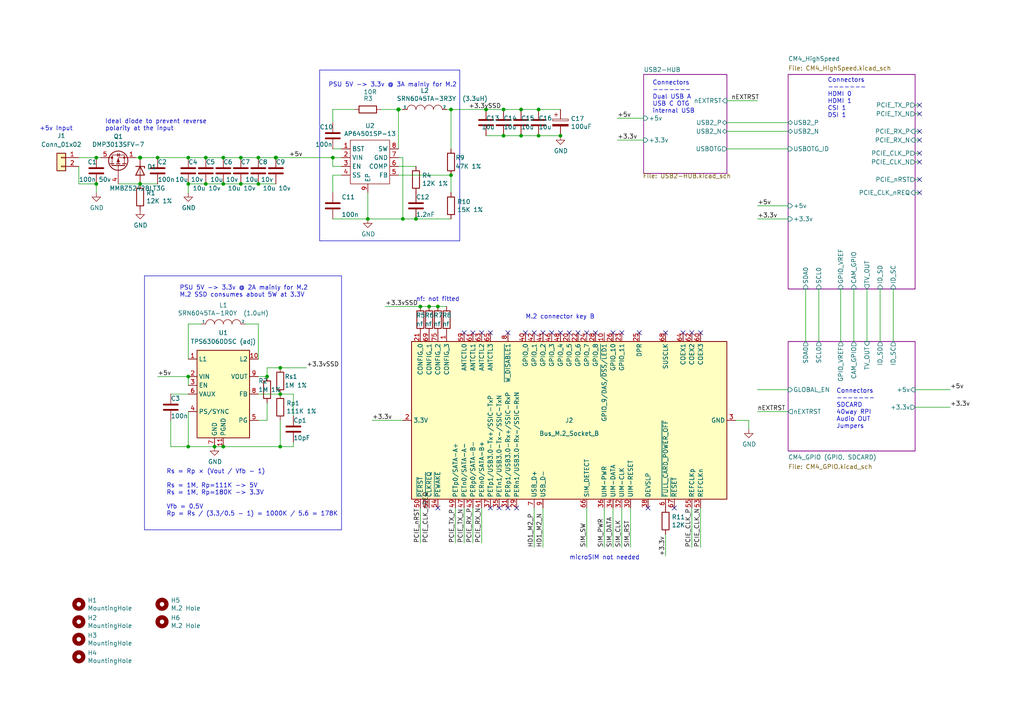
<source format=kicad_sch>
(kicad_sch (version 20220126) (generator eeschema)

  (uuid 9bdfb27f-c9ad-4974-8286-b25e5ffa2770)

  (paper "A4")

  (title_block
    (title "Balthazar CM4 IO Board - Top Level")
    (rev "1")
  )

  (lib_symbols
    (symbol "CM4IO:AP64351" (in_bom yes) (on_board yes)
      (property "Reference" "U" (id 0) (at 0 8.89 0)
        (effects (font (size 1.27 1.27)))
      )
      (property "Value" "AP64351" (id 1) (at 1.27 6.35 0)
        (effects (font (size 1.27 1.27)))
      )
      (property "Footprint" "Package_SO:SOIC-8-1EP_3.9x4.9mm_P1.27mm_EP2.95x4.9mm_Mask2.71x3.4mm_ThermalVias" (id 2) (at 0 0 0)
        (effects (font (size 1.27 1.27)) hide)
      )
      (property "Datasheet" "" (id 3) (at 0 0 0)
        (effects (font (size 1.27 1.27)) hide)
      )
      (symbol "AP64351_0_1"
        (rectangle (start -5.08 5.08) (end 6.35 -7.62)
          (stroke (width 0) (type default))
          (fill (type none))
        )
      )
      (symbol "AP64351_1_1"
        (pin passive line (at -7.62 2.54 0) (length 2.54)
          (name "BST" (effects (font (size 1.27 1.27))))
          (number "1" (effects (font (size 1.27 1.27))))
        )
        (pin power_in line (at -7.62 0 0) (length 2.54)
          (name "VIN" (effects (font (size 1.27 1.27))))
          (number "2" (effects (font (size 1.27 1.27))))
        )
        (pin input line (at -7.62 -2.54 0) (length 2.54)
          (name "EN" (effects (font (size 1.27 1.27))))
          (number "3" (effects (font (size 1.27 1.27))))
        )
        (pin input line (at -7.62 -5.08 0) (length 2.54)
          (name "SS" (effects (font (size 1.27 1.27))))
          (number "4" (effects (font (size 1.27 1.27))))
        )
        (pin input line (at 8.89 -5.08 180) (length 2.54)
          (name "FB" (effects (font (size 1.27 1.27))))
          (number "5" (effects (font (size 1.27 1.27))))
        )
        (pin input line (at 8.89 -2.54 180) (length 2.54)
          (name "COMP" (effects (font (size 1.27 1.27))))
          (number "6" (effects (font (size 1.27 1.27))))
        )
        (pin power_in line (at 8.89 0 180) (length 2.54)
          (name "GND" (effects (font (size 1.27 1.27))))
          (number "7" (effects (font (size 1.27 1.27))))
        )
        (pin output line (at 8.89 2.54 180) (length 2.54)
          (name "SW" (effects (font (size 1.27 1.27))))
          (number "8" (effects (font (size 1.27 1.27))))
        )
        (pin passive line (at 0 -10.16 90) (length 2.54)
          (name "EP" (effects (font (size 1.27 1.27))))
          (number "9" (effects (font (size 1.27 1.27))))
        )
      )
    )
    (symbol "Connector:Bus_M.2_Socket_B" (in_bom yes) (on_board yes)
      (property "Reference" "J" (id 0) (at -22.86 46.99 0)
        (effects (font (size 1.27 1.27)) (justify left))
      )
      (property "Value" "Bus_M.2_Socket_B" (id 1) (at 16.51 46.99 0)
        (effects (font (size 1.27 1.27)))
      )
      (property "Footprint" "" (id 2) (at 0 26.67 0)
        (effects (font (size 1.27 1.27)) hide)
      )
      (property "Datasheet" "http://read.pudn.com/downloads794/doc/project/3133918/PCIe_M.2_Electromechanical_Spec_Rev1.0_Final_11012013_RS_Clean.pdf#page=154" (id 3) (at 0 26.67 0)
        (effects (font (size 1.27 1.27)) hide)
      )
      (property "ki_keywords" "M2 NGNF PCI-E" (id 4) (at 0 0 0)
        (effects (font (size 1.27 1.27)) hide)
      )
      (property "ki_description" "M.2 Socket 2 Mechanical Key B" (id 5) (at 0 0 0)
        (effects (font (size 1.27 1.27)) hide)
      )
      (property "ki_fp_filters" "*M*2*B*" (id 6) (at 0 0 0)
        (effects (font (size 1.27 1.27)) hide)
      )
      (symbol "Bus_M.2_Socket_B_0_1"
        (rectangle (start -22.86 45.72) (end 22.86 -45.72)
          (stroke (width 0.254) (type default))
          (fill (type background))
        )
      )
      (symbol "Bus_M.2_Socket_B_1_1"
        (pin input line (at 25.4 35.56 180) (length 2.54)
          (name "CONFIG_3" (effects (font (size 1.27 1.27))))
          (number "1" (effects (font (size 1.27 1.27))))
        )
        (pin bidirectional line (at 25.4 -10.16 180) (length 2.54)
          (name "GPIO_9/DAS/~{DSS}/~{LED1}" (effects (font (size 1.27 1.27))))
          (number "10" (effects (font (size 1.27 1.27))))
        )
        (pin passive line (at 0 -48.26 90) (length 2.54) hide
          (name "GND" (effects (font (size 1.27 1.27))))
          (number "11" (effects (font (size 1.27 1.27))))
        )
        (pin power_in line (at 0 48.26 270) (length 2.54)
          (name "3.3V" (effects (font (size 1.27 1.27))))
          (number "2" (effects (font (size 1.27 1.27))))
        )
        (pin bidirectional line (at 25.4 0 180) (length 2.54)
          (name "GPIO_5" (effects (font (size 1.27 1.27))))
          (number "20" (effects (font (size 1.27 1.27))))
        )
        (pin input line (at 25.4 43.18 180) (length 2.54)
          (name "CONFIG_0" (effects (font (size 1.27 1.27))))
          (number "21" (effects (font (size 1.27 1.27))))
        )
        (pin bidirectional line (at 25.4 -2.54 180) (length 2.54)
          (name "GPIO_6" (effects (font (size 1.27 1.27))))
          (number "22" (effects (font (size 1.27 1.27))))
        )
        (pin bidirectional line (at 25.4 -15.24 180) (length 2.54)
          (name "GPIO_11" (effects (font (size 1.27 1.27))))
          (number "23" (effects (font (size 1.27 1.27))))
        )
        (pin bidirectional line (at 25.4 -5.08 180) (length 2.54)
          (name "GPIO_7" (effects (font (size 1.27 1.27))))
          (number "24" (effects (font (size 1.27 1.27))))
        )
        (pin output line (at 25.4 -20.32 180) (length 2.54)
          (name "DPR" (effects (font (size 1.27 1.27))))
          (number "25" (effects (font (size 1.27 1.27))))
        )
        (pin bidirectional line (at 25.4 -12.7 180) (length 2.54)
          (name "GPIO_10" (effects (font (size 1.27 1.27))))
          (number "26" (effects (font (size 1.27 1.27))))
        )
        (pin passive line (at 0 -48.26 90) (length 2.54) hide
          (name "GND" (effects (font (size 1.27 1.27))))
          (number "27" (effects (font (size 1.27 1.27))))
        )
        (pin bidirectional line (at 25.4 -7.62 180) (length 2.54)
          (name "GPIO_8" (effects (font (size 1.27 1.27))))
          (number "28" (effects (font (size 1.27 1.27))))
        )
        (pin input line (at -25.4 15.24 0) (length 2.54)
          (name "PERn1/USB3.0-Rx-/SSIC-RxN" (effects (font (size 1.27 1.27))))
          (number "29" (effects (font (size 1.27 1.27))))
        )
        (pin power_in line (at 0 -48.26 90) (length 2.54)
          (name "GND" (effects (font (size 1.27 1.27))))
          (number "3" (effects (font (size 1.27 1.27))))
        )
        (pin input line (at -25.4 -17.78 0) (length 2.54)
          (name "UIM-RESET" (effects (font (size 1.27 1.27))))
          (number "30" (effects (font (size 1.27 1.27))))
        )
        (pin input line (at -25.4 17.78 0) (length 2.54)
          (name "PERp1/USB3.0-Rx+/SSIC-RxP" (effects (font (size 1.27 1.27))))
          (number "31" (effects (font (size 1.27 1.27))))
        )
        (pin input line (at -25.4 -15.24 0) (length 2.54)
          (name "UIM-CLK" (effects (font (size 1.27 1.27))))
          (number "32" (effects (font (size 1.27 1.27))))
        )
        (pin passive line (at 0 -48.26 90) (length 2.54) hide
          (name "GND" (effects (font (size 1.27 1.27))))
          (number "33" (effects (font (size 1.27 1.27))))
        )
        (pin bidirectional line (at -25.4 -12.7 0) (length 2.54)
          (name "UIM-DATA" (effects (font (size 1.27 1.27))))
          (number "34" (effects (font (size 1.27 1.27))))
        )
        (pin output line (at -25.4 20.32 0) (length 2.54)
          (name "PETn1/USB3.0-Tx-/SSIC-TxN" (effects (font (size 1.27 1.27))))
          (number "35" (effects (font (size 1.27 1.27))))
        )
        (pin input line (at -25.4 -10.16 0) (length 2.54)
          (name "UIM-PWR" (effects (font (size 1.27 1.27))))
          (number "36" (effects (font (size 1.27 1.27))))
        )
        (pin output line (at -25.4 22.86 0) (length 2.54)
          (name "PETp1/USB3.0-Tx+/SSIC-TxP" (effects (font (size 1.27 1.27))))
          (number "37" (effects (font (size 1.27 1.27))))
        )
        (pin output line (at -25.4 -22.86 0) (length 2.54)
          (name "DEVSLP" (effects (font (size 1.27 1.27))))
          (number "38" (effects (font (size 1.27 1.27))))
        )
        (pin passive line (at 0 -48.26 90) (length 2.54) hide
          (name "GND" (effects (font (size 1.27 1.27))))
          (number "39" (effects (font (size 1.27 1.27))))
        )
        (pin passive line (at 0 48.26 270) (length 2.54) hide
          (name "3.3V" (effects (font (size 1.27 1.27))))
          (number "4" (effects (font (size 1.27 1.27))))
        )
        (pin bidirectional line (at 25.4 12.7 180) (length 2.54)
          (name "GPIO_0" (effects (font (size 1.27 1.27))))
          (number "40" (effects (font (size 1.27 1.27))))
        )
        (pin input line (at -25.4 25.4 0) (length 2.54)
          (name "PERn0/SATA-B+" (effects (font (size 1.27 1.27))))
          (number "41" (effects (font (size 1.27 1.27))))
        )
        (pin bidirectional line (at 25.4 10.16 180) (length 2.54)
          (name "GPIO_1" (effects (font (size 1.27 1.27))))
          (number "42" (effects (font (size 1.27 1.27))))
        )
        (pin input line (at -25.4 27.94 0) (length 2.54)
          (name "PERp0/SATA-B-" (effects (font (size 1.27 1.27))))
          (number "43" (effects (font (size 1.27 1.27))))
        )
        (pin bidirectional line (at 25.4 7.62 180) (length 2.54)
          (name "GPIO_2" (effects (font (size 1.27 1.27))))
          (number "44" (effects (font (size 1.27 1.27))))
        )
        (pin passive line (at 0 -48.26 90) (length 2.54) hide
          (name "GND" (effects (font (size 1.27 1.27))))
          (number "45" (effects (font (size 1.27 1.27))))
        )
        (pin bidirectional line (at 25.4 5.08 180) (length 2.54)
          (name "GPIO_3" (effects (font (size 1.27 1.27))))
          (number "46" (effects (font (size 1.27 1.27))))
        )
        (pin output line (at -25.4 30.48 0) (length 2.54)
          (name "PETn0/SATA-A-" (effects (font (size 1.27 1.27))))
          (number "47" (effects (font (size 1.27 1.27))))
        )
        (pin bidirectional line (at 25.4 2.54 180) (length 2.54)
          (name "GPIO_4" (effects (font (size 1.27 1.27))))
          (number "48" (effects (font (size 1.27 1.27))))
        )
        (pin output line (at -25.4 33.02 0) (length 2.54)
          (name "PETp0/SATA-A+" (effects (font (size 1.27 1.27))))
          (number "49" (effects (font (size 1.27 1.27))))
        )
        (pin passive line (at 0 -48.26 90) (length 2.54) hide
          (name "GND" (effects (font (size 1.27 1.27))))
          (number "5" (effects (font (size 1.27 1.27))))
        )
        (pin output line (at -25.4 43.18 0) (length 2.54)
          (name "~{PERST}" (effects (font (size 1.27 1.27))))
          (number "50" (effects (font (size 1.27 1.27))))
        )
        (pin passive line (at 0 -48.26 90) (length 2.54) hide
          (name "GND" (effects (font (size 1.27 1.27))))
          (number "51" (effects (font (size 1.27 1.27))))
        )
        (pin bidirectional line (at -25.4 40.64 0) (length 2.54)
          (name "~{CLKREQ}" (effects (font (size 1.27 1.27))))
          (number "52" (effects (font (size 1.27 1.27))))
        )
        (pin output line (at -25.4 -38.1 0) (length 2.54)
          (name "REFCLKn" (effects (font (size 1.27 1.27))))
          (number "53" (effects (font (size 1.27 1.27))))
        )
        (pin bidirectional line (at -25.4 38.1 0) (length 2.54)
          (name "~{PEWAKE}" (effects (font (size 1.27 1.27))))
          (number "54" (effects (font (size 1.27 1.27))))
        )
        (pin output line (at -25.4 -35.56 0) (length 2.54)
          (name "REFCLKp" (effects (font (size 1.27 1.27))))
          (number "55" (effects (font (size 1.27 1.27))))
        )
        (pin no_connect line (at 22.86 -43.18 180) (length 2.54) hide
          (name "NC" (effects (font (size 1.27 1.27))))
          (number "56" (effects (font (size 1.27 1.27))))
        )
        (pin passive line (at 0 -48.26 90) (length 2.54) hide
          (name "GND" (effects (font (size 1.27 1.27))))
          (number "57" (effects (font (size 1.27 1.27))))
        )
        (pin no_connect line (at 22.86 -40.64 180) (length 2.54) hide
          (name "NC" (effects (font (size 1.27 1.27))))
          (number "58" (effects (font (size 1.27 1.27))))
        )
        (pin input line (at 25.4 30.48 180) (length 2.54)
          (name "ANTCTL0" (effects (font (size 1.27 1.27))))
          (number "59" (effects (font (size 1.27 1.27))))
        )
        (pin output line (at -25.4 -27.94 0) (length 2.54)
          (name "~{FULL_CARD_POWER_OFF}" (effects (font (size 1.27 1.27))))
          (number "6" (effects (font (size 1.27 1.27))))
        )
        (pin bidirectional line (at 25.4 -38.1 180) (length 2.54)
          (name "COEX3" (effects (font (size 1.27 1.27))))
          (number "60" (effects (font (size 1.27 1.27))))
        )
        (pin input line (at 25.4 27.94 180) (length 2.54)
          (name "ANTCTL1" (effects (font (size 1.27 1.27))))
          (number "61" (effects (font (size 1.27 1.27))))
        )
        (pin bidirectional line (at 25.4 -35.56 180) (length 2.54)
          (name "COEX2" (effects (font (size 1.27 1.27))))
          (number "62" (effects (font (size 1.27 1.27))))
        )
        (pin input line (at 25.4 25.4 180) (length 2.54)
          (name "ANTCTL2" (effects (font (size 1.27 1.27))))
          (number "63" (effects (font (size 1.27 1.27))))
        )
        (pin bidirectional line (at 25.4 -33.02 180) (length 2.54)
          (name "COEX1" (effects (font (size 1.27 1.27))))
          (number "64" (effects (font (size 1.27 1.27))))
        )
        (pin input line (at 25.4 22.86 180) (length 2.54)
          (name "ANTCTL3" (effects (font (size 1.27 1.27))))
          (number "65" (effects (font (size 1.27 1.27))))
        )
        (pin output line (at -25.4 -5.08 0) (length 2.54)
          (name "SIM_DETECT" (effects (font (size 1.27 1.27))))
          (number "66" (effects (font (size 1.27 1.27))))
        )
        (pin output line (at -25.4 -30.48 0) (length 2.54)
          (name "~{RESET}" (effects (font (size 1.27 1.27))))
          (number "67" (effects (font (size 1.27 1.27))))
        )
        (pin output line (at 25.4 -27.94 180) (length 2.54)
          (name "SUSCLK" (effects (font (size 1.27 1.27))))
          (number "68" (effects (font (size 1.27 1.27))))
        )
        (pin input line (at 25.4 40.64 180) (length 2.54)
          (name "CONFIG_1" (effects (font (size 1.27 1.27))))
          (number "69" (effects (font (size 1.27 1.27))))
        )
        (pin bidirectional line (at -25.4 10.16 0) (length 2.54)
          (name "USB_D+" (effects (font (size 1.27 1.27))))
          (number "7" (effects (font (size 1.27 1.27))))
        )
        (pin passive line (at 0 48.26 270) (length 2.54) hide
          (name "3.3V" (effects (font (size 1.27 1.27))))
          (number "70" (effects (font (size 1.27 1.27))))
        )
        (pin passive line (at 0 -48.26 90) (length 2.54) hide
          (name "GND" (effects (font (size 1.27 1.27))))
          (number "71" (effects (font (size 1.27 1.27))))
        )
        (pin passive line (at 0 48.26 270) (length 2.54) hide
          (name "3.3V" (effects (font (size 1.27 1.27))))
          (number "72" (effects (font (size 1.27 1.27))))
        )
        (pin passive line (at 0 -48.26 90) (length 2.54) hide
          (name "GND" (effects (font (size 1.27 1.27))))
          (number "73" (effects (font (size 1.27 1.27))))
        )
        (pin passive line (at 0 48.26 270) (length 2.54) hide
          (name "3.3V" (effects (font (size 1.27 1.27))))
          (number "74" (effects (font (size 1.27 1.27))))
        )
        (pin input line (at 25.4 38.1 180) (length 2.54)
          (name "CONFIG_2" (effects (font (size 1.27 1.27))))
          (number "75" (effects (font (size 1.27 1.27))))
        )
        (pin output line (at 25.4 17.78 180) (length 2.54)
          (name "~{W_DISABLE1}" (effects (font (size 1.27 1.27))))
          (number "8" (effects (font (size 1.27 1.27))))
        )
        (pin bidirectional line (at -25.4 7.62 0) (length 2.54)
          (name "USB_D-" (effects (font (size 1.27 1.27))))
          (number "9" (effects (font (size 1.27 1.27))))
        )
      )
    )
    (symbol "Connector_Generic:Conn_01x02" (pin_names (offset 1.016) hide) (in_bom yes) (on_board yes)
      (property "Reference" "J" (id 0) (at 0 2.54 0)
        (effects (font (size 1.27 1.27)))
      )
      (property "Value" "Conn_01x02" (id 1) (at 0 -5.08 0)
        (effects (font (size 1.27 1.27)))
      )
      (property "Footprint" "" (id 2) (at 0 0 0)
        (effects (font (size 1.27 1.27)) hide)
      )
      (property "Datasheet" "~" (id 3) (at 0 0 0)
        (effects (font (size 1.27 1.27)) hide)
      )
      (property "ki_keywords" "connector" (id 4) (at 0 0 0)
        (effects (font (size 1.27 1.27)) hide)
      )
      (property "ki_description" "Generic connector, single row, 01x02, script generated (kicad-library-utils/schlib/autogen/connector/)" (id 5) (at 0 0 0)
        (effects (font (size 1.27 1.27)) hide)
      )
      (property "ki_fp_filters" "Connector*:*_1x??_*" (id 6) (at 0 0 0)
        (effects (font (size 1.27 1.27)) hide)
      )
      (symbol "Conn_01x02_1_1"
        (rectangle (start -1.27 -2.413) (end 0 -2.667)
          (stroke (width 0.1524) (type default))
          (fill (type none))
        )
        (rectangle (start -1.27 0.127) (end 0 -0.127)
          (stroke (width 0.1524) (type default))
          (fill (type none))
        )
        (rectangle (start -1.27 1.27) (end 1.27 -3.81)
          (stroke (width 0.254) (type default))
          (fill (type background))
        )
        (pin passive line (at -5.08 0 0) (length 3.81)
          (name "Pin_1" (effects (font (size 1.27 1.27))))
          (number "1" (effects (font (size 1.27 1.27))))
        )
        (pin passive line (at -5.08 -2.54 0) (length 3.81)
          (name "Pin_2" (effects (font (size 1.27 1.27))))
          (number "2" (effects (font (size 1.27 1.27))))
        )
      )
    )
    (symbol "Device:C" (pin_numbers hide) (pin_names (offset 0.254)) (in_bom yes) (on_board yes)
      (property "Reference" "C" (id 0) (at 0.635 2.54 0)
        (effects (font (size 1.27 1.27)) (justify left))
      )
      (property "Value" "C" (id 1) (at 0.635 -2.54 0)
        (effects (font (size 1.27 1.27)) (justify left))
      )
      (property "Footprint" "" (id 2) (at 0.9652 -3.81 0)
        (effects (font (size 1.27 1.27)) hide)
      )
      (property "Datasheet" "~" (id 3) (at 0 0 0)
        (effects (font (size 1.27 1.27)) hide)
      )
      (property "ki_keywords" "cap capacitor" (id 4) (at 0 0 0)
        (effects (font (size 1.27 1.27)) hide)
      )
      (property "ki_description" "Unpolarized capacitor" (id 5) (at 0 0 0)
        (effects (font (size 1.27 1.27)) hide)
      )
      (property "ki_fp_filters" "C_*" (id 6) (at 0 0 0)
        (effects (font (size 1.27 1.27)) hide)
      )
      (symbol "C_0_1"
        (polyline
          (pts
            (xy -2.032 -0.762)
            (xy 2.032 -0.762)
          )
          (stroke (width 0.508) (type default))
          (fill (type none))
        )
        (polyline
          (pts
            (xy -2.032 0.762)
            (xy 2.032 0.762)
          )
          (stroke (width 0.508) (type default))
          (fill (type none))
        )
      )
      (symbol "C_1_1"
        (pin passive line (at 0 3.81 270) (length 2.794)
          (name "~" (effects (font (size 1.27 1.27))))
          (number "1" (effects (font (size 1.27 1.27))))
        )
        (pin passive line (at 0 -3.81 90) (length 2.794)
          (name "~" (effects (font (size 1.27 1.27))))
          (number "2" (effects (font (size 1.27 1.27))))
        )
      )
    )
    (symbol "Device:CP" (pin_numbers hide) (pin_names (offset 0.254)) (in_bom yes) (on_board yes)
      (property "Reference" "C" (id 0) (at 0.635 2.54 0)
        (effects (font (size 1.27 1.27)) (justify left))
      )
      (property "Value" "CP" (id 1) (at 0.635 -2.54 0)
        (effects (font (size 1.27 1.27)) (justify left))
      )
      (property "Footprint" "" (id 2) (at 0.9652 -3.81 0)
        (effects (font (size 1.27 1.27)) hide)
      )
      (property "Datasheet" "~" (id 3) (at 0 0 0)
        (effects (font (size 1.27 1.27)) hide)
      )
      (property "ki_keywords" "cap capacitor" (id 4) (at 0 0 0)
        (effects (font (size 1.27 1.27)) hide)
      )
      (property "ki_description" "Polarized capacitor" (id 5) (at 0 0 0)
        (effects (font (size 1.27 1.27)) hide)
      )
      (property "ki_fp_filters" "CP_*" (id 6) (at 0 0 0)
        (effects (font (size 1.27 1.27)) hide)
      )
      (symbol "CP_0_1"
        (rectangle (start -2.286 0.508) (end 2.286 1.016)
          (stroke (width 0) (type default))
          (fill (type none))
        )
        (polyline
          (pts
            (xy -1.778 2.286)
            (xy -0.762 2.286)
          )
          (stroke (width 0) (type default))
          (fill (type none))
        )
        (polyline
          (pts
            (xy -1.27 2.794)
            (xy -1.27 1.778)
          )
          (stroke (width 0) (type default))
          (fill (type none))
        )
        (rectangle (start 2.286 -0.508) (end -2.286 -1.016)
          (stroke (width 0) (type default))
          (fill (type outline))
        )
      )
      (symbol "CP_1_1"
        (pin passive line (at 0 3.81 270) (length 2.794)
          (name "~" (effects (font (size 1.27 1.27))))
          (number "1" (effects (font (size 1.27 1.27))))
        )
        (pin passive line (at 0 -3.81 90) (length 2.794)
          (name "~" (effects (font (size 1.27 1.27))))
          (number "2" (effects (font (size 1.27 1.27))))
        )
      )
    )
    (symbol "Device:R" (pin_numbers hide) (pin_names (offset 0)) (in_bom yes) (on_board yes)
      (property "Reference" "R" (id 0) (at 2.032 0 90)
        (effects (font (size 1.27 1.27)))
      )
      (property "Value" "R" (id 1) (at 0 0 90)
        (effects (font (size 1.27 1.27)))
      )
      (property "Footprint" "" (id 2) (at -1.778 0 90)
        (effects (font (size 1.27 1.27)) hide)
      )
      (property "Datasheet" "~" (id 3) (at 0 0 0)
        (effects (font (size 1.27 1.27)) hide)
      )
      (property "ki_keywords" "R res resistor" (id 4) (at 0 0 0)
        (effects (font (size 1.27 1.27)) hide)
      )
      (property "ki_description" "Resistor" (id 5) (at 0 0 0)
        (effects (font (size 1.27 1.27)) hide)
      )
      (property "ki_fp_filters" "R_*" (id 6) (at 0 0 0)
        (effects (font (size 1.27 1.27)) hide)
      )
      (symbol "R_0_1"
        (rectangle (start -1.016 -2.54) (end 1.016 2.54)
          (stroke (width 0.254) (type default))
          (fill (type none))
        )
      )
      (symbol "R_1_1"
        (pin passive line (at 0 3.81 270) (length 1.27)
          (name "~" (effects (font (size 1.27 1.27))))
          (number "1" (effects (font (size 1.27 1.27))))
        )
        (pin passive line (at 0 -3.81 90) (length 1.27)
          (name "~" (effects (font (size 1.27 1.27))))
          (number "2" (effects (font (size 1.27 1.27))))
        )
      )
    )
    (symbol "Diode:BZX84Cxx" (pin_numbers hide) (pin_names hide) (in_bom yes) (on_board yes)
      (property "Reference" "D" (id 0) (at 0 2.54 0)
        (effects (font (size 1.27 1.27)))
      )
      (property "Value" "BZX84Cxx" (id 1) (at 0 -2.54 0)
        (effects (font (size 1.27 1.27)))
      )
      (property "Footprint" "Diode_SMD:D_SOT-23_ANK" (id 2) (at 0 -4.445 0)
        (effects (font (size 1.27 1.27)) hide)
      )
      (property "Datasheet" "https://diotec.com/tl_files/diotec/files/pdf/datasheets/bzx84c2v4.pdf" (id 3) (at 0 0 0)
        (effects (font (size 1.27 1.27)) hide)
      )
      (property "ki_keywords" "zener diode" (id 4) (at 0 0 0)
        (effects (font (size 1.27 1.27)) hide)
      )
      (property "ki_description" "300mW Zener Diode, SOT-23" (id 5) (at 0 0 0)
        (effects (font (size 1.27 1.27)) hide)
      )
      (property "ki_fp_filters" "D*SOT?23*ANK*" (id 6) (at 0 0 0)
        (effects (font (size 1.27 1.27)) hide)
      )
      (symbol "BZX84Cxx_0_1"
        (polyline
          (pts
            (xy 1.27 0)
            (xy -1.27 0)
          )
          (stroke (width 0) (type default))
          (fill (type none))
        )
        (polyline
          (pts
            (xy -1.27 -1.27)
            (xy -1.27 1.27)
            (xy -0.762 1.27)
          )
          (stroke (width 0.254) (type default))
          (fill (type none))
        )
        (polyline
          (pts
            (xy 1.27 -1.27)
            (xy 1.27 1.27)
            (xy -1.27 0)
            (xy 1.27 -1.27)
          )
          (stroke (width 0.254) (type default))
          (fill (type none))
        )
      )
      (symbol "BZX84Cxx_1_1"
        (pin passive line (at -3.81 0 0) (length 2.54)
          (name "K" (effects (font (size 1.27 1.27))))
          (number "1" (effects (font (size 1.27 1.27))))
        )
        (pin passive line (at 3.81 0 180) (length 2.54)
          (name "A" (effects (font (size 1.27 1.27))))
          (number "2" (effects (font (size 1.27 1.27))))
        )
      )
    )
    (symbol "Mechanical:MountingHole" (pin_names (offset 1.016)) (in_bom yes) (on_board yes)
      (property "Reference" "H" (id 0) (at 0 5.08 0)
        (effects (font (size 1.27 1.27)))
      )
      (property "Value" "MountingHole" (id 1) (at 0 3.175 0)
        (effects (font (size 1.27 1.27)))
      )
      (property "Footprint" "" (id 2) (at 0 0 0)
        (effects (font (size 1.27 1.27)) hide)
      )
      (property "Datasheet" "~" (id 3) (at 0 0 0)
        (effects (font (size 1.27 1.27)) hide)
      )
      (property "ki_keywords" "mounting hole" (id 4) (at 0 0 0)
        (effects (font (size 1.27 1.27)) hide)
      )
      (property "ki_description" "Mounting Hole without connection" (id 5) (at 0 0 0)
        (effects (font (size 1.27 1.27)) hide)
      )
      (property "ki_fp_filters" "MountingHole*" (id 6) (at 0 0 0)
        (effects (font (size 1.27 1.27)) hide)
      )
      (symbol "MountingHole_0_1"
        (circle (center 0 0) (radius 1.27)
          (stroke (width 1.27) (type default))
          (fill (type none))
        )
      )
    )
    (symbol "MountingHole_1" (pin_names (offset 1.016)) (in_bom yes) (on_board yes)
      (property "Reference" "H" (id 0) (at 0 5.08 0)
        (effects (font (size 1.27 1.27)))
      )
      (property "Value" "MountingHole_1" (id 1) (at 0 3.175 0)
        (effects (font (size 1.27 1.27)))
      )
      (property "Footprint" "" (id 2) (at 0 0 0)
        (effects (font (size 1.27 1.27)) hide)
      )
      (property "Datasheet" "~" (id 3) (at 0 0 0)
        (effects (font (size 1.27 1.27)) hide)
      )
      (property "ki_keywords" "mounting hole" (id 4) (at 0 0 0)
        (effects (font (size 1.27 1.27)) hide)
      )
      (property "ki_description" "Mounting Hole without connection" (id 5) (at 0 0 0)
        (effects (font (size 1.27 1.27)) hide)
      )
      (property "ki_fp_filters" "MountingHole*" (id 6) (at 0 0 0)
        (effects (font (size 1.27 1.27)) hide)
      )
      (symbol "MountingHole_1_0_1"
        (circle (center 0 0) (radius 1.27)
          (stroke (width 1.27) (type default))
          (fill (type none))
        )
      )
    )
    (symbol "MountingHole_2" (pin_names (offset 1.016)) (in_bom yes) (on_board yes)
      (property "Reference" "H" (id 0) (at 0 5.08 0)
        (effects (font (size 1.27 1.27)))
      )
      (property "Value" "MountingHole_2" (id 1) (at 0 3.175 0)
        (effects (font (size 1.27 1.27)))
      )
      (property "Footprint" "" (id 2) (at 0 0 0)
        (effects (font (size 1.27 1.27)) hide)
      )
      (property "Datasheet" "~" (id 3) (at 0 0 0)
        (effects (font (size 1.27 1.27)) hide)
      )
      (property "ki_keywords" "mounting hole" (id 4) (at 0 0 0)
        (effects (font (size 1.27 1.27)) hide)
      )
      (property "ki_description" "Mounting Hole without connection" (id 5) (at 0 0 0)
        (effects (font (size 1.27 1.27)) hide)
      )
      (property "ki_fp_filters" "MountingHole*" (id 6) (at 0 0 0)
        (effects (font (size 1.27 1.27)) hide)
      )
      (symbol "MountingHole_2_0_1"
        (circle (center 0 0) (radius 1.27)
          (stroke (width 1.27) (type default))
          (fill (type none))
        )
      )
    )
    (symbol "MountingHole_3" (pin_names (offset 1.016)) (in_bom yes) (on_board yes)
      (property "Reference" "H" (id 0) (at 0 5.08 0)
        (effects (font (size 1.27 1.27)))
      )
      (property "Value" "MountingHole_3" (id 1) (at 0 3.175 0)
        (effects (font (size 1.27 1.27)))
      )
      (property "Footprint" "" (id 2) (at 0 0 0)
        (effects (font (size 1.27 1.27)) hide)
      )
      (property "Datasheet" "~" (id 3) (at 0 0 0)
        (effects (font (size 1.27 1.27)) hide)
      )
      (property "ki_keywords" "mounting hole" (id 4) (at 0 0 0)
        (effects (font (size 1.27 1.27)) hide)
      )
      (property "ki_description" "Mounting Hole without connection" (id 5) (at 0 0 0)
        (effects (font (size 1.27 1.27)) hide)
      )
      (property "ki_fp_filters" "MountingHole*" (id 6) (at 0 0 0)
        (effects (font (size 1.27 1.27)) hide)
      )
      (symbol "MountingHole_3_0_1"
        (circle (center 0 0) (radius 1.27)
          (stroke (width 1.27) (type default))
          (fill (type none))
        )
      )
    )
    (symbol "Regulator_Switching:TPS63060" (in_bom yes) (on_board yes)
      (property "Reference" "U" (id 0) (at -7.62 13.97 0)
        (effects (font (size 1.27 1.27)) (justify left))
      )
      (property "Value" "TPS63060" (id 1) (at 2.54 13.97 0)
        (effects (font (size 1.27 1.27)))
      )
      (property "Footprint" "Package_SON:Texas_S-PWSON-N10_ThermalVias" (id 2) (at 0 -16.51 0)
        (effects (font (size 1.27 1.27)) hide)
      )
      (property "Datasheet" "http://www.ti.com/lit/ds/symlink/tps63060.pdf" (id 3) (at 0 0 0)
        (effects (font (size 1.27 1.27)) hide)
      )
      (property "ki_keywords" "Buck-Boost adjustable converter" (id 4) (at 0 0 0)
        (effects (font (size 1.27 1.27)) hide)
      )
      (property "ki_description" "Buck-Boost Converter, 2.5-12V Input Voltage, 2-A Switch Current, Adjustable 2.5-8V Output Voltage, S-PWSON-N10" (id 5) (at 0 0 0)
        (effects (font (size 1.27 1.27)) hide)
      )
      (property "ki_fp_filters" "Texas*S*PWSON*N10*" (id 6) (at 0 0 0)
        (effects (font (size 1.27 1.27)) hide)
      )
      (symbol "TPS63060_0_1"
        (rectangle (start -7.62 12.7) (end 7.62 -12.7)
          (stroke (width 0.254) (type default))
          (fill (type background))
        )
      )
      (symbol "TPS63060_1_1"
        (pin input line (at -10.16 10.16 0) (length 2.54)
          (name "L1" (effects (font (size 1.27 1.27))))
          (number "1" (effects (font (size 1.27 1.27))))
        )
        (pin input line (at 10.16 10.16 180) (length 2.54)
          (name "L2" (effects (font (size 1.27 1.27))))
          (number "10" (effects (font (size 1.27 1.27))))
        )
        (pin power_in line (at 0 -15.24 90) (length 2.54)
          (name "PGND" (effects (font (size 1.27 1.27))))
          (number "11" (effects (font (size 1.27 1.27))))
        )
        (pin power_in line (at -10.16 5.08 0) (length 2.54)
          (name "VIN" (effects (font (size 1.27 1.27))))
          (number "2" (effects (font (size 1.27 1.27))))
        )
        (pin input line (at -10.16 2.54 0) (length 2.54)
          (name "EN" (effects (font (size 1.27 1.27))))
          (number "3" (effects (font (size 1.27 1.27))))
        )
        (pin input line (at -10.16 -5.08 0) (length 2.54)
          (name "PS/SYNC" (effects (font (size 1.27 1.27))))
          (number "4" (effects (font (size 1.27 1.27))))
        )
        (pin output line (at 10.16 -7.62 180) (length 2.54)
          (name "PG" (effects (font (size 1.27 1.27))))
          (number "5" (effects (font (size 1.27 1.27))))
        )
        (pin passive line (at -10.16 0 0) (length 2.54)
          (name "VAUX" (effects (font (size 1.27 1.27))))
          (number "6" (effects (font (size 1.27 1.27))))
        )
        (pin power_in line (at -2.54 -15.24 90) (length 2.54)
          (name "GND" (effects (font (size 1.27 1.27))))
          (number "7" (effects (font (size 1.27 1.27))))
        )
        (pin input line (at 10.16 0 180) (length 2.54)
          (name "FB" (effects (font (size 1.27 1.27))))
          (number "8" (effects (font (size 1.27 1.27))))
        )
        (pin power_out line (at 10.16 5.08 180) (length 2.54)
          (name "VOUT" (effects (font (size 1.27 1.27))))
          (number "9" (effects (font (size 1.27 1.27))))
        )
      )
    )
    (symbol "Transistor_FET:DMP3013SFV" (pin_names hide) (in_bom yes) (on_board yes)
      (property "Reference" "Q" (id 0) (at 5.08 1.905 0)
        (effects (font (size 1.27 1.27)) (justify left))
      )
      (property "Value" "DMP3013SFV" (id 1) (at 5.08 0 0)
        (effects (font (size 1.27 1.27)) (justify left))
      )
      (property "Footprint" "Package_SON:Diodes_PowerDI3333-8" (id 2) (at 5.08 -1.905 0)
        (effects (font (size 1.27 1.27) italic) (justify left) hide)
      )
      (property "Datasheet" "https://www.diodes.com/assets/Datasheets/DMP3013SFV.pdf" (id 3) (at 0 0 90)
        (effects (font (size 1.27 1.27)) (justify left) hide)
      )
      (property "ki_keywords" "P-Channel MOSFET" (id 4) (at 0 0 0)
        (effects (font (size 1.27 1.27)) hide)
      )
      (property "ki_description" "-12A Id, -30V Vds, P-Channel Power MOSFET, 9.5mOhm Ron, 33.7nC Qg (typ), PowerDI3333-8" (id 5) (at 0 0 0)
        (effects (font (size 1.27 1.27)) hide)
      )
      (property "ki_fp_filters" "Diodes*PowerDI3333*" (id 6) (at 0 0 0)
        (effects (font (size 1.27 1.27)) hide)
      )
      (symbol "DMP3013SFV_0_1"
        (polyline
          (pts
            (xy 0.254 0)
            (xy -2.54 0)
          )
          (stroke (width 0) (type default))
          (fill (type none))
        )
        (polyline
          (pts
            (xy 0.254 1.905)
            (xy 0.254 -1.905)
          )
          (stroke (width 0.254) (type default))
          (fill (type none))
        )
        (polyline
          (pts
            (xy 0.762 -1.27)
            (xy 0.762 -2.286)
          )
          (stroke (width 0.254) (type default))
          (fill (type none))
        )
        (polyline
          (pts
            (xy 0.762 0.508)
            (xy 0.762 -0.508)
          )
          (stroke (width 0.254) (type default))
          (fill (type none))
        )
        (polyline
          (pts
            (xy 0.762 2.286)
            (xy 0.762 1.27)
          )
          (stroke (width 0.254) (type default))
          (fill (type none))
        )
        (polyline
          (pts
            (xy 2.54 2.54)
            (xy 2.54 1.778)
          )
          (stroke (width 0) (type default))
          (fill (type none))
        )
        (polyline
          (pts
            (xy 2.54 -2.54)
            (xy 2.54 0)
            (xy 0.762 0)
          )
          (stroke (width 0) (type default))
          (fill (type none))
        )
        (polyline
          (pts
            (xy 0.762 1.778)
            (xy 3.302 1.778)
            (xy 3.302 -1.778)
            (xy 0.762 -1.778)
          )
          (stroke (width 0) (type default))
          (fill (type none))
        )
        (polyline
          (pts
            (xy 2.286 0)
            (xy 1.27 0.381)
            (xy 1.27 -0.381)
            (xy 2.286 0)
          )
          (stroke (width 0) (type default))
          (fill (type outline))
        )
        (polyline
          (pts
            (xy 2.794 -0.508)
            (xy 2.921 -0.381)
            (xy 3.683 -0.381)
            (xy 3.81 -0.254)
          )
          (stroke (width 0) (type default))
          (fill (type none))
        )
        (polyline
          (pts
            (xy 3.302 -0.381)
            (xy 2.921 0.254)
            (xy 3.683 0.254)
            (xy 3.302 -0.381)
          )
          (stroke (width 0) (type default))
          (fill (type none))
        )
        (circle (center 1.651 0) (radius 2.794)
          (stroke (width 0.254) (type default))
          (fill (type none))
        )
        (circle (center 2.54 -1.778) (radius 0.254)
          (stroke (width 0) (type default))
          (fill (type outline))
        )
        (circle (center 2.54 1.778) (radius 0.254)
          (stroke (width 0) (type default))
          (fill (type outline))
        )
      )
      (symbol "DMP3013SFV_1_1"
        (pin passive line (at 2.54 -5.08 90) (length 2.54)
          (name "S" (effects (font (size 1.27 1.27))))
          (number "1" (effects (font (size 1.27 1.27))))
        )
        (pin passive line (at 2.54 -5.08 90) (length 2.54) hide
          (name "S" (effects (font (size 1.27 1.27))))
          (number "2" (effects (font (size 1.27 1.27))))
        )
        (pin passive line (at 2.54 -5.08 90) (length 2.54) hide
          (name "S" (effects (font (size 1.27 1.27))))
          (number "3" (effects (font (size 1.27 1.27))))
        )
        (pin passive line (at -5.08 0 0) (length 2.54)
          (name "G" (effects (font (size 1.27 1.27))))
          (number "4" (effects (font (size 1.27 1.27))))
        )
        (pin passive line (at 2.54 5.08 270) (length 2.54)
          (name "D" (effects (font (size 1.27 1.27))))
          (number "5" (effects (font (size 1.27 1.27))))
        )
      )
    )
    (symbol "power:GND" (power) (pin_names (offset 0)) (in_bom yes) (on_board yes)
      (property "Reference" "#PWR" (id 0) (at 0 -6.35 0)
        (effects (font (size 1.27 1.27)) hide)
      )
      (property "Value" "GND" (id 1) (at 0 -3.81 0)
        (effects (font (size 1.27 1.27)))
      )
      (property "Footprint" "" (id 2) (at 0 0 0)
        (effects (font (size 1.27 1.27)) hide)
      )
      (property "Datasheet" "" (id 3) (at 0 0 0)
        (effects (font (size 1.27 1.27)) hide)
      )
      (property "ki_keywords" "power-flag" (id 4) (at 0 0 0)
        (effects (font (size 1.27 1.27)) hide)
      )
      (property "ki_description" "Power symbol creates a global label with name \"GND\" , ground" (id 5) (at 0 0 0)
        (effects (font (size 1.27 1.27)) hide)
      )
      (symbol "GND_0_1"
        (polyline
          (pts
            (xy 0 0)
            (xy 0 -1.27)
            (xy 1.27 -1.27)
            (xy 0 -2.54)
            (xy -1.27 -1.27)
            (xy 0 -1.27)
          )
          (stroke (width 0) (type default))
          (fill (type none))
        )
      )
      (symbol "GND_1_1"
        (pin power_in line (at 0 0 270) (length 0) hide
          (name "GND" (effects (font (size 1.27 1.27))))
          (number "1" (effects (font (size 1.27 1.27))))
        )
      )
    )
    (symbol "pspice:INDUCTOR" (pin_numbers hide) (pin_names (offset 0)) (in_bom yes) (on_board yes)
      (property "Reference" "L" (id 0) (at 0 2.54 0)
        (effects (font (size 1.27 1.27)))
      )
      (property "Value" "INDUCTOR" (id 1) (at 0 -1.27 0)
        (effects (font (size 1.27 1.27)))
      )
      (property "Footprint" "" (id 2) (at 0 0 0)
        (effects (font (size 1.27 1.27)) hide)
      )
      (property "Datasheet" "~" (id 3) (at 0 0 0)
        (effects (font (size 1.27 1.27)) hide)
      )
      (property "ki_keywords" "simulation" (id 4) (at 0 0 0)
        (effects (font (size 1.27 1.27)) hide)
      )
      (property "ki_description" "Inductor symbol for simulation only" (id 5) (at 0 0 0)
        (effects (font (size 1.27 1.27)) hide)
      )
      (symbol "INDUCTOR_0_1"
        (arc (start -2.54 0) (mid -3.81 1.27) (end -5.08 0)
          (stroke (width 0) (type default))
          (fill (type none))
        )
        (arc (start 0 0) (mid -1.27 1.27) (end -2.54 0)
          (stroke (width 0) (type default))
          (fill (type none))
        )
        (arc (start 2.54 0) (mid 1.27 1.27) (end 0 0)
          (stroke (width 0) (type default))
          (fill (type none))
        )
        (arc (start 5.08 0) (mid 3.81 1.27) (end 2.54 0)
          (stroke (width 0) (type default))
          (fill (type none))
        )
      )
      (symbol "INDUCTOR_1_1"
        (pin input line (at -6.35 0 0) (length 1.27)
          (name "1" (effects (font (size 0.762 0.762))))
          (number "1" (effects (font (size 0.762 0.762))))
        )
        (pin input line (at 6.35 0 180) (length 1.27)
          (name "2" (effects (font (size 0.762 0.762))))
          (number "2" (effects (font (size 0.762 0.762))))
        )
      )
    )
  )

  (junction (at 59.69 53.34) (diameter 0) (color 0 0 0 0)
    (uuid 02e9c209-6e39-44d2-b41c-4d11eb2d63fd)
  )
  (junction (at 130.81 50.8) (diameter 0) (color 0 0 0 0)
    (uuid 081db514-0344-4172-a327-dff43e45608a)
  )
  (junction (at 27.94 53.34) (diameter 0) (color 0 0 0 0)
    (uuid 0cdc726c-ebab-497a-9a6f-b53c357171e4)
  )
  (junction (at 54.61 45.72) (diameter 0) (color 0 0 0 0)
    (uuid 1e1f50cd-5f6f-4c08-9444-80e5aa6df500)
  )
  (junction (at 151.13 39.37) (diameter 0) (color 0 0 0 0)
    (uuid 213105c1-d706-4d0a-a6fd-c15ea99a2874)
  )
  (junction (at 77.47 109.22) (diameter 0) (color 0 0 0 0)
    (uuid 282b66fe-1fe2-46e9-9a3a-365e7717154c)
  )
  (junction (at 74.93 53.34) (diameter 0) (color 0 0 0 0)
    (uuid 2bbeb5a7-8664-45f3-8ca1-67ed7cf30a9a)
  )
  (junction (at 62.23 129.54) (diameter 0) (color 0 0 0 0)
    (uuid 2f700710-7455-45bb-9795-73cc94bc73ff)
  )
  (junction (at 59.69 45.72) (diameter 0) (color 0 0 0 0)
    (uuid 31048098-031c-4bec-becd-0edd66631f19)
  )
  (junction (at 156.21 31.75) (diameter 0) (color 0 0 0 0)
    (uuid 36643959-40fa-4e77-b380-3861f646e0d2)
  )
  (junction (at 27.94 45.72) (diameter 0) (color 0 0 0 0)
    (uuid 38487523-e58e-4b10-8232-63b7206eccea)
  )
  (junction (at 64.77 53.34) (diameter 0) (color 0 0 0 0)
    (uuid 3ba9fcc8-805a-4800-9a43-9a4c911035dd)
  )
  (junction (at 81.28 114.3) (diameter 0) (color 0 0 0 0)
    (uuid 55c7d95c-5df6-4eca-a8be-a0ca040261b5)
  )
  (junction (at 121.92 88.9) (diameter 0) (color 0 0 0 0)
    (uuid 62617efc-5b9a-405d-bfaf-ef263250f94b)
  )
  (junction (at 54.61 109.22) (diameter 0) (color 0 0 0 0)
    (uuid 636ff957-f9b3-43db-95ed-519a5e99b0c6)
  )
  (junction (at 45.72 45.72) (diameter 0) (color 0 0 0 0)
    (uuid 6b4b5f7c-a806-48f4-95ef-3248ad773206)
  )
  (junction (at 106.68 63.5) (diameter 0) (color 0 0 0 0)
    (uuid 6b8c016f-8678-488a-85fd-fa9a4c55e9d0)
  )
  (junction (at 162.56 39.37) (diameter 0) (color 0 0 0 0)
    (uuid 745370fa-3db4-449e-ad9a-c0f754365539)
  )
  (junction (at 146.05 31.75) (diameter 0) (color 0 0 0 0)
    (uuid 8389c07d-dbfc-43c7-9d55-e316aae59eab)
  )
  (junction (at 156.21 39.37) (diameter 0) (color 0 0 0 0)
    (uuid 87c4f259-cd6d-4223-a86e-c94ce1355331)
  )
  (junction (at 140.97 31.75) (diameter 0) (color 0 0 0 0)
    (uuid 8a1d8b4e-2abb-446b-b64b-c26071e8b7cf)
  )
  (junction (at 74.93 45.72) (diameter 0) (color 0 0 0 0)
    (uuid 8c196fb8-1635-41e1-b786-2c071dc2b44b)
  )
  (junction (at 115.57 31.75) (diameter 1.016) (color 0 0 0 0)
    (uuid 9607983a-fde1-41e0-a67d-ad1f09fdada0)
  )
  (junction (at 146.05 39.37) (diameter 0) (color 0 0 0 0)
    (uuid 9711d227-a842-4fb3-be4f-b2c12b0df5e0)
  )
  (junction (at 96.52 45.72) (diameter 0) (color 0 0 0 0)
    (uuid a3d0d74f-0150-4d72-ba95-371037bf1f3b)
  )
  (junction (at 64.77 45.72) (diameter 0) (color 0 0 0 0)
    (uuid ac87d1f8-a7ec-4a19-a2b8-0c21af54e1ad)
  )
  (junction (at 116.84 63.5) (diameter 0) (color 0 0 0 0)
    (uuid af6bfc13-7434-49c5-b0b6-004baf74fd8c)
  )
  (junction (at 54.61 129.54) (diameter 0) (color 0 0 0 0)
    (uuid bfb76bfa-9640-48e0-88c8-f7acff0b7d07)
  )
  (junction (at 130.81 31.75) (diameter 0) (color 0 0 0 0)
    (uuid c6794564-2f6b-4b42-abcc-d999a6aa3044)
  )
  (junction (at 64.77 129.54) (diameter 0) (color 0 0 0 0)
    (uuid c730db75-1eca-41c6-85b1-2ac237715288)
  )
  (junction (at 69.85 45.72) (diameter 0) (color 0 0 0 0)
    (uuid cc4c12dc-c7bd-4273-a070-53ea1b0116a2)
  )
  (junction (at 40.64 45.72) (diameter 1.016) (color 0 0 0 0)
    (uuid d2f2d71a-ce98-431c-8b34-8934ae7ea656)
  )
  (junction (at 120.65 63.5) (diameter 0) (color 0 0 0 0)
    (uuid d90daf3a-695a-494c-8166-e218cff3e9b5)
  )
  (junction (at 40.64 53.34) (diameter 0) (color 0 0 0 0)
    (uuid e0ec917d-9820-4849-a90a-d8030575d78d)
  )
  (junction (at 81.28 106.68) (diameter 0) (color 0 0 0 0)
    (uuid e16ca373-2794-4b48-bf10-d0e7c46eb9fb)
  )
  (junction (at 54.61 53.34) (diameter 0) (color 0 0 0 0)
    (uuid e6398d36-bf8e-4c26-8893-c19fd55dae4a)
  )
  (junction (at 151.13 31.75) (diameter 0) (color 0 0 0 0)
    (uuid e864c4f9-8bab-486e-94be-afd823ed6169)
  )
  (junction (at 124.46 88.9) (diameter 0) (color 0 0 0 0)
    (uuid ef80d0a7-fd11-4408-8b7a-dc5b0212fdad)
  )
  (junction (at 81.28 129.54) (diameter 0) (color 0 0 0 0)
    (uuid f38013f3-5c2f-4f5a-b616-c89d75e66752)
  )
  (junction (at 69.85 53.34) (diameter 0) (color 0 0 0 0)
    (uuid f4eb480e-880f-4067-a88a-41d694bd9377)
  )
  (junction (at 80.01 45.72) (diameter 1.016) (color 0 0 0 0)
    (uuid fa309369-28f1-4e35-9688-c2cc9b3d2b38)
  )
  (junction (at 127 88.9) (diameter 0) (color 0 0 0 0)
    (uuid fd5e2edd-3435-42d7-a6f8-2a62ed194197)
  )

  (no_connect (at 193.04 96.52) (uuid 135d41a2-13c4-44fd-b7f3-fa0b2edc2960))
  (no_connect (at 195.58 147.32) (uuid 18e134df-d153-4f7a-b1fc-3ff2cb92b7d2))
  (no_connect (at 149.86 147.32) (uuid 2426963b-5197-437f-b20d-2f7a6ae3d0c2))
  (no_connect (at 147.32 147.32) (uuid 2426963b-5197-437f-b20d-2f7a6ae3d0c3))
  (no_connect (at 144.78 147.32) (uuid 2426963b-5197-437f-b20d-2f7a6ae3d0c4))
  (no_connect (at 142.24 147.32) (uuid 2426963b-5197-437f-b20d-2f7a6ae3d0c5))
  (no_connect (at 134.62 96.52) (uuid 2426963b-5197-437f-b20d-2f7a6ae3d0c6))
  (no_connect (at 137.16 96.52) (uuid 2426963b-5197-437f-b20d-2f7a6ae3d0c7))
  (no_connect (at 139.7 96.52) (uuid 2426963b-5197-437f-b20d-2f7a6ae3d0c8))
  (no_connect (at 142.24 96.52) (uuid 2426963b-5197-437f-b20d-2f7a6ae3d0c9))
  (no_connect (at 185.42 96.52) (uuid 2426963b-5197-437f-b20d-2f7a6ae3d0ca))
  (no_connect (at 167.64 96.52) (uuid 2426963b-5197-437f-b20d-2f7a6ae3d0cb))
  (no_connect (at 170.18 96.52) (uuid 2426963b-5197-437f-b20d-2f7a6ae3d0cc))
  (no_connect (at 172.72 96.52) (uuid 2426963b-5197-437f-b20d-2f7a6ae3d0cd))
  (no_connect (at 187.96 147.32) (uuid 2426963b-5197-437f-b20d-2f7a6ae3d0ce))
  (no_connect (at 165.1 96.52) (uuid 2426963b-5197-437f-b20d-2f7a6ae3d0cf))
  (no_connect (at 203.2 96.52) (uuid 2426963b-5197-437f-b20d-2f7a6ae3d0d0))
  (no_connect (at 200.66 96.52) (uuid 2426963b-5197-437f-b20d-2f7a6ae3d0d1))
  (no_connect (at 198.12 96.52) (uuid 2426963b-5197-437f-b20d-2f7a6ae3d0d2))
  (no_connect (at 266.7 30.48) (uuid 48d62789-113b-4c97-a41f-a974983be06b))
  (no_connect (at 266.7 33.02) (uuid 48d62789-113b-4c97-a41f-a974983be06c))
  (no_connect (at 266.7 38.1) (uuid 48d62789-113b-4c97-a41f-a974983be06d))
  (no_connect (at 266.7 40.64) (uuid 48d62789-113b-4c97-a41f-a974983be06e))
  (no_connect (at 266.7 44.45) (uuid 48d62789-113b-4c97-a41f-a974983be06f))
  (no_connect (at 266.7 46.99) (uuid 48d62789-113b-4c97-a41f-a974983be070))
  (no_connect (at 266.7 52.07) (uuid 48d62789-113b-4c97-a41f-a974983be071))
  (no_connect (at 266.7 55.88) (uuid 48d62789-113b-4c97-a41f-a974983be072))
  (no_connect (at 147.32 96.52) (uuid b0e980ed-c743-4d08-a5ed-87a6cd29d426))
  (no_connect (at 177.8 96.52) (uuid b0e980ed-c743-4d08-a5ed-87a6cd29d427))
  (no_connect (at 180.34 96.52) (uuid b0e980ed-c743-4d08-a5ed-87a6cd29d428))
  (no_connect (at 152.4 96.52) (uuid b0e980ed-c743-4d08-a5ed-87a6cd29d429))
  (no_connect (at 154.94 96.52) (uuid b0e980ed-c743-4d08-a5ed-87a6cd29d42a))
  (no_connect (at 157.48 96.52) (uuid b0e980ed-c743-4d08-a5ed-87a6cd29d42b))
  (no_connect (at 160.02 96.52) (uuid b0e980ed-c743-4d08-a5ed-87a6cd29d42c))
  (no_connect (at 162.56 96.52) (uuid b0e980ed-c743-4d08-a5ed-87a6cd29d42d))
  (no_connect (at 127 147.32) (uuid c9b7d268-028f-481e-ba27-5fa51d597fe1))

  (wire (pts (xy 177.8 147.32) (xy 177.8 158.75))
    (stroke (width 0) (type default))
    (uuid 00198ec7-d12b-49f9-81c3-3534db126a96)
  )
  (wire (pts (xy 156.21 31.75) (xy 151.13 31.75))
    (stroke (width 0) (type default))
    (uuid 016895db-96e4-4d58-b9a6-a117847acf92)
  )
  (wire (pts (xy 180.34 147.32) (xy 180.34 158.75))
    (stroke (width 0) (type default))
    (uuid 0197a5a1-11b1-4ac2-b746-2c2fd3fa52e5)
  )
  (wire (pts (xy 140.97 39.37) (xy 146.05 39.37))
    (stroke (width 0) (type solid))
    (uuid 02947a2e-ff24-40eb-a8f0-d2c761bdd50b)
  )
  (wire (pts (xy 111.76 88.9) (xy 121.92 88.9))
    (stroke (width 0) (type default))
    (uuid 03fac3cf-2ea5-42f9-a0d2-7674f78410ef)
  )
  (wire (pts (xy 170.18 147.32) (xy 170.18 158.75))
    (stroke (width 0) (type default))
    (uuid 04e5f48a-3c92-49fc-944b-d2b91c743210)
  )
  (wire (pts (xy 27.94 45.72) (xy 29.21 45.72))
    (stroke (width 0) (type solid))
    (uuid 06f52c7a-cb4c-42fc-ae8c-988f32ea074f)
  )
  (wire (pts (xy 130.81 31.75) (xy 140.97 31.75))
    (stroke (width 0) (type default))
    (uuid 08540592-d0ec-43ac-a068-ca369cf2e676)
  )
  (wire (pts (xy 130.81 31.75) (xy 130.81 43.18))
    (stroke (width 0) (type default))
    (uuid 088189be-c4a2-468b-9c1a-ec4717db9fdd)
  )
  (wire (pts (xy 115.57 45.72) (xy 116.84 45.72))
    (stroke (width 0) (type solid))
    (uuid 08fb2f75-95b4-45dd-bbb1-478d89494c68)
  )
  (wire (pts (xy 49.53 114.3) (xy 54.61 114.3))
    (stroke (width 0) (type default))
    (uuid 0a7c167e-4ba7-44b5-b16d-092cce6482ed)
  )
  (wire (pts (xy 80.01 45.72) (xy 96.52 45.72))
    (stroke (width 0) (type default))
    (uuid 0af093fc-e7b7-4628-a7e5-daac28e25854)
  )
  (wire (pts (xy 59.69 45.72) (xy 64.77 45.72))
    (stroke (width 0) (type solid))
    (uuid 10053305-95dc-4444-8d98-da59e31d0880)
  )
  (polyline (pts (xy 41.91 80.01) (xy 41.91 153.67))
    (stroke (width 0) (type solid))
    (uuid 14a2abe9-40fe-439a-a31a-64e495785f63)
  )

  (wire (pts (xy 275.59 113.03) (xy 265.43 113.03))
    (stroke (width 0) (type solid))
    (uuid 15abcd1a-e1df-4dcd-8e77-6610cf15e815)
  )
  (wire (pts (xy 219.71 113.03) (xy 228.6 113.03))
    (stroke (width 0) (type default))
    (uuid 15ea5741-a194-4217-bae0-e7c5b950edf4)
  )
  (wire (pts (xy 99.06 50.8) (xy 96.52 50.8))
    (stroke (width 0) (type solid))
    (uuid 1692b244-2744-4bd1-8d1e-1f42cd1811fb)
  )
  (wire (pts (xy 69.85 45.72) (xy 74.93 45.72))
    (stroke (width 0) (type default))
    (uuid 21634538-79c5-4721-aed0-113e83071375)
  )
  (wire (pts (xy 74.93 45.72) (xy 80.01 45.72))
    (stroke (width 0) (type solid))
    (uuid 2311454b-6528-4d8a-aa8a-789203fbd5f2)
  )
  (wire (pts (xy 54.61 109.22) (xy 54.61 111.76))
    (stroke (width 0) (type default))
    (uuid 27bd8f30-9836-45ce-ae8d-66e31ba97a71)
  )
  (wire (pts (xy 110.49 31.75) (xy 115.57 31.75))
    (stroke (width 0) (type solid))
    (uuid 2a138168-6a73-4cbb-bf5d-502abd29bce2)
  )
  (wire (pts (xy 115.57 31.75) (xy 116.84 31.75))
    (stroke (width 0) (type solid))
    (uuid 2a550c03-cba4-4a5d-b5f2-4509a5ed3d99)
  )
  (wire (pts (xy 243.84 83.82) (xy 243.84 99.06))
    (stroke (width 0) (type solid))
    (uuid 2bbb877b-d0e9-4b3a-9cf3-483dd721ee6e)
  )
  (wire (pts (xy 179.07 34.29) (xy 186.69 34.29))
    (stroke (width 0) (type default))
    (uuid 2c43914f-f241-4ff5-aa8a-46a800c910a8)
  )
  (wire (pts (xy 251.46 99.06) (xy 251.46 83.82))
    (stroke (width 0) (type solid))
    (uuid 2cb653ae-a486-4999-8f63-2cc2ca83bff5)
  )
  (wire (pts (xy 106.68 63.5) (xy 116.84 63.5))
    (stroke (width 0) (type solid))
    (uuid 2fc0535a-9526-4bf9-9cf3-bacd342c13b7)
  )
  (wire (pts (xy 154.94 147.32) (xy 154.94 158.75))
    (stroke (width 0) (type default))
    (uuid 2fdb3fbd-c539-4076-a013-f58fd65c89f0)
  )
  (wire (pts (xy 134.62 147.32) (xy 134.62 157.48))
    (stroke (width 0) (type default))
    (uuid 31b4122a-afe1-4455-b02d-0dcf242f8ec1)
  )
  (wire (pts (xy 39.37 45.72) (xy 40.64 45.72))
    (stroke (width 0) (type solid))
    (uuid 35488cf3-7032-4066-b49b-2008899d994c)
  )
  (wire (pts (xy 62.23 129.54) (xy 54.61 129.54))
    (stroke (width 0) (type default))
    (uuid 39c7abbd-ac04-455a-b092-4aedf07753fd)
  )
  (wire (pts (xy 34.29 53.34) (xy 40.64 53.34))
    (stroke (width 0) (type default))
    (uuid 3f21e0a6-c067-401a-a614-63b4066ca64e)
  )
  (wire (pts (xy 210.82 38.1) (xy 228.6 38.1))
    (stroke (width 0) (type solid))
    (uuid 3f2c0df2-c53f-414a-acd2-39fc8529c143)
  )
  (wire (pts (xy 116.84 45.72) (xy 116.84 63.5))
    (stroke (width 0) (type default))
    (uuid 42094e94-7ca7-4ae7-8337-4536b87c1799)
  )
  (wire (pts (xy 127 88.9) (xy 129.54 88.9))
    (stroke (width 0) (type default))
    (uuid 42bb98cd-0ce4-405d-b0c6-5254e10ee92f)
  )
  (wire (pts (xy 96.52 31.75) (xy 102.87 31.75))
    (stroke (width 0) (type solid))
    (uuid 45357def-2b57-4ff7-9f06-ce1543ccea57)
  )
  (wire (pts (xy 140.97 31.75) (xy 146.05 31.75))
    (stroke (width 0) (type solid))
    (uuid 45fc34ae-4d15-4b08-acd9-01cabfee228b)
  )
  (wire (pts (xy 217.17 121.92) (xy 217.17 124.46))
    (stroke (width 0) (type default))
    (uuid 4624e96a-433c-4f4d-b42d-0624b4a6041c)
  )
  (wire (pts (xy 182.88 147.32) (xy 182.88 158.75))
    (stroke (width 0) (type default))
    (uuid 46af415c-38f1-483f-8b66-273f4d95334c)
  )
  (wire (pts (xy 54.61 45.72) (xy 59.69 45.72))
    (stroke (width 0) (type solid))
    (uuid 4857a1a8-2924-4d4c-9606-2ff3d4cf3021)
  )
  (wire (pts (xy 40.64 45.72) (xy 45.72 45.72))
    (stroke (width 0) (type default))
    (uuid 4a3e9bad-7d37-495c-a259-b2f0c87eec08)
  )
  (wire (pts (xy 121.92 88.9) (xy 124.46 88.9))
    (stroke (width 0) (type default))
    (uuid 4ba6965f-af45-4302-b68c-95c8593a46b6)
  )
  (wire (pts (xy 255.27 83.82) (xy 255.27 99.06))
    (stroke (width 0) (type solid))
    (uuid 4bfeda79-26f5-473a-897c-97f1cb603496)
  )
  (wire (pts (xy 132.08 147.32) (xy 132.08 157.48))
    (stroke (width 0) (type default))
    (uuid 4c16cf67-a829-4d76-81d4-c24b11774705)
  )
  (wire (pts (xy 116.84 63.5) (xy 120.65 63.5))
    (stroke (width 0) (type solid))
    (uuid 4c8fd2e3-4646-4308-93fc-1b7b509f08fe)
  )
  (wire (pts (xy 237.49 83.82) (xy 237.49 99.06))
    (stroke (width 0) (type solid))
    (uuid 4ce72831-fc1c-4ca6-a049-473391f450f2)
  )
  (wire (pts (xy 115.57 50.8) (xy 130.81 50.8))
    (stroke (width 0) (type solid))
    (uuid 4eb30c43-53df-411e-9b3a-af2ea224c72b)
  )
  (wire (pts (xy 219.71 63.5) (xy 228.6 63.5))
    (stroke (width 0) (type default))
    (uuid 4ef0a41d-d5eb-47ab-a511-a19bc0fb1afe)
  )
  (wire (pts (xy 22.86 53.34) (xy 22.86 48.26))
    (stroke (width 0) (type default))
    (uuid 50ad3a7a-3aa1-4585-9c35-8eadb326d55f)
  )
  (wire (pts (xy 49.53 129.54) (xy 49.53 121.92))
    (stroke (width 0) (type default))
    (uuid 52a3ca0b-00c7-446c-b401-38f62c5945f1)
  )
  (wire (pts (xy 156.21 31.75) (xy 162.56 31.75))
    (stroke (width 0) (type default))
    (uuid 565e32ba-1bac-4055-9dc9-d319b3e4e60c)
  )
  (wire (pts (xy 139.7 147.32) (xy 139.7 157.48))
    (stroke (width 0) (type default))
    (uuid 5936039a-0bce-4122-8ab1-2d95ad6fcbeb)
  )
  (wire (pts (xy 129.54 31.75) (xy 130.81 31.75))
    (stroke (width 0) (type default))
    (uuid 5b133f71-374f-4171-b22b-c5dcc9226c63)
  )
  (wire (pts (xy 81.28 114.3) (xy 85.09 114.3))
    (stroke (width 0) (type default))
    (uuid 5d9080a3-77c7-416a-bd17-f15e11c43416)
  )
  (wire (pts (xy 210.82 29.21) (xy 219.71 29.21))
    (stroke (width 0) (type default))
    (uuid 5ef95464-1483-4824-ac1e-d861c12a0dee)
  )
  (wire (pts (xy 96.52 63.5) (xy 106.68 63.5))
    (stroke (width 0) (type solid))
    (uuid 5effda4f-f509-4c42-bf3f-632077643ed1)
  )
  (wire (pts (xy 96.52 48.26) (xy 99.06 48.26))
    (stroke (width 0) (type solid))
    (uuid 62c7b76e-2411-44a7-b63e-7d5df8e6c446)
  )
  (wire (pts (xy 74.93 53.34) (xy 80.01 53.34))
    (stroke (width 0) (type solid))
    (uuid 65491d4d-1013-4ce2-a0b7-1cb69ac4bed8)
  )
  (wire (pts (xy 69.85 53.34) (xy 74.93 53.34))
    (stroke (width 0) (type solid))
    (uuid 694e3472-76b6-4b72-84fa-dbdd74f23cb6)
  )
  (wire (pts (xy 179.07 40.64) (xy 186.69 40.64))
    (stroke (width 0) (type default))
    (uuid 6ba83c43-0af6-4a89-b076-be5e181b0a5f)
  )
  (wire (pts (xy 146.05 31.75) (xy 151.13 31.75))
    (stroke (width 0) (type solid))
    (uuid 6bacd1d7-7ec3-4abe-8117-01ac7ac35297)
  )
  (wire (pts (xy 233.68 83.82) (xy 233.68 99.06))
    (stroke (width 0) (type solid))
    (uuid 6ea7050b-58af-4b57-a578-719279fc5949)
  )
  (wire (pts (xy 77.47 121.92) (xy 74.93 121.92))
    (stroke (width 0) (type default))
    (uuid 6ee78de8-f9ed-4edd-a835-f93f4377d293)
  )
  (wire (pts (xy 77.47 109.22) (xy 77.47 106.68))
    (stroke (width 0) (type default))
    (uuid 705fa6df-dae0-41e8-a04a-180d99993b41)
  )
  (wire (pts (xy 54.61 119.38) (xy 54.61 129.54))
    (stroke (width 0) (type default))
    (uuid 70cef0e1-6cf0-4f0d-b477-356f581b2818)
  )
  (wire (pts (xy 77.47 116.84) (xy 77.47 121.92))
    (stroke (width 0) (type default))
    (uuid 735477da-182a-483e-bb54-321c128ab32c)
  )
  (wire (pts (xy 107.95 121.92) (xy 116.84 121.92))
    (stroke (width 0) (type default))
    (uuid 765e555d-a498-4dd5-aa0b-375705c9e915)
  )
  (wire (pts (xy 96.52 50.8) (xy 96.52 55.88))
    (stroke (width 0) (type solid))
    (uuid 779dda81-116c-4228-bf2c-ec4cdaf096a5)
  )
  (wire (pts (xy 115.57 31.75) (xy 115.57 43.18))
    (stroke (width 0) (type solid))
    (uuid 7e177dab-d792-4f03-9143-3cc95615e0d6)
  )
  (wire (pts (xy 27.94 53.34) (xy 22.86 53.34))
    (stroke (width 0) (type default))
    (uuid 838bb0e8-a267-4705-9454-554d6934c969)
  )
  (wire (pts (xy 203.2 147.32) (xy 203.2 158.75))
    (stroke (width 0) (type default))
    (uuid 888b2f5b-6343-491d-b35a-c7524228d34d)
  )
  (wire (pts (xy 265.43 30.48) (xy 266.7 30.48))
    (stroke (width 0) (type default))
    (uuid 88b25b07-8e01-4d8d-bbd1-a08cf03a5b01)
  )
  (wire (pts (xy 54.61 104.14) (xy 54.61 93.98))
    (stroke (width 0) (type default))
    (uuid 8c29c18a-55e4-464d-9efc-ffd7ad4da10b)
  )
  (wire (pts (xy 88.9 106.68) (xy 81.28 106.68))
    (stroke (width 0) (type default))
    (uuid 8d32222d-3a09-4df5-a2cd-813fcf879ff4)
  )
  (wire (pts (xy 265.43 46.99) (xy 266.7 46.99))
    (stroke (width 0) (type default))
    (uuid 9038e698-e3a3-4d55-b4de-ef5852b59874)
  )
  (wire (pts (xy 40.64 53.34) (xy 45.72 53.34))
    (stroke (width 0) (type solid))
    (uuid 9082bf4d-f92d-4a3c-b2be-5f3b72db524c)
  )
  (polyline (pts (xy 99.06 80.01) (xy 41.91 80.01))
    (stroke (width 0) (type solid))
    (uuid 9c4d5515-d52b-40ce-898f-b30a124b5820)
  )

  (wire (pts (xy 121.92 147.32) (xy 121.92 157.48))
    (stroke (width 0) (type default))
    (uuid 9e6f944f-604a-4259-8595-86703ddc3a09)
  )
  (wire (pts (xy 74.93 114.3) (xy 81.28 114.3))
    (stroke (width 0) (type default))
    (uuid 9fbcc5af-599a-43a9-be8a-8be12071749a)
  )
  (wire (pts (xy 45.72 109.22) (xy 54.61 109.22))
    (stroke (width 0) (type default))
    (uuid a1f6d4c1-4480-4632-8640-83294256cdc9)
  )
  (wire (pts (xy 74.93 93.98) (xy 71.12 93.98))
    (stroke (width 0) (type default))
    (uuid a38f9459-48be-4043-a7a3-9fe7a3a83456)
  )
  (wire (pts (xy 265.43 52.07) (xy 266.7 52.07))
    (stroke (width 0) (type default))
    (uuid a4e77898-f412-4f2b-84d6-aff274defb1e)
  )
  (wire (pts (xy 62.23 129.54) (xy 64.77 129.54))
    (stroke (width 0) (type default))
    (uuid a77e9001-4437-4596-80f3-df09b2115266)
  )
  (wire (pts (xy 156.21 39.37) (xy 162.56 39.37))
    (stroke (width 0) (type default))
    (uuid a8f675a1-594b-4635-aef0-0bdd5268274d)
  )
  (wire (pts (xy 210.82 43.18) (xy 228.6 43.18))
    (stroke (width 0) (type solid))
    (uuid aa549168-ea89-4698-b36c-30f3b1586ce0)
  )
  (wire (pts (xy 130.81 50.8) (xy 130.81 55.88))
    (stroke (width 0) (type solid))
    (uuid ab6e4596-60f8-4e40-a99a-e14ff09c89ec)
  )
  (wire (pts (xy 156.21 39.37) (xy 151.13 39.37))
    (stroke (width 0) (type solid))
    (uuid abd1d032-e760-4794-bc30-6f665a3c852c)
  )
  (wire (pts (xy 27.94 53.34) (xy 27.94 55.88))
    (stroke (width 0) (type default))
    (uuid acb9ce60-a3ad-438f-9692-7df7af66bb88)
  )
  (wire (pts (xy 265.43 55.88) (xy 266.7 55.88))
    (stroke (width 0) (type default))
    (uuid ae096316-2a43-409e-b6e8-a6d1a49a12f2)
  )
  (wire (pts (xy 193.04 154.94) (xy 193.04 161.29))
    (stroke (width 0) (type default))
    (uuid af469bd1-91da-4d26-8b4d-8310d5b3437d)
  )
  (wire (pts (xy 265.43 40.64) (xy 266.7 40.64))
    (stroke (width 0) (type default))
    (uuid b4877e0d-c801-4a4a-bdcf-c01e6f6f9a6f)
  )
  (wire (pts (xy 54.61 93.98) (xy 58.42 93.98))
    (stroke (width 0) (type default))
    (uuid b7b1196b-087b-4a7e-8cf4-2f253aae0339)
  )
  (wire (pts (xy 54.61 53.34) (xy 59.69 53.34))
    (stroke (width 0) (type solid))
    (uuid bb4f090e-1069-4515-b0a7-cd6e556cae2d)
  )
  (wire (pts (xy 45.72 45.72) (xy 54.61 45.72))
    (stroke (width 0) (type default))
    (uuid bbd2af80-069e-40fc-8b5a-3f5d5deefcf6)
  )
  (polyline (pts (xy 92.71 20.32) (xy 92.71 69.85))
    (stroke (width 0) (type solid))
    (uuid bbd2ddc6-6637-4c07-b106-dbe3cfe42840)
  )

  (wire (pts (xy 96.52 31.75) (xy 96.52 35.56))
    (stroke (width 0) (type default))
    (uuid bc7e2c77-cf69-4c8d-8781-e76a476f8be3)
  )
  (wire (pts (xy 85.09 128.27) (xy 85.09 129.54))
    (stroke (width 0) (type default))
    (uuid bda383d8-bb2b-4e47-9884-0eeb51dce541)
  )
  (wire (pts (xy 74.93 104.14) (xy 74.93 93.98))
    (stroke (width 0) (type default))
    (uuid bf853c07-9990-4662-9c12-1d67714635a2)
  )
  (wire (pts (xy 85.09 114.3) (xy 85.09 120.65))
    (stroke (width 0) (type default))
    (uuid c15c4258-cf28-4cad-a55d-d73738b9a542)
  )
  (wire (pts (xy 157.48 147.32) (xy 157.48 158.75))
    (stroke (width 0) (type default))
    (uuid c29a4da3-fbe7-42c4-91b3-99455a6808fc)
  )
  (wire (pts (xy 96.52 45.72) (xy 99.06 45.72))
    (stroke (width 0) (type solid))
    (uuid c646b47e-b7cd-47b6-b364-6ccb194c8e7e)
  )
  (wire (pts (xy 219.71 119.38) (xy 228.6 119.38))
    (stroke (width 0) (type solid))
    (uuid cac538b8-61d9-4be1-983f-cdae86677cd5)
  )
  (wire (pts (xy 219.71 59.69) (xy 228.6 59.69))
    (stroke (width 0) (type default))
    (uuid cb41a3ec-bfd2-4d78-9e7a-d63eb5b790e8)
  )
  (wire (pts (xy 217.17 121.92) (xy 213.36 121.92))
    (stroke (width 0) (type default))
    (uuid cc155d0b-a958-4431-a117-47a0d775c269)
  )
  (polyline (pts (xy 133.35 69.85) (xy 92.71 69.85))
    (stroke (width 0) (type solid))
    (uuid cd87d777-9243-4ce0-9214-1fa796ec1922)
  )

  (wire (pts (xy 96.52 43.18) (xy 99.06 43.18))
    (stroke (width 0) (type solid))
    (uuid cf58a709-0e8f-42a7-a85e-5f1413ca6e79)
  )
  (wire (pts (xy 200.66 147.32) (xy 200.66 158.75))
    (stroke (width 0) (type default))
    (uuid d1976565-6393-40ea-b39f-d9eb8da74d6f)
  )
  (polyline (pts (xy 99.06 153.67) (xy 41.91 153.67))
    (stroke (width 0) (type solid))
    (uuid d311ca2d-5bef-4c2c-9753-305efbf76b9b)
  )

  (wire (pts (xy 59.69 53.34) (xy 64.77 53.34))
    (stroke (width 0) (type solid))
    (uuid d39f95d6-1d22-4841-90eb-c701d1f7e473)
  )
  (wire (pts (xy 247.65 99.06) (xy 247.65 83.82))
    (stroke (width 0) (type solid))
    (uuid d4128e2b-34da-442d-9081-09ef1735357b)
  )
  (wire (pts (xy 210.82 35.56) (xy 228.6 35.56))
    (stroke (width 0) (type solid))
    (uuid d6b1d028-79b3-4068-a7bc-3e90dbfdd5c9)
  )
  (polyline (pts (xy 133.35 20.32) (xy 133.35 69.85))
    (stroke (width 0) (type solid))
    (uuid d8b60c6d-4116-4b51-bda1-cbdf4778f451)
  )

  (wire (pts (xy 64.77 45.72) (xy 69.85 45.72))
    (stroke (width 0) (type default))
    (uuid d8b8ae48-df89-4270-9db9-400984f54366)
  )
  (wire (pts (xy 124.46 88.9) (xy 127 88.9))
    (stroke (width 0) (type default))
    (uuid d98fbb63-0b46-41c4-b543-8f3eb404b9b0)
  )
  (wire (pts (xy 64.77 53.34) (xy 69.85 53.34))
    (stroke (width 0) (type solid))
    (uuid dab85da7-f015-4e79-ae48-419a5378c02f)
  )
  (wire (pts (xy 96.52 45.72) (xy 96.52 48.26))
    (stroke (width 0) (type solid))
    (uuid dc715bc6-3509-4732-bd85-05b5bf449228)
  )
  (polyline (pts (xy 99.06 80.01) (xy 99.06 153.67))
    (stroke (width 0) (type solid))
    (uuid dd2eb44a-47de-4126-9b26-fb194bc2b7f9)
  )

  (wire (pts (xy 265.43 118.11) (xy 275.59 118.11))
    (stroke (width 0) (type default))
    (uuid df0c8f26-1c56-4a1b-a58d-1f5ea673b831)
  )
  (wire (pts (xy 259.08 99.06) (xy 259.08 83.82))
    (stroke (width 0) (type solid))
    (uuid dfb54bac-9d34-4892-8844-ef795c1d8b4e)
  )
  (wire (pts (xy 85.09 129.54) (xy 81.28 129.54))
    (stroke (width 0) (type default))
    (uuid e09c7843-691a-479b-8b63-0d64af5fbe5d)
  )
  (wire (pts (xy 64.77 129.54) (xy 81.28 129.54))
    (stroke (width 0) (type default))
    (uuid e17b4ee6-d491-49f5-ba53-51f143710dbc)
  )
  (wire (pts (xy 81.28 129.54) (xy 81.28 121.92))
    (stroke (width 0) (type default))
    (uuid e1f949c8-f9d7-489e-af1b-c4d4b84bb87e)
  )
  (wire (pts (xy 74.93 109.22) (xy 77.47 109.22))
    (stroke (width 0) (type default))
    (uuid e4093788-921e-49e7-aa48-c062d3e3c403)
  )
  (wire (pts (xy 106.68 55.88) (xy 106.68 63.5))
    (stroke (width 0) (type solid))
    (uuid e65300a0-fc18-4db7-b27f-2d7614c69ac0)
  )
  (wire (pts (xy 54.61 53.34) (xy 54.61 55.88))
    (stroke (width 0) (type solid))
    (uuid e70fe023-28e1-4274-a1f3-1825caed73dd)
  )
  (wire (pts (xy 115.57 48.26) (xy 120.65 48.26))
    (stroke (width 0) (type solid))
    (uuid e94dfe8b-2a89-44d2-beec-206a1417d69d)
  )
  (wire (pts (xy 146.05 39.37) (xy 151.13 39.37))
    (stroke (width 0) (type solid))
    (uuid eb15393d-0ffb-4b94-ad0e-467de4b5190b)
  )
  (wire (pts (xy 137.16 147.32) (xy 137.16 157.48))
    (stroke (width 0) (type default))
    (uuid ebd5a16a-af46-487f-a108-eba34e75de07)
  )
  (wire (pts (xy 265.43 33.02) (xy 266.7 33.02))
    (stroke (width 0) (type default))
    (uuid f1eb5aba-340a-40de-a3da-86b3a59270b5)
  )
  (wire (pts (xy 77.47 106.68) (xy 81.28 106.68))
    (stroke (width 0) (type default))
    (uuid f24c58fb-abe9-4125-96d1-51f699f38a9a)
  )
  (wire (pts (xy 265.43 44.45) (xy 266.7 44.45))
    (stroke (width 0) (type default))
    (uuid f56b3ed6-7f98-4ffe-b7a9-fd74211b870c)
  )
  (wire (pts (xy 120.65 63.5) (xy 130.81 63.5))
    (stroke (width 0) (type solid))
    (uuid f686c596-97ce-46fe-8273-d96d11c0b64e)
  )
  (wire (pts (xy 22.86 45.72) (xy 27.94 45.72))
    (stroke (width 0) (type default))
    (uuid f73ff80c-0870-4986-8179-0bdb4173a839)
  )
  (wire (pts (xy 54.61 129.54) (xy 49.53 129.54))
    (stroke (width 0) (type default))
    (uuid f9d568e5-cd28-4e65-995b-f4c65afca351)
  )
  (polyline (pts (xy 92.71 20.32) (xy 133.35 20.32))
    (stroke (width 0) (type solid))
    (uuid fddcc7d3-45d7-4100-9afb-e3cada0654c3)
  )

  (wire (pts (xy 175.26 147.32) (xy 175.26 158.75))
    (stroke (width 0) (type default))
    (uuid ff2fe70e-542d-4ab7-b4fd-61c290a082e0)
  )
  (wire (pts (xy 265.43 38.1) (xy 266.7 38.1))
    (stroke (width 0) (type default))
    (uuid ffca8737-2758-451c-bf57-58fb5dc4ca88)
  )

  (text "nf: not fitted" (at 120.65 87.63 0)
    (effects (font (size 1.27 1.27)) (justify left bottom))
    (uuid 0e60054e-07d4-452b-8c1b-c6cb037bbbf2)
  )
  (text "Rs = Rp × (Vout / Vfb - 1)\n\nRs = 1M, Rp=111K -> 5V\nRs = 1M, Rp=180K -> 3.3V\n\nVfb = 0.5V\nRp = Rs / (3.3/0.5 - 1) = 1000K / 5.6 = 178K"
    (at 48.26 149.86 0)
    (effects (font (size 1.27 1.27)) (justify left bottom))
    (uuid 207d5b3c-7e4f-4f4d-80d8-3d0d65ef6a92)
  )
  (text "Connectors\n-------\nSDCARD\n40way RPI\nAudio OUT\nJumpers"
    (at 242.57 124.46 0)
    (effects (font (size 1.27 1.27)) (justify left bottom))
    (uuid 2528ff7d-276b-468c-a841-332afa981cee)
  )
  (text "Connectors\n-------\nDual USB A\nUSB C OTG\ninternal USB"
    (at 189.23 33.02 0)
    (effects (font (size 1.27 1.27)) (justify left bottom))
    (uuid 2b06ce61-2b92-4dcd-b70a-a0f828973046)
  )
  (text "PSU 5V -> 3.3v @ 2A mainly for M.2\nM.2 SSD consumes about 5W at 3.3V"
    (at 52.07 86.36 0)
    (effects (font (size 1.27 1.27)) (justify left bottom))
    (uuid 40785a67-b741-47c1-853e-7bf3d186e631)
  )
  (text "Ideal diode to prevent reverse\npolarity at the input"
    (at 30.48 38.1 0)
    (effects (font (size 1.27 1.27)) (justify left bottom))
    (uuid 4786669c-1778-448a-b09d-8bcd60ba5f05)
  )
  (text "+5v Input" (at 11.43 38.1 0)
    (effects (font (size 1.27 1.27)) (justify left bottom))
    (uuid 48e3d5bd-aa49-4063-a0d8-b59b94560716)
  )
  (text "Connectors\n-------\nHDMI 0\nHDMI 1\nCSI 1\nDSI 1" (at 240.03 34.29 0)
    (effects (font (size 1.27 1.27)) (justify left bottom))
    (uuid 4fe8d429-01d7-4800-8fce-100f3ca97655)
  )
  (text "PSU 5V -> 3.3v @ 3A mainly for M.2" (at 95.25 25.4 0)
    (effects (font (size 1.27 1.27)) (justify left bottom))
    (uuid a4ba36cf-91b9-4fbc-9450-abe2698063d5)
  )
  (text "M.2 connector key B" (at 152.4 92.71 0)
    (effects (font (size 1.27 1.27)) (justify left bottom))
    (uuid b4fb7fc2-0628-4faf-b0b9-8bfb2cada8a6)
  )
  (text "microSIM not needed" (at 165.1 162.56 0)
    (effects (font (size 1.27 1.27)) (justify left bottom))
    (uuid d0990245-7986-4bc2-960d-b779494d8288)
  )

  (label "SIM_DATA" (at 177.8 158.75 90) (fields_autoplaced)
    (effects (font (size 1.27 1.27)) (justify left bottom))
    (uuid 0e89222a-7742-4892-b57c-bd5dc6a8a3b3)
  )
  (label "+3.3v" (at 275.59 118.11 0) (fields_autoplaced)
    (effects (font (size 1.27 1.27)) (justify left bottom))
    (uuid 1020ad67-bbd8-437a-9a2e-479d9686db63)
  )
  (label "PCIE_CLK_N" (at 203.2 158.75 90) (fields_autoplaced)
    (effects (font (size 1.27 1.27)) (justify left bottom))
    (uuid 175b2644-cb59-4b36-a6d8-7a0b82232ae3)
  )
  (label "PCIE_TX_P" (at 132.08 157.48 90) (fields_autoplaced)
    (effects (font (size 1.27 1.27)) (justify left bottom))
    (uuid 27cb28bd-03d4-492c-8fcf-3e0b2b3b1720)
  )
  (label "+3.3vSSD" (at 88.9 106.68 0) (fields_autoplaced)
    (effects (font (size 1.27 1.27)) (justify left bottom))
    (uuid 37f9184d-358a-4992-9fbd-59553d09b938)
  )
  (label "nEXTRST" (at 219.71 119.38 0) (fields_autoplaced)
    (effects (font (size 1.27 1.27)) (justify left bottom))
    (uuid 438705df-e6a6-4634-a20f-e1148d4198ec)
  )
  (label "SIM_RST" (at 182.88 158.75 90) (fields_autoplaced)
    (effects (font (size 1.27 1.27)) (justify left bottom))
    (uuid 45bd2d7b-9fc3-48a1-b78a-bcbd4e2c3055)
  )
  (label "+3.3v" (at 193.04 161.29 90) (fields_autoplaced)
    (effects (font (size 1.27 1.27)) (justify left bottom))
    (uuid 4b5ad0da-2d15-433d-b0d1-9692bef70e90)
  )
  (label "SIM_SW" (at 170.18 158.75 90) (fields_autoplaced)
    (effects (font (size 1.27 1.27)) (justify left bottom))
    (uuid 4cc49622-b827-41e5-a9dd-7a1a33ddccdf)
  )
  (label "PCIE_CLK_nREQ" (at 124.46 157.48 90) (fields_autoplaced)
    (effects (font (size 1.27 1.27)) (justify left bottom))
    (uuid 5613ae4d-d7f2-46cf-8a45-ba727f03bec9)
  )
  (label "+5v" (at 179.07 34.29 0) (fields_autoplaced)
    (effects (font (size 1.27 1.27)) (justify left bottom))
    (uuid 5727a588-6d45-4d67-8f89-47b570fb8651)
  )
  (label "+3.3vSSD" (at 135.89 31.75 0) (fields_autoplaced)
    (effects (font (size 1.27 1.27)) (justify left bottom))
    (uuid 5b318927-956e-4f28-80bb-c09676827d9a)
  )
  (label "+5v" (at 45.72 109.22 0) (fields_autoplaced)
    (effects (font (size 1.27 1.27)) (justify left bottom))
    (uuid 76217676-f001-40f2-92a7-c1d2014e9449)
  )
  (label "PCIE_RX_P" (at 137.16 157.48 90) (fields_autoplaced)
    (effects (font (size 1.27 1.27)) (justify left bottom))
    (uuid 769991d3-ceca-4e80-a639-d91af933bf00)
  )
  (label "nEXTRST" (at 212.09 29.21 0) (fields_autoplaced)
    (effects (font (size 1.27 1.27)) (justify left bottom))
    (uuid 79040896-b9bb-4d4d-a9a2-0c9f5cea410a)
  )
  (label "SIM_CLK" (at 180.34 158.75 90) (fields_autoplaced)
    (effects (font (size 1.27 1.27)) (justify left bottom))
    (uuid 7a0cf377-5ca9-458c-8799-ee05d0da15f3)
  )
  (label "HD1_M2_N" (at 157.48 158.75 90) (fields_autoplaced)
    (effects (font (size 1.27 1.27)) (justify left bottom))
    (uuid 7c9d8415-d76a-4d01-bddb-a32779d8ed09)
  )
  (label "+3.3v" (at 107.95 121.92 0) (fields_autoplaced)
    (effects (font (size 1.27 1.27)) (justify left bottom))
    (uuid 87412b29-2cf1-4d21-b539-78610dcb400d)
  )
  (label "+3.3v" (at 179.07 40.64 0) (fields_autoplaced)
    (effects (font (size 1.27 1.27)) (justify left bottom))
    (uuid 8fe3f01e-3e3a-461d-9627-0a61e3e5f786)
  )
  (label "PCIE_CLK_P" (at 200.66 158.75 90) (fields_autoplaced)
    (effects (font (size 1.27 1.27)) (justify left bottom))
    (uuid 8feb7d75-22c5-4d7e-9106-96d2401a85c5)
  )
  (label "PCIE_TX_N" (at 134.62 157.48 90) (fields_autoplaced)
    (effects (font (size 1.27 1.27)) (justify left bottom))
    (uuid a69cab54-3588-4881-9513-20688004265a)
  )
  (label "+5v" (at 83.82 45.72 0) (fields_autoplaced)
    (effects (font (size 1.27 1.27)) (justify left bottom))
    (uuid a9f941f9-9f13-45da-bfc6-f5478213b583)
  )
  (label "+3.3v" (at 219.71 63.5 0) (fields_autoplaced)
    (effects (font (size 1.27 1.27)) (justify left bottom))
    (uuid c0f0fbf9-b404-4bfd-a610-5a5b285c17cd)
  )
  (label "+5v" (at 275.59 113.03 0) (fields_autoplaced)
    (effects (font (size 1.27 1.27)) (justify left bottom))
    (uuid c18a04e1-2742-4b32-8568-93c1aed954d4)
  )
  (label "HD1_M2_P" (at 154.94 158.75 90) (fields_autoplaced)
    (effects (font (size 1.27 1.27)) (justify left bottom))
    (uuid c55e80b4-ac26-4d6b-8bc8-ce298c6ff9a2)
  )
  (label "+3.3vSSD" (at 111.76 88.9 0) (fields_autoplaced)
    (effects (font (size 1.27 1.27)) (justify left bottom))
    (uuid ca9a36cf-c06e-49eb-85d7-47ad8bbe1ff3)
  )
  (label "PCIE_RX_N" (at 139.7 157.48 90) (fields_autoplaced)
    (effects (font (size 1.27 1.27)) (justify left bottom))
    (uuid dfc128b1-ff3f-4847-bd8d-b5e713116f93)
  )
  (label "PCIE_nRST" (at 121.92 157.48 90) (fields_autoplaced)
    (effects (font (size 1.27 1.27)) (justify left bottom))
    (uuid dffd1289-8ce6-44c6-8458-23990c2c8dd1)
  )
  (label "SIM_PWR" (at 175.26 158.75 90) (fields_autoplaced)
    (effects (font (size 1.27 1.27)) (justify left bottom))
    (uuid e2c2136e-e58d-49ed-93de-f9661f3f6bda)
  )
  (label "+5v" (at 219.71 59.69 0) (fields_autoplaced)
    (effects (font (size 1.27 1.27)) (justify left bottom))
    (uuid f8260743-c4bd-43e1-9872-bdc0280c56a1)
  )

  (symbol (lib_name "MountingHole_2") (lib_id "Mechanical:MountingHole") (at 22.86 190.5 0) (unit 1)
    (in_bom yes) (on_board yes)
    (uuid 00000000-0000-0000-0000-00005e3b1a1d)
    (property "Reference" "H4" (id 0) (at 25.4 189.357 0)
      (effects (font (size 1.27 1.27)) (justify left))
    )
    (property "Value" "MountingHole" (id 1) (at 25.4 191.643 0)
      (effects (font (size 1.27 1.27)) (justify left))
    )
    (property "Footprint" "MountingHole:MountingHole_2.7mm_M2.5" (id 2) (at 22.86 190.5 0)
      (effects (font (size 1.27 1.27)) hide)
    )
    (property "Datasheet" "~" (id 3) (at 22.86 190.5 0)
      (effects (font (size 1.27 1.27)) hide)
    )
    (property "Field4" "nf" (id 4) (at 22.86 190.5 0)
      (effects (font (size 1.27 1.27)) hide)
    )
    (property "Field5" "nf" (id 5) (at 22.86 190.5 0)
      (effects (font (size 1.27 1.27)) hide)
    )
    (property "Field6" "nf" (id 6) (at 22.86 190.5 0)
      (effects (font (size 1.27 1.27)) hide)
    )
    (property "Field7" "nf" (id 7) (at 22.86 190.5 0)
      (effects (font (size 1.27 1.27)) hide)
    )
    (property "Part Description" "M2.5 mounting hole" (id 8) (at 22.86 190.5 0)
      (effects (font (size 1.27 1.27)) hide)
    )
  )

  (symbol (lib_name "MountingHole_3") (lib_id "Mechanical:MountingHole") (at 22.86 185.42 0) (unit 1)
    (in_bom yes) (on_board yes)
    (uuid 00000000-0000-0000-0000-00005e3b25a9)
    (property "Reference" "H3" (id 0) (at 25.4 184.277 0)
      (effects (font (size 1.27 1.27)) (justify left))
    )
    (property "Value" "MountingHole" (id 1) (at 25.4 186.563 0)
      (effects (font (size 1.27 1.27)) (justify left))
    )
    (property "Footprint" "MountingHole:MountingHole_2.7mm_M2.5" (id 2) (at 22.86 185.42 0)
      (effects (font (size 1.27 1.27)) hide)
    )
    (property "Datasheet" "~" (id 3) (at 22.86 185.42 0)
      (effects (font (size 1.27 1.27)) hide)
    )
    (property "Field4" "nf" (id 4) (at 22.86 185.42 0)
      (effects (font (size 1.27 1.27)) hide)
    )
    (property "Field5" "nf" (id 5) (at 22.86 185.42 0)
      (effects (font (size 1.27 1.27)) hide)
    )
    (property "Field6" "nf" (id 6) (at 22.86 185.42 0)
      (effects (font (size 1.27 1.27)) hide)
    )
    (property "Field7" "nf" (id 7) (at 22.86 185.42 0)
      (effects (font (size 1.27 1.27)) hide)
    )
    (property "Part Description" "M2.5 mounting hole" (id 8) (at 22.86 185.42 0)
      (effects (font (size 1.27 1.27)) hide)
    )
  )

  (symbol (lib_name "MountingHole_1") (lib_id "Mechanical:MountingHole") (at 22.86 180.34 0) (unit 1)
    (in_bom yes) (on_board yes)
    (uuid 00000000-0000-0000-0000-00005e3b2cb2)
    (property "Reference" "H2" (id 0) (at 25.4 179.197 0)
      (effects (font (size 1.27 1.27)) (justify left))
    )
    (property "Value" "MountingHole" (id 1) (at 25.4 181.483 0)
      (effects (font (size 1.27 1.27)) (justify left))
    )
    (property "Footprint" "MountingHole:MountingHole_2.7mm_M2.5" (id 2) (at 22.86 180.34 0)
      (effects (font (size 1.27 1.27)) hide)
    )
    (property "Datasheet" "~" (id 3) (at 22.86 180.34 0)
      (effects (font (size 1.27 1.27)) hide)
    )
    (property "Field4" "nf" (id 4) (at 22.86 180.34 0)
      (effects (font (size 1.27 1.27)) hide)
    )
    (property "Field5" "nf" (id 5) (at 22.86 180.34 0)
      (effects (font (size 1.27 1.27)) hide)
    )
    (property "Field6" "nf" (id 6) (at 22.86 180.34 0)
      (effects (font (size 1.27 1.27)) hide)
    )
    (property "Field7" "nf" (id 7) (at 22.86 180.34 0)
      (effects (font (size 1.27 1.27)) hide)
    )
    (property "Part Description" "M2.5 mounting hole" (id 8) (at 22.86 180.34 0)
      (effects (font (size 1.27 1.27)) hide)
    )
  )

  (symbol (lib_id "Mechanical:MountingHole") (at 22.86 175.26 0) (unit 1)
    (in_bom yes) (on_board yes)
    (uuid 00000000-0000-0000-0000-00005e3b2f75)
    (property "Reference" "H1" (id 0) (at 25.4 174.117 0)
      (effects (font (size 1.27 1.27)) (justify left))
    )
    (property "Value" "MountingHole" (id 1) (at 25.4 176.403 0)
      (effects (font (size 1.27 1.27)) (justify left))
    )
    (property "Footprint" "MountingHole:MountingHole_2.7mm_M2.5" (id 2) (at 22.86 175.26 0)
      (effects (font (size 1.27 1.27)) hide)
    )
    (property "Datasheet" "~" (id 3) (at 22.86 175.26 0)
      (effects (font (size 1.27 1.27)) hide)
    )
    (property "Field4" "nf" (id 4) (at 22.86 175.26 0)
      (effects (font (size 1.27 1.27)) hide)
    )
    (property "Field5" "nf" (id 5) (at 22.86 175.26 0)
      (effects (font (size 1.27 1.27)) hide)
    )
    (property "Field6" "nf" (id 6) (at 22.86 175.26 0)
      (effects (font (size 1.27 1.27)) hide)
    )
    (property "Field7" "nf" (id 7) (at 22.86 175.26 0)
      (effects (font (size 1.27 1.27)) hide)
    )
    (property "Part Description" "M2.5 mounting hole" (id 8) (at 22.86 175.26 0)
      (effects (font (size 1.27 1.27)) hide)
    )
  )

  (symbol (lib_id "pspice:INDUCTOR") (at 64.77 93.98 0) (unit 1)
    (in_bom yes) (on_board yes)
    (uuid 035fa57f-ec79-45dc-b4a4-ac4664d025ba)
    (property "Reference" "L1" (id 0) (at 64.77 88.519 0)
      (effects (font (size 1.27 1.27)))
    )
    (property "Value" "SRN6045TA-1R0Y  (1.0uH)" (id 1) (at 64.77 90.8304 0)
      (effects (font (size 1.27 1.27)))
    )
    (property "Footprint" "" (id 2) (at 64.77 93.98 0)
      (effects (font (size 1.27 1.27)) hide)
    )
    (property "Datasheet" "~" (id 3) (at 64.77 93.98 0)
      (effects (font (size 1.27 1.27)) hide)
    )
    (property "Field4" "Farnell" (id 4) (at 64.77 93.98 0)
      (effects (font (size 1.27 1.27)) hide)
    )
    (property "Field5" "2616889" (id 5) (at 64.77 93.98 0)
      (effects (font (size 1.27 1.27)) hide)
    )
    (property "Field6" "SRN6045TA-3R3Y" (id 6) (at 64.77 93.98 0)
      (effects (font (size 1.27 1.27)) hide)
    )
    (property "Field7" "Bourns" (id 7) (at 64.77 93.98 0)
      (effects (font (size 1.27 1.27)) hide)
    )
    (property "Part Description" "3.3µH Semi-Shielded Wirewound Inductor 7.8A 21mOhm Nonstandard" (id 8) (at 64.77 93.98 0)
      (effects (font (size 1.27 1.27)) hide)
    )
    (pin "1" (uuid 549bdf27-74d7-4f70-a8e8-a48c24ee00fc))
    (pin "2" (uuid 4cacf43f-c1a5-49c8-a970-717239dd1149))
  )

  (symbol (lib_id "Regulator_Switching:TPS63060") (at 64.77 114.3 0) (unit 1)
    (in_bom yes) (on_board yes) (fields_autoplaced)
    (uuid 06fb0634-82aa-432f-99c1-ccb027618b90)
    (property "Reference" "U1" (id 0) (at 64.77 96.52 0)
      (effects (font (size 1.27 1.27)))
    )
    (property "Value" "TPS63060DSC (adj)" (id 1) (at 64.77 99.06 0)
      (effects (font (size 1.27 1.27)))
    )
    (property "Footprint" "Package_SON:Texas_S-PWSON-N10_ThermalVias" (id 2) (at 64.77 130.81 0)
      (effects (font (size 1.27 1.27)) hide)
    )
    (property "Datasheet" "http://www.ti.com/lit/ds/symlink/tps63060.pdf" (id 3) (at 64.77 114.3 0)
      (effects (font (size 1.27 1.27)) hide)
    )
    (pin "1" (uuid 091afde0-9f0c-41a6-887a-d401a19a29c3))
    (pin "10" (uuid 1e488f16-fd30-42f8-b629-feed23d2297c))
    (pin "11" (uuid a5a879c6-4a9c-48a0-a7ae-f062754dafdf))
    (pin "2" (uuid b69ac7ba-010a-478d-93b0-060c4c2014a9))
    (pin "3" (uuid e0ec6e6d-d699-4b27-aa37-b19a8c8c748a))
    (pin "4" (uuid cce8c6ca-34a7-41b7-bd51-a7040d637291))
    (pin "5" (uuid 35be5bfd-e7d3-422e-99a4-1a924e9163a2))
    (pin "6" (uuid d3413074-a90f-4f29-8a2d-4b5158ceccc6))
    (pin "7" (uuid 76c3f73e-b8b5-4aa2-baf6-2d199d40101c))
    (pin "8" (uuid 0fd77eff-a1fd-42af-af7c-1c44990b273e))
    (pin "9" (uuid 99df59c7-7632-460e-b192-91bc9d415384))
  )

  (symbol (lib_id "power:GND") (at 54.61 55.88 0) (unit 1)
    (in_bom yes) (on_board yes)
    (uuid 09ca4ed8-2d7d-442a-b4e9-854c104113d7)
    (property "Reference" "#PWR03" (id 0) (at 54.61 62.23 0)
      (effects (font (size 1.27 1.27)) hide)
    )
    (property "Value" "GND" (id 1) (at 54.737 60.2742 0)
      (effects (font (size 1.27 1.27)))
    )
    (property "Footprint" "" (id 2) (at 54.61 55.88 0)
      (effects (font (size 1.27 1.27)) hide)
    )
    (property "Datasheet" "" (id 3) (at 54.61 55.88 0)
      (effects (font (size 1.27 1.27)) hide)
    )
    (pin "1" (uuid 5cc04695-f899-4a2b-8507-def8950e8a8b))
  )

  (symbol (lib_id "Device:C") (at 85.09 124.46 0) (unit 1)
    (in_bom yes) (on_board yes)
    (uuid 0e7805a7-947d-4328-86a7-af4cb49cc98d)
    (property "Reference" "Cp1" (id 0) (at 85.09 121.92 0)
      (effects (font (size 1.27 1.27)) (justify left))
    )
    (property "Value" "10pF" (id 1) (at 85.09 127 0)
      (effects (font (size 1.27 1.27)) (justify left))
    )
    (property "Footprint" "Capacitor_SMD:C_0402_1005Metric" (id 2) (at 86.0552 128.27 0)
      (effects (font (size 1.27 1.27)) hide)
    )
    (property "Datasheet" "~" (id 3) (at 85.09 124.46 0)
      (effects (font (size 1.27 1.27)) hide)
    )
    (property "Field4" "Digikey" (id 4) (at 85.09 124.46 0)
      (effects (font (size 1.27 1.27)) hide)
    )
    (property "Field5" "490-16429-1-ND" (id 5) (at 85.09 124.46 0)
      (effects (font (size 1.27 1.27)) hide)
    )
    (property "Field6" "GCM155R71H122KA37D" (id 6) (at 85.09 124.46 0)
      (effects (font (size 1.27 1.27)) hide)
    )
    (property "Field7" "Murata" (id 7) (at 85.09 124.46 0)
      (effects (font (size 1.27 1.27)) hide)
    )
    (property "Part Description" "1200pF 10% 10V Ceramic Capacitor X5R 0402 (1005 Metric)" (id 8) (at 85.09 124.46 0)
      (effects (font (size 1.27 1.27)) hide)
    )
    (pin "1" (uuid f695069c-d0e7-4f55-ab69-fb7f14ff65af))
    (pin "2" (uuid 0f0948db-3512-40aa-917a-957bcda94830))
  )

  (symbol (lib_id "Device:C") (at 69.85 49.53 0) (unit 1)
    (in_bom yes) (on_board yes)
    (uuid 0eeb87f3-0544-4461-b099-69e83c253d1a)
    (property "Reference" "C7" (id 0) (at 69.85 46.99 0)
      (effects (font (size 1.27 1.27)) (justify left))
    )
    (property "Value" "10u 10v" (id 1) (at 66.04 54.61 0)
      (effects (font (size 1.27 1.27)) (justify left))
    )
    (property "Footprint" "Capacitor_SMD:C_0805_2012Metric" (id 2) (at 70.8152 53.34 0)
      (effects (font (size 1.27 1.27)) hide)
    )
    (property "Datasheet" "~" (id 3) (at 69.85 49.53 0)
      (effects (font (size 1.27 1.27)) hide)
    )
    (property "Field5" "490-10505-1-ND" (id 4) (at 69.85 49.53 0)
      (effects (font (size 1.27 1.27)) hide)
    )
    (property "Field4" "Digikey" (id 5) (at 69.85 49.53 0)
      (effects (font (size 1.27 1.27)) hide)
    )
    (property "Field6" "GRM21BC8YA106KE11L " (id 6) (at 69.85 49.53 0)
      (effects (font (size 1.27 1.27)) hide)
    )
    (property "Field7" "Murata" (id 7) (at 69.85 49.53 0)
      (effects (font (size 1.27 1.27)) hide)
    )
    (property "Part Description" "	10uF 10% or 20% 35V Ceramic Capacitor X6S 0805 (2012 Metric)" (id 8) (at 69.85 49.53 0)
      (effects (font (size 1.27 1.27)) hide)
    )
    (property "Field8" "" (id 9) (at 69.85 49.53 0)
      (effects (font (size 1.27 1.27)) hide)
    )
    (pin "1" (uuid 35752fd9-b33c-4fe8-9dc2-15c436642b05))
    (pin "2" (uuid fabb0922-1c85-4058-b2b4-43a9d724663d))
  )

  (symbol (lib_id "Device:R") (at 193.04 151.13 0) (unit 1)
    (in_bom yes) (on_board yes)
    (uuid 2766294e-6030-4ef3-ac9a-0ec97b5cfd23)
    (property "Reference" "R11" (id 0) (at 194.818 149.9616 0)
      (effects (font (size 1.27 1.27)) (justify left))
    )
    (property "Value" "12K" (id 1) (at 194.818 152.273 0)
      (effects (font (size 1.27 1.27)) (justify left))
    )
    (property "Footprint" "Resistor_SMD:R_0402_1005Metric" (id 2) (at 191.262 151.13 90)
      (effects (font (size 1.27 1.27)) hide)
    )
    (property "Datasheet" "~" (id 3) (at 193.04 151.13 0)
      (effects (font (size 1.27 1.27)) hide)
    )
    (property "Field4" "Farnell" (id 4) (at 193.04 151.13 0)
      (effects (font (size 1.27 1.27)) hide)
    )
    (property "Field5" "9239375" (id 5) (at 193.04 151.13 0)
      (effects (font (size 1.27 1.27)) hide)
    )
    (property "Field6" "MCR01MZPF1502" (id 6) (at 193.04 151.13 0)
      (effects (font (size 1.27 1.27)) hide)
    )
    (property "Field7" "Rohm" (id 7) (at 193.04 151.13 0)
      (effects (font (size 1.27 1.27)) hide)
    )
    (property "Part Description" "Resistor 15K M1005 1% 63mW" (id 8) (at 193.04 151.13 0)
      (effects (font (size 1.27 1.27)) hide)
    )
    (property "Field8" "120891581" (id 9) (at 193.04 151.13 0)
      (effects (font (size 1.27 1.27)) hide)
    )
    (pin "1" (uuid 1a7b7faf-68a9-4e65-b44d-abf5b336ee6e))
    (pin "2" (uuid 62528770-0767-4908-9a0c-7916fa7815aa))
  )

  (symbol (lib_id "Device:C") (at 140.97 35.56 0) (unit 1)
    (in_bom yes) (on_board yes)
    (uuid 29941c34-ddd5-4a9c-bdef-5bf81398f604)
    (property "Reference" "C13" (id 0) (at 140.97 34.29 0)
      (effects (font (size 1.27 1.27)) (justify left))
    )
    (property "Value" "10u" (id 1) (at 139.7 36.83 0)
      (effects (font (size 1.27 1.27)) (justify left))
    )
    (property "Footprint" "Capacitor_SMD:C_0805_2012Metric" (id 2) (at 141.9352 39.37 0)
      (effects (font (size 1.27 1.27)) hide)
    )
    (property "Datasheet" "~" (id 3) (at 140.97 35.56 0)
      (effects (font (size 1.27 1.27)) hide)
    )
    (property "Field5" "490-14381-1-ND" (id 4) (at 140.97 35.56 0)
      (effects (font (size 1.27 1.27)) hide)
    )
    (property "Field4" "Digikey" (id 5) (at 140.97 35.56 0)
      (effects (font (size 1.27 1.27)) hide)
    )
    (property "Field6" "GRM21BR71A106KA73L" (id 6) (at 140.97 35.56 0)
      (effects (font (size 1.27 1.27)) hide)
    )
    (property "Field7" "Murata" (id 7) (at 140.97 35.56 0)
      (effects (font (size 1.27 1.27)) hide)
    )
    (property "Part Description" "	10uF 10% 10V Ceramic Capacitor X7R 0805 (2012 Metric)" (id 8) (at 140.97 35.56 0)
      (effects (font (size 1.27 1.27)) hide)
    )
    (property "Field8" "111893011" (id 9) (at 140.97 35.56 0)
      (effects (font (size 1.27 1.27)) hide)
    )
    (pin "1" (uuid a54bb4a4-64bd-4fc7-8376-db68e860606d))
    (pin "2" (uuid 6324f539-5157-429d-ad08-999e5f3ad633))
  )

  (symbol (lib_id "Device:R") (at 129.54 92.71 0) (unit 1)
    (in_bom yes) (on_board yes)
    (uuid 2e74adb3-16bc-4031-b08b-e1154703f755)
    (property "Reference" "R8" (id 0) (at 128.27 91.44 0)
      (effects (font (size 1.27 1.27)) (justify left))
    )
    (property "Value" "nf" (id 1) (at 128.27 93.98 0)
      (effects (font (size 1.27 1.27)) (justify left))
    )
    (property "Footprint" "Resistor_SMD:R_0402_1005Metric" (id 2) (at 127.762 92.71 90)
      (effects (font (size 1.27 1.27)) hide)
    )
    (property "Datasheet" "~" (id 3) (at 129.54 92.71 0)
      (effects (font (size 1.27 1.27)) hide)
    )
    (property "Field4" "Farnell" (id 4) (at 129.54 92.71 0)
      (effects (font (size 1.27 1.27)) hide)
    )
    (property "Field5" "9239375" (id 5) (at 129.54 92.71 0)
      (effects (font (size 1.27 1.27)) hide)
    )
    (property "Field6" "MCR01MZPF1502" (id 6) (at 129.54 92.71 0)
      (effects (font (size 1.27 1.27)) hide)
    )
    (property "Field7" "Rohm" (id 7) (at 129.54 92.71 0)
      (effects (font (size 1.27 1.27)) hide)
    )
    (property "Part Description" "Resistor 15K M1005 1% 63mW" (id 8) (at 129.54 92.71 0)
      (effects (font (size 1.27 1.27)) hide)
    )
    (property "Field8" "120891581" (id 9) (at 129.54 92.71 0)
      (effects (font (size 1.27 1.27)) hide)
    )
    (pin "1" (uuid 93c50640-76b4-4fa9-ae6f-2568381381ac))
    (pin "2" (uuid 41ac13ce-6b1e-47c1-ac76-79a7ae3db3b7))
  )

  (symbol (lib_id "Device:C") (at 27.94 49.53 0) (unit 1)
    (in_bom yes) (on_board yes)
    (uuid 37053c3b-ada2-4ab0-b19c-86c50fad93f1)
    (property "Reference" "C1" (id 0) (at 25.4 46.99 0)
      (effects (font (size 1.27 1.27)) (justify left))
    )
    (property "Value" "100n 50v" (id 1) (at 22.86 52.07 0)
      (effects (font (size 1.27 1.27)) (justify left))
    )
    (property "Footprint" "Capacitor_SMD:C_0402_1005Metric" (id 2) (at 28.9052 53.34 0)
      (effects (font (size 1.27 1.27)) hide)
    )
    (property "Datasheet" "https://psearch.en.murata.com/capacitor/product/GRM155R62A104KE14%23.pdf" (id 3) (at 27.94 49.53 0)
      (effects (font (size 1.27 1.27)) hide)
    )
    (property "Field4" "Farnell" (id 4) (at 27.94 49.53 0)
      (effects (font (size 1.27 1.27)) hide)
    )
    (property "Field5" "2611907" (id 5) (at 27.94 49.53 0)
      (effects (font (size 1.27 1.27)) hide)
    )
    (property "Field6" "GRM155R62A104KE14D" (id 6) (at 27.94 49.53 0)
      (effects (font (size 1.27 1.27)) hide)
    )
    (property "Field7" "Murata" (id 7) (at 27.94 49.53 0)
      (effects (font (size 1.27 1.27)) hide)
    )
    (property "Part Description" "	0.1uF 10% 100V Ceramic Capacitor X5R 0402 (1005 Metric)" (id 8) (at 27.94 49.53 0)
      (effects (font (size 1.27 1.27)) hide)
    )
    (pin "1" (uuid deee7288-4e4d-4493-8870-2330d5d6bf20))
    (pin "2" (uuid 45da3155-6d98-40d2-afc2-a9480b5ed517))
  )

  (symbol (lib_id "Device:C") (at 64.77 49.53 0) (unit 1)
    (in_bom yes) (on_board yes)
    (uuid 384b444a-1319-4042-a2df-c89004d4f299)
    (property "Reference" "C6" (id 0) (at 64.77 46.99 0)
      (effects (font (size 1.27 1.27)) (justify left))
    )
    (property "Value" "10u 10v" (id 1) (at 60.96 52.07 0)
      (effects (font (size 1.27 1.27)) (justify left))
    )
    (property "Footprint" "Capacitor_SMD:C_0805_2012Metric" (id 2) (at 65.7352 53.34 0)
      (effects (font (size 1.27 1.27)) hide)
    )
    (property "Datasheet" "~" (id 3) (at 64.77 49.53 0)
      (effects (font (size 1.27 1.27)) hide)
    )
    (property "Field5" "490-10505-1-ND" (id 4) (at 64.77 49.53 0)
      (effects (font (size 1.27 1.27)) hide)
    )
    (property "Field4" "Digikey" (id 5) (at 64.77 49.53 0)
      (effects (font (size 1.27 1.27)) hide)
    )
    (property "Field6" "GRM21BC8YA106KE11L " (id 6) (at 64.77 49.53 0)
      (effects (font (size 1.27 1.27)) hide)
    )
    (property "Field7" "Murata" (id 7) (at 64.77 49.53 0)
      (effects (font (size 1.27 1.27)) hide)
    )
    (property "Part Description" "	10uF 10% or 20% 35V Ceramic Capacitor X6S 0805 (2012 Metric)" (id 8) (at 64.77 49.53 0)
      (effects (font (size 1.27 1.27)) hide)
    )
    (property "Field8" "" (id 9) (at 64.77 49.53 0)
      (effects (font (size 1.27 1.27)) hide)
    )
    (pin "1" (uuid 34871305-6e40-4a06-a583-0b4e83aff295))
    (pin "2" (uuid 8417bbe8-dac2-4076-8f3a-f397802b160c))
  )

  (symbol (lib_id "Device:R") (at 127 92.71 0) (unit 1)
    (in_bom yes) (on_board yes)
    (uuid 3957311a-8df3-4506-8554-ae86f1b72fbb)
    (property "Reference" "R7" (id 0) (at 125.73 91.44 0)
      (effects (font (size 1.27 1.27)) (justify left))
    )
    (property "Value" "nf" (id 1) (at 125.73 93.98 0)
      (effects (font (size 1.27 1.27)) (justify left))
    )
    (property "Footprint" "Resistor_SMD:R_0402_1005Metric" (id 2) (at 125.222 92.71 90)
      (effects (font (size 1.27 1.27)) hide)
    )
    (property "Datasheet" "~" (id 3) (at 127 92.71 0)
      (effects (font (size 1.27 1.27)) hide)
    )
    (property "Field4" "Farnell" (id 4) (at 127 92.71 0)
      (effects (font (size 1.27 1.27)) hide)
    )
    (property "Field5" "9239375" (id 5) (at 127 92.71 0)
      (effects (font (size 1.27 1.27)) hide)
    )
    (property "Field6" "MCR01MZPF1502" (id 6) (at 127 92.71 0)
      (effects (font (size 1.27 1.27)) hide)
    )
    (property "Field7" "Rohm" (id 7) (at 127 92.71 0)
      (effects (font (size 1.27 1.27)) hide)
    )
    (property "Part Description" "Resistor 15K M1005 1% 63mW" (id 8) (at 127 92.71 0)
      (effects (font (size 1.27 1.27)) hide)
    )
    (property "Field8" "120891581" (id 9) (at 127 92.71 0)
      (effects (font (size 1.27 1.27)) hide)
    )
    (pin "1" (uuid f82dac12-de78-453c-975f-00961f7fbbb4))
    (pin "2" (uuid 1fa05381-e7cd-411f-aa20-b7cd82917736))
  )

  (symbol (lib_id "Device:C") (at 96.52 39.37 0) (unit 1)
    (in_bom yes) (on_board yes)
    (uuid 3ab34418-3135-4163-beaf-f3b5e6fb66fc)
    (property "Reference" "C10" (id 0) (at 92.71 36.83 0)
      (effects (font (size 1.27 1.27)) (justify left))
    )
    (property "Value" "100n" (id 1) (at 91.44 41.91 0)
      (effects (font (size 1.27 1.27)) (justify left))
    )
    (property "Footprint" "Capacitor_SMD:C_0402_1005Metric" (id 2) (at 97.4852 43.18 0)
      (effects (font (size 1.27 1.27)) hide)
    )
    (property "Datasheet" "~" (id 3) (at 96.52 39.37 0)
      (effects (font (size 1.27 1.27)) hide)
    )
    (property "Field4" "Farnell" (id 4) (at 96.52 39.37 0)
      (effects (font (size 1.27 1.27)) hide)
    )
    (property "Field5" "2611911" (id 5) (at 96.52 39.37 0)
      (effects (font (size 1.27 1.27)) hide)
    )
    (property "Field6" "RM EMK105 B7104KV-F" (id 6) (at 96.52 39.37 0)
      (effects (font (size 1.27 1.27)) hide)
    )
    (property "Field7" "TAIYO YUDEN EUROPE GMBH" (id 7) (at 96.52 39.37 0)
      (effects (font (size 1.27 1.27)) hide)
    )
    (property "Part Description" "	0.1uF 10% 16V Ceramic Capacitor X7R 0402 (1005 Metric)" (id 8) (at 96.52 39.37 0)
      (effects (font (size 1.27 1.27)) hide)
    )
    (property "Field8" "110091611" (id 9) (at 96.52 39.37 0)
      (effects (font (size 1.27 1.27)) hide)
    )
    (pin "1" (uuid 2cd99076-9f9f-4014-b3a9-1d186c3e6c82))
    (pin "2" (uuid 38f5a895-2e66-44d6-88ad-21d251c928c4))
  )

  (symbol (lib_id "Device:R") (at 81.28 118.11 0) (unit 1)
    (in_bom yes) (on_board yes)
    (uuid 3bfd1f4d-bd5f-4d73-807a-3b001c2351e1)
    (property "Reference" "Rp1" (id 0) (at 83.058 116.9416 0)
      (effects (font (size 1.27 1.27)) (justify left))
    )
    (property "Value" "111K 1%" (id 1) (at 83.058 119.253 0)
      (effects (font (size 1.27 1.27)) (justify left))
    )
    (property "Footprint" "Resistor_SMD:R_0402_1005Metric" (id 2) (at 79.502 118.11 90)
      (effects (font (size 1.27 1.27)) hide)
    )
    (property "Datasheet" "~" (id 3) (at 81.28 118.11 0)
      (effects (font (size 1.27 1.27)) hide)
    )
    (property "Field4" "Farnell" (id 4) (at 81.28 118.11 0)
      (effects (font (size 1.27 1.27)) hide)
    )
    (property "Field5" "9239375" (id 5) (at 81.28 118.11 0)
      (effects (font (size 1.27 1.27)) hide)
    )
    (property "Field6" "MCR01MZPF1502" (id 6) (at 81.28 118.11 0)
      (effects (font (size 1.27 1.27)) hide)
    )
    (property "Field7" "Rohm" (id 7) (at 81.28 118.11 0)
      (effects (font (size 1.27 1.27)) hide)
    )
    (property "Part Description" "Resistor 15K M1005 1% 63mW" (id 8) (at 81.28 118.11 0)
      (effects (font (size 1.27 1.27)) hide)
    )
    (property "Field8" "120891581" (id 9) (at 81.28 118.11 0)
      (effects (font (size 1.27 1.27)) hide)
    )
    (pin "1" (uuid 484eb0bc-35b7-42b6-8c91-0969ce3760bd))
    (pin "2" (uuid 67a88d08-ef9a-44fa-a13b-0025cc8e42bb))
  )

  (symbol (lib_id "Diode:BZX84Cxx") (at 40.64 49.53 270) (unit 1)
    (in_bom yes) (on_board yes)
    (uuid 3cd1f933-e50b-4eb3-b9fa-de2b2fa50027)
    (property "Reference" "D1" (id 0) (at 42.672 48.387 90)
      (effects (font (size 1.27 1.27)) (justify left))
    )
    (property "Value" "MMBZ5242BLT3G" (id 1) (at 31.75 54.61 90)
      (effects (font (size 1.27 1.27)) (justify left))
    )
    (property "Footprint" "Diode_SMD:D_SOT-23_ANK" (id 2) (at 36.195 49.53 0)
      (effects (font (size 1.27 1.27)) hide)
    )
    (property "Datasheet" "https://diotec.com/tl_files/diotec/files/pdf/datasheets/bzx84c2v4.pdf" (id 3) (at 40.64 49.53 0)
      (effects (font (size 1.27 1.27)) hide)
    )
    (property "Field4" "Digikey" (id 4) (at 40.64 49.53 0)
      (effects (font (size 1.27 1.27)) hide)
    )
    (property "Field5" "	MMBZ5242BLT3GOSCT-ND" (id 5) (at 40.64 49.53 0)
      (effects (font (size 1.27 1.27)) hide)
    )
    (property "Field6" "MMBZ5242BLT3G" (id 6) (at 40.64 49.53 0)
      (effects (font (size 1.27 1.27)) hide)
    )
    (property "Field7" "Onsemi" (id 7) (at 40.64 49.53 0)
      (effects (font (size 1.27 1.27)) hide)
    )
    (property "Part Description" "	Zener Diode 12V 225mW 5% Surface Mount SOT-23-3 (TO-236)" (id 8) (at 40.64 49.53 0)
      (effects (font (size 1.27 1.27)) hide)
    )
    (pin "1" (uuid 7dad1287-172d-4260-8e8f-9efdb155f878))
    (pin "2" (uuid fd201166-3429-45ac-8d53-5f8e1ac867b6))
  )

  (symbol (lib_id "Device:C") (at 74.93 49.53 0) (unit 1)
    (in_bom yes) (on_board yes)
    (uuid 4882a3aa-bf35-4ca8-848e-9974c518e087)
    (property "Reference" "C8" (id 0) (at 74.93 46.99 0)
      (effects (font (size 1.27 1.27)) (justify left))
    )
    (property "Value" "10u 10v" (id 1) (at 71.12 52.07 0)
      (effects (font (size 1.27 1.27)) (justify left))
    )
    (property "Footprint" "Capacitor_SMD:C_0805_2012Metric" (id 2) (at 75.8952 53.34 0)
      (effects (font (size 1.27 1.27)) hide)
    )
    (property "Datasheet" "~" (id 3) (at 74.93 49.53 0)
      (effects (font (size 1.27 1.27)) hide)
    )
    (property "Field5" "490-10505-1-ND" (id 4) (at 74.93 49.53 0)
      (effects (font (size 1.27 1.27)) hide)
    )
    (property "Field4" "Digikey" (id 5) (at 74.93 49.53 0)
      (effects (font (size 1.27 1.27)) hide)
    )
    (property "Field6" "GRM21BC8YA106KE11L " (id 6) (at 74.93 49.53 0)
      (effects (font (size 1.27 1.27)) hide)
    )
    (property "Field7" "Murata" (id 7) (at 74.93 49.53 0)
      (effects (font (size 1.27 1.27)) hide)
    )
    (property "Part Description" "	10uF 10% or 20% 35V Ceramic Capacitor X6S 0805 (2012 Metric)" (id 8) (at 74.93 49.53 0)
      (effects (font (size 1.27 1.27)) hide)
    )
    (property "Field8" "" (id 9) (at 74.93 49.53 0)
      (effects (font (size 1.27 1.27)) hide)
    )
    (pin "1" (uuid 0691081f-0087-49a3-b416-e07abb1d68c6))
    (pin "2" (uuid 4679118d-87df-459e-b3a7-0f8506d3f7f6))
  )

  (symbol (lib_id "power:GND") (at 217.17 124.46 0) (unit 1)
    (in_bom yes) (on_board yes)
    (uuid 5046e665-77bf-408c-85b1-c560c394a4de)
    (property "Reference" "#PWR07" (id 0) (at 217.17 130.81 0)
      (effects (font (size 1.27 1.27)) hide)
    )
    (property "Value" "GND" (id 1) (at 217.297 128.8542 0)
      (effects (font (size 1.27 1.27)))
    )
    (property "Footprint" "" (id 2) (at 217.17 124.46 0)
      (effects (font (size 1.27 1.27)) hide)
    )
    (property "Datasheet" "" (id 3) (at 217.17 124.46 0)
      (effects (font (size 1.27 1.27)) hide)
    )
    (pin "1" (uuid 294b7d14-6a36-4cb4-bc91-15820d0cf7ea))
  )

  (symbol (lib_id "Device:C") (at 120.65 59.69 0) (unit 1)
    (in_bom yes) (on_board yes)
    (uuid 55f58003-e082-4fb5-b230-4c9e70666b5f)
    (property "Reference" "C12" (id 0) (at 120.65 57.15 0)
      (effects (font (size 1.27 1.27)) (justify left))
    )
    (property "Value" "1.2nF" (id 1) (at 120.65 62.23 0)
      (effects (font (size 1.27 1.27)) (justify left))
    )
    (property "Footprint" "Capacitor_SMD:C_0402_1005Metric" (id 2) (at 121.6152 63.5 0)
      (effects (font (size 1.27 1.27)) hide)
    )
    (property "Datasheet" "~" (id 3) (at 120.65 59.69 0)
      (effects (font (size 1.27 1.27)) hide)
    )
    (property "Field4" "Digikey" (id 4) (at 120.65 59.69 0)
      (effects (font (size 1.27 1.27)) hide)
    )
    (property "Field5" "490-16429-1-ND" (id 5) (at 120.65 59.69 0)
      (effects (font (size 1.27 1.27)) hide)
    )
    (property "Field6" "GCM155R71H122KA37D" (id 6) (at 120.65 59.69 0)
      (effects (font (size 1.27 1.27)) hide)
    )
    (property "Field7" "Murata" (id 7) (at 120.65 59.69 0)
      (effects (font (size 1.27 1.27)) hide)
    )
    (property "Part Description" "1200pF 10% 10V Ceramic Capacitor X5R 0402 (1005 Metric)" (id 8) (at 120.65 59.69 0)
      (effects (font (size 1.27 1.27)) hide)
    )
    (pin "1" (uuid 959e53f9-d76d-4b65-9290-18965ea6ebe6))
    (pin "2" (uuid 0d353d81-a7d7-4ff0-89eb-60271d9c4a01))
  )

  (symbol (lib_id "Device:R") (at 130.81 59.69 0) (unit 1)
    (in_bom yes) (on_board yes)
    (uuid 5c3798c5-cced-42ea-81e7-3abad43f43c8)
    (property "Reference" "R10" (id 0) (at 132.588 58.5216 0)
      (effects (font (size 1.27 1.27)) (justify left))
    )
    (property "Value" "15K 1%" (id 1) (at 132.588 60.833 0)
      (effects (font (size 1.27 1.27)) (justify left))
    )
    (property "Footprint" "Resistor_SMD:R_0402_1005Metric" (id 2) (at 129.032 59.69 90)
      (effects (font (size 1.27 1.27)) hide)
    )
    (property "Datasheet" "~" (id 3) (at 130.81 59.69 0)
      (effects (font (size 1.27 1.27)) hide)
    )
    (property "Field4" "Farnell" (id 4) (at 130.81 59.69 0)
      (effects (font (size 1.27 1.27)) hide)
    )
    (property "Field5" "9239375" (id 5) (at 130.81 59.69 0)
      (effects (font (size 1.27 1.27)) hide)
    )
    (property "Field6" "MCR01MZPF1502" (id 6) (at 130.81 59.69 0)
      (effects (font (size 1.27 1.27)) hide)
    )
    (property "Field7" "Rohm" (id 7) (at 130.81 59.69 0)
      (effects (font (size 1.27 1.27)) hide)
    )
    (property "Part Description" "Resistor 15K M1005 1% 63mW" (id 8) (at 130.81 59.69 0)
      (effects (font (size 1.27 1.27)) hide)
    )
    (property "Field8" "120891581" (id 9) (at 130.81 59.69 0)
      (effects (font (size 1.27 1.27)) hide)
    )
    (pin "1" (uuid 61a47bd7-61e9-4acf-8225-fc26ef490967))
    (pin "2" (uuid f3a8f2d0-8830-4acc-a7ea-f6177ac5079d))
  )

  (symbol (lib_id "Device:C") (at 96.52 59.69 0) (unit 1)
    (in_bom yes) (on_board yes)
    (uuid 636ec398-3d70-4359-98b8-4ebd9a3143be)
    (property "Reference" "C11" (id 0) (at 99.06 57.15 0)
      (effects (font (size 1.27 1.27)) (justify left))
    )
    (property "Value" "100n" (id 1) (at 99.06 62.23 0)
      (effects (font (size 1.27 1.27)) (justify left))
    )
    (property "Footprint" "Capacitor_SMD:C_0402_1005Metric" (id 2) (at 97.4852 63.5 0)
      (effects (font (size 1.27 1.27)) hide)
    )
    (property "Datasheet" "~" (id 3) (at 96.52 59.69 0)
      (effects (font (size 1.27 1.27)) hide)
    )
    (property "Field4" "Farnell" (id 4) (at 96.52 59.69 0)
      (effects (font (size 1.27 1.27)) hide)
    )
    (property "Field5" "2611911" (id 5) (at 96.52 59.69 0)
      (effects (font (size 1.27 1.27)) hide)
    )
    (property "Field6" "RM EMK105 B7104KV-F" (id 6) (at 96.52 59.69 0)
      (effects (font (size 1.27 1.27)) hide)
    )
    (property "Field7" "TAIYO YUDEN EUROPE GMBH" (id 7) (at 96.52 59.69 0)
      (effects (font (size 1.27 1.27)) hide)
    )
    (property "Part Description" "	0.1uF 10% 16V Ceramic Capacitor X7R 0402 (1005 Metric)" (id 8) (at 96.52 59.69 0)
      (effects (font (size 1.27 1.27)) hide)
    )
    (property "Field8" "110091611" (id 9) (at 96.52 59.69 0)
      (effects (font (size 1.27 1.27)) hide)
    )
    (pin "1" (uuid 15129e2c-3876-4c0d-83a8-7e8db04bdace))
    (pin "2" (uuid d3e84eb1-c037-4e7c-9a29-000621f5e4ba))
  )

  (symbol (lib_id "power:GND") (at 40.64 60.96 0) (unit 1)
    (in_bom yes) (on_board yes)
    (uuid 63740d7d-3b10-4837-9f04-f82ef9296407)
    (property "Reference" "#PWR02" (id 0) (at 40.64 67.31 0)
      (effects (font (size 1.27 1.27)) hide)
    )
    (property "Value" "GND" (id 1) (at 40.767 65.3542 0)
      (effects (font (size 1.27 1.27)))
    )
    (property "Footprint" "" (id 2) (at 40.64 60.96 0)
      (effects (font (size 1.27 1.27)) hide)
    )
    (property "Datasheet" "" (id 3) (at 40.64 60.96 0)
      (effects (font (size 1.27 1.27)) hide)
    )
    (pin "1" (uuid f69056fa-19fb-44a1-8248-9f9aac83797c))
  )

  (symbol (lib_id "power:GND") (at 62.23 129.54 0) (unit 1)
    (in_bom yes) (on_board yes)
    (uuid 64e6d38d-5516-44be-a0d7-14646a60f73a)
    (property "Reference" "#PWR04" (id 0) (at 62.23 135.89 0)
      (effects (font (size 1.27 1.27)) hide)
    )
    (property "Value" "GND" (id 1) (at 62.357 133.9342 0)
      (effects (font (size 1.27 1.27)))
    )
    (property "Footprint" "" (id 2) (at 62.23 129.54 0)
      (effects (font (size 1.27 1.27)) hide)
    )
    (property "Datasheet" "" (id 3) (at 62.23 129.54 0)
      (effects (font (size 1.27 1.27)) hide)
    )
    (pin "1" (uuid 7d619969-218c-4938-b992-859799d64e20))
  )

  (symbol (lib_id "Transistor_FET:DMP3013SFV") (at 34.29 48.26 90) (unit 1)
    (in_bom yes) (on_board yes)
    (uuid 6a500a9e-6f17-4044-a297-d4c5085b8158)
    (property "Reference" "Q1" (id 0) (at 34.29 39.5986 90)
      (effects (font (size 1.27 1.27)))
    )
    (property "Value" "DMP3013SFV-7" (id 1) (at 34.29 41.91 90)
      (effects (font (size 1.27 1.27)))
    )
    (property "Footprint" "Package_SON:Diodes_PowerDI3333-8" (id 2) (at 36.195 43.18 0)
      (effects (font (size 1.27 1.27) italic) (justify left) hide)
    )
    (property "Datasheet" "https://www.diodes.com/assets/Datasheets/DMP3013SFV.pdf" (id 3) (at 34.29 48.26 90)
      (effects (font (size 1.27 1.27)) (justify left) hide)
    )
    (property "Field4" "Farnell" (id 4) (at 34.29 48.26 0)
      (effects (font (size 1.27 1.27)) hide)
    )
    (property "Field5" "3405192" (id 5) (at 34.29 48.26 0)
      (effects (font (size 1.27 1.27)) hide)
    )
    (property "Field6" "DMP3013SFV-7" (id 6) (at 34.29 48.26 0)
      (effects (font (size 1.27 1.27)) hide)
    )
    (property "Field7" "Diodes" (id 7) (at 34.29 48.26 0)
      (effects (font (size 1.27 1.27)) hide)
    )
    (property "Part Description" "DMP3013SFV-7 -  Power MOSFET, P Channel, 30 V, 12 A, 0.008 ohm, PowerDI3333, Surface Mount" (id 8) (at 34.29 48.26 0)
      (effects (font (size 1.27 1.27)) hide)
    )
    (pin "1" (uuid 36dc890e-d99d-4ab8-b4dd-83dddbc77d9d))
    (pin "2" (uuid c5d7e438-a84f-4aec-b4a7-ffd928ac8829))
    (pin "3" (uuid a796f2f0-5408-4e3f-ad2b-a1e77fb5e35a))
    (pin "4" (uuid c51be4dd-d80d-4605-bd02-a7e865835134))
    (pin "5" (uuid a118d7c5-6699-4074-b2b0-9d95e3b99c9a))
  )

  (symbol (lib_id "Device:R") (at 121.92 92.71 0) (unit 1)
    (in_bom yes) (on_board yes)
    (uuid 703025bf-074a-4b15-8af3-373a0912b87e)
    (property "Reference" "R5" (id 0) (at 120.65 91.44 0)
      (effects (font (size 1.27 1.27)) (justify left))
    )
    (property "Value" "nf" (id 1) (at 120.65 93.98 0)
      (effects (font (size 1.27 1.27)) (justify left))
    )
    (property "Footprint" "Resistor_SMD:R_0402_1005Metric" (id 2) (at 120.142 92.71 90)
      (effects (font (size 1.27 1.27)) hide)
    )
    (property "Datasheet" "~" (id 3) (at 121.92 92.71 0)
      (effects (font (size 1.27 1.27)) hide)
    )
    (property "Field4" "Farnell" (id 4) (at 121.92 92.71 0)
      (effects (font (size 1.27 1.27)) hide)
    )
    (property "Field5" "9239375" (id 5) (at 121.92 92.71 0)
      (effects (font (size 1.27 1.27)) hide)
    )
    (property "Field6" "MCR01MZPF1502" (id 6) (at 121.92 92.71 0)
      (effects (font (size 1.27 1.27)) hide)
    )
    (property "Field7" "Rohm" (id 7) (at 121.92 92.71 0)
      (effects (font (size 1.27 1.27)) hide)
    )
    (property "Part Description" "Resistor 15K M1005 1% 63mW" (id 8) (at 121.92 92.71 0)
      (effects (font (size 1.27 1.27)) hide)
    )
    (property "Field8" "120891581" (id 9) (at 121.92 92.71 0)
      (effects (font (size 1.27 1.27)) hide)
    )
    (pin "1" (uuid 9925215b-8b1f-4708-a8e3-23d299978acf))
    (pin "2" (uuid babf141e-666a-4ecc-8f71-e8408d27178a))
  )

  (symbol (lib_id "Device:R") (at 77.47 113.03 0) (unit 1)
    (in_bom yes) (on_board yes)
    (uuid 7080b686-704b-4224-87e0-0a66227e69e7)
    (property "Reference" "R2" (id 0) (at 74.93 110.49 0)
      (effects (font (size 1.27 1.27)) (justify left))
    )
    (property "Value" "1M 1%" (id 1) (at 74.93 113.03 0)
      (effects (font (size 1.27 1.27)) (justify left))
    )
    (property "Footprint" "Resistor_SMD:R_0402_1005Metric" (id 2) (at 75.692 113.03 90)
      (effects (font (size 1.27 1.27)) hide)
    )
    (property "Datasheet" "~" (id 3) (at 77.47 113.03 0)
      (effects (font (size 1.27 1.27)) hide)
    )
    (property "Field4" "Farnell" (id 4) (at 77.47 113.03 0)
      (effects (font (size 1.27 1.27)) hide)
    )
    (property "Field5" "9239430" (id 5) (at 77.47 113.03 0)
      (effects (font (size 1.27 1.27)) hide)
    )
    (property "Field7" "KOA EUROPE GMBH" (id 6) (at 77.47 113.03 0)
      (effects (font (size 1.27 1.27)) hide)
    )
    (property "Field6" "RK73G1ETQTP4702D  " (id 7) (at 77.47 113.03 0)
      (effects (font (size 1.27 1.27)) hide)
    )
    (property "Part Description" "Resistor 47K M1005 1% 63mW" (id 8) (at 77.47 113.03 0)
      (effects (font (size 1.27 1.27)) hide)
    )
    (property "Field8" "120892781" (id 9) (at 77.47 113.03 0)
      (effects (font (size 1.27 1.27)) hide)
    )
    (pin "1" (uuid b81264dd-7182-41f5-960f-39b78460c520))
    (pin "2" (uuid 6d8abd55-f106-4e10-80e4-465ce0048c35))
  )

  (symbol (lib_id "Device:R") (at 124.46 92.71 0) (unit 1)
    (in_bom yes) (on_board yes)
    (uuid 70d15963-c05c-435a-bfb5-812072542e1f)
    (property "Reference" "R6" (id 0) (at 123.19 91.44 0)
      (effects (font (size 1.27 1.27)) (justify left))
    )
    (property "Value" "nf" (id 1) (at 123.19 93.98 0)
      (effects (font (size 1.27 1.27)) (justify left))
    )
    (property "Footprint" "Resistor_SMD:R_0402_1005Metric" (id 2) (at 122.682 92.71 90)
      (effects (font (size 1.27 1.27)) hide)
    )
    (property "Datasheet" "~" (id 3) (at 124.46 92.71 0)
      (effects (font (size 1.27 1.27)) hide)
    )
    (property "Field4" "Farnell" (id 4) (at 124.46 92.71 0)
      (effects (font (size 1.27 1.27)) hide)
    )
    (property "Field5" "9239375" (id 5) (at 124.46 92.71 0)
      (effects (font (size 1.27 1.27)) hide)
    )
    (property "Field6" "MCR01MZPF1502" (id 6) (at 124.46 92.71 0)
      (effects (font (size 1.27 1.27)) hide)
    )
    (property "Field7" "Rohm" (id 7) (at 124.46 92.71 0)
      (effects (font (size 1.27 1.27)) hide)
    )
    (property "Part Description" "Resistor 15K M1005 1% 63mW" (id 8) (at 124.46 92.71 0)
      (effects (font (size 1.27 1.27)) hide)
    )
    (property "Field8" "120891581" (id 9) (at 124.46 92.71 0)
      (effects (font (size 1.27 1.27)) hide)
    )
    (pin "1" (uuid 00bc3d64-d655-469d-80fd-8006183c5be9))
    (pin "2" (uuid e850feea-97a6-4904-95c0-3ce7949196ee))
  )

  (symbol (lib_id "pspice:INDUCTOR") (at 123.19 31.75 0) (unit 1)
    (in_bom yes) (on_board yes)
    (uuid 7252cf63-d7d1-4028-b449-5792fc6d1955)
    (property "Reference" "L2" (id 0) (at 123.19 26.289 0)
      (effects (font (size 1.27 1.27)))
    )
    (property "Value" "SRN6045TA-3R3Y  (3.3uH)" (id 1) (at 128.27 28.6004 0)
      (effects (font (size 1.27 1.27)))
    )
    (property "Footprint" "Inductor_SMD:L_1210_3225Metric" (id 2) (at 123.19 31.75 0)
      (effects (font (size 1.27 1.27)) hide)
    )
    (property "Datasheet" "~" (id 3) (at 123.19 31.75 0)
      (effects (font (size 1.27 1.27)) hide)
    )
    (property "Field4" "Farnell" (id 4) (at 123.19 31.75 0)
      (effects (font (size 1.27 1.27)) hide)
    )
    (property "Field5" "2616889" (id 5) (at 123.19 31.75 0)
      (effects (font (size 1.27 1.27)) hide)
    )
    (property "Field6" "SRN6045TA-3R3Y" (id 6) (at 123.19 31.75 0)
      (effects (font (size 1.27 1.27)) hide)
    )
    (property "Field7" "Bourns" (id 7) (at 123.19 31.75 0)
      (effects (font (size 1.27 1.27)) hide)
    )
    (property "Part Description" "3.3µH Semi-Shielded Wirewound Inductor 7.8A 21mOhm Nonstandard" (id 8) (at 123.19 31.75 0)
      (effects (font (size 1.27 1.27)) hide)
    )
    (pin "1" (uuid d7678225-9962-4b6c-8ac6-79810f77c6a5))
    (pin "2" (uuid 9cb50ff2-32ae-4f47-8b1e-b2e61cbc6c6a))
  )

  (symbol (lib_name "MountingHole_2") (lib_id "Mechanical:MountingHole") (at 46.99 180.34 0) (unit 1)
    (in_bom yes) (on_board yes)
    (uuid 760438c6-c4b7-47f7-b54d-5128f18c4ebe)
    (property "Reference" "H6" (id 0) (at 49.53 179.197 0)
      (effects (font (size 1.27 1.27)) (justify left))
    )
    (property "Value" "M.2 Hole" (id 1) (at 49.53 181.483 0)
      (effects (font (size 1.27 1.27)) (justify left))
    )
    (property "Footprint" "MountingHole:M.2Hole_3.5mm" (id 2) (at 46.99 180.34 0)
      (effects (font (size 1.27 1.27)) hide)
    )
    (property "Datasheet" "~" (id 3) (at 46.99 180.34 0)
      (effects (font (size 1.27 1.27)) hide)
    )
    (property "Field4" "nf" (id 4) (at 46.99 180.34 0)
      (effects (font (size 1.27 1.27)) hide)
    )
    (property "Field5" "nf" (id 5) (at 46.99 180.34 0)
      (effects (font (size 1.27 1.27)) hide)
    )
    (property "Field6" "nf" (id 6) (at 46.99 180.34 0)
      (effects (font (size 1.27 1.27)) hide)
    )
    (property "Field7" "nf" (id 7) (at 46.99 180.34 0)
      (effects (font (size 1.27 1.27)) hide)
    )
    (property "Part Description" "M2.5 mounting hole" (id 8) (at 46.99 180.34 0)
      (effects (font (size 1.27 1.27)) hide)
    )
  )

  (symbol (lib_id "Device:CP") (at 162.56 35.56 0) (unit 1)
    (in_bom yes) (on_board yes)
    (uuid 778725e4-1673-4d1d-83c2-3e293cc039b7)
    (property "Reference" "C17" (id 0) (at 165.5574 34.4174 0)
      (effects (font (size 1.27 1.27)) (justify left))
    )
    (property "Value" "100uF" (id 1) (at 165.5568 36.703 0)
      (effects (font (size 1.27 1.27)) (justify left))
    )
    (property "Footprint" "Capacitor_Tantalum_SMD:CP_EIA-7343-31_Kemet-D" (id 2) (at 163.5252 39.37 0)
      (effects (font (size 1.27 1.27)) hide)
    )
    (property "Datasheet" "~" (id 3) (at 162.56 35.56 0)
      (effects (font (size 1.27 1.27)) hide)
    )
    (property "Field4" "Mouser" (id 4) (at 162.56 35.56 0)
      (effects (font (size 1.27 1.27)) hide)
    )
    (property "Field5" "667-EEF-CX0J101R" (id 5) (at 162.56 35.56 0)
      (effects (font (size 1.27 1.27)) hide)
    )
    (property "Part Description" "Capacitor, SP-Cap, 100u, 6.3V, 15mR ESR" (id 6) (at 162.56 35.56 0)
      (effects (font (size 1.27 1.27)) hide)
    )
    (pin "1" (uuid f6082788-13b1-47ca-8c56-ef76795b4741))
    (pin "2" (uuid c1630947-26ec-4031-96dd-f1cdf939d3a7))
  )

  (symbol (lib_id "Device:C") (at 54.61 49.53 0) (unit 1)
    (in_bom yes) (on_board yes)
    (uuid 79fbf599-b964-488a-87b8-8a05829c98f4)
    (property "Reference" "C4" (id 0) (at 54.61 46.99 0)
      (effects (font (size 1.27 1.27)) (justify left))
    )
    (property "Value" "10u 10v" (id 1) (at 50.8 52.07 0)
      (effects (font (size 1.27 1.27)) (justify left))
    )
    (property "Footprint" "Capacitor_SMD:C_0805_2012Metric" (id 2) (at 55.5752 53.34 0)
      (effects (font (size 1.27 1.27)) hide)
    )
    (property "Datasheet" "~" (id 3) (at 54.61 49.53 0)
      (effects (font (size 1.27 1.27)) hide)
    )
    (property "Field5" "490-10505-1-ND" (id 4) (at 54.61 49.53 0)
      (effects (font (size 1.27 1.27)) hide)
    )
    (property "Field4" "Digikey" (id 5) (at 54.61 49.53 0)
      (effects (font (size 1.27 1.27)) hide)
    )
    (property "Field6" "GRM21BC8YA106KE11L " (id 6) (at 54.61 49.53 0)
      (effects (font (size 1.27 1.27)) hide)
    )
    (property "Field7" "Murata" (id 7) (at 54.61 49.53 0)
      (effects (font (size 1.27 1.27)) hide)
    )
    (property "Part Description" "	10uF 10% or 20% 35V Ceramic Capacitor X6S 0805 (2012 Metric)" (id 8) (at 54.61 49.53 0)
      (effects (font (size 1.27 1.27)) hide)
    )
    (property "Field8" "" (id 9) (at 54.61 49.53 0)
      (effects (font (size 1.27 1.27)) hide)
    )
    (pin "1" (uuid af1a8a2e-2e2c-459b-a26b-804c95f2a9fa))
    (pin "2" (uuid 5ac1148b-bb0a-459c-ad6e-b0b4fa0db0e2))
  )

  (symbol (lib_id "Device:C") (at 151.13 35.56 0) (unit 1)
    (in_bom yes) (on_board yes)
    (uuid 7cbfa237-177e-4c8c-8cb5-2871c201d869)
    (property "Reference" "C15" (id 0) (at 151.13 34.29 0)
      (effects (font (size 1.27 1.27)) (justify left))
    )
    (property "Value" "10u" (id 1) (at 151.13 36.83 0)
      (effects (font (size 1.27 1.27)) (justify left))
    )
    (property "Footprint" "Capacitor_SMD:C_0805_2012Metric" (id 2) (at 152.0952 39.37 0)
      (effects (font (size 1.27 1.27)) hide)
    )
    (property "Datasheet" "~" (id 3) (at 151.13 35.56 0)
      (effects (font (size 1.27 1.27)) hide)
    )
    (property "Field5" "490-14381-1-ND" (id 4) (at 151.13 35.56 0)
      (effects (font (size 1.27 1.27)) hide)
    )
    (property "Field4" "Digikey" (id 5) (at 151.13 35.56 0)
      (effects (font (size 1.27 1.27)) hide)
    )
    (property "Field6" "GRM21BR71A106KA73L" (id 6) (at 151.13 35.56 0)
      (effects (font (size 1.27 1.27)) hide)
    )
    (property "Field7" "Murata" (id 7) (at 151.13 35.56 0)
      (effects (font (size 1.27 1.27)) hide)
    )
    (property "Part Description" "	10uF 10% 10V Ceramic Capacitor X7R 0805 (2012 Metric)" (id 8) (at 151.13 35.56 0)
      (effects (font (size 1.27 1.27)) hide)
    )
    (property "Field8" "111893011" (id 9) (at 151.13 35.56 0)
      (effects (font (size 1.27 1.27)) hide)
    )
    (pin "1" (uuid 12c2c9a0-dbd7-4f23-9278-d63b13c8a975))
    (pin "2" (uuid 50e39e15-e0de-401a-a82b-545a6109027c))
  )

  (symbol (lib_id "Connector:Bus_M.2_Socket_B") (at 165.1 121.92 90) (unit 1)
    (in_bom yes) (on_board yes)
    (uuid 8e7377bf-9a40-419c-a412-128b1501edeb)
    (property "Reference" "J2" (id 0) (at 165.1 121.92 90)
      (effects (font (size 1.27 1.27)))
    )
    (property "Value" "Bus_M.2_Socket_B" (id 1) (at 165.1 125.73 90)
      (effects (font (size 1.27 1.27)))
    )
    (property "Footprint" "CM4IO:Conn_TE-M.2-0.5-67P-doublesided" (id 2) (at 138.43 121.92 0)
      (effects (font (size 1.27 1.27)) hide)
    )
    (property "Datasheet" "http://read.pudn.com/downloads794/doc/project/3133918/PCIe_M.2_Electromechanical_Spec_Rev1.0_Final_11012013_RS_Clean.pdf#page=154" (id 3) (at 138.43 121.92 0)
      (effects (font (size 1.27 1.27)) hide)
    )
    (pin "1" (uuid 805b8425-9918-4fd6-8fc7-c40dfc2d4ffc))
    (pin "10" (uuid 4861f543-99c4-409b-a8a0-5d3281e90729))
    (pin "11" (uuid ca377640-746d-4dd9-8565-3e4bf4e3eff9))
    (pin "2" (uuid a01b0a6d-efb6-45b6-86a7-1f22109f9d1c))
    (pin "20" (uuid 35e26d5e-c104-4830-a293-e9310f5d1f94))
    (pin "21" (uuid 14dfe3dd-f718-466d-b047-107820bc0d2a))
    (pin "22" (uuid 79d08e2d-1abf-4b91-ba80-47b4ebfe03f0))
    (pin "23" (uuid b79c0e2c-a1ec-4e93-ba21-b6dfa01b1239))
    (pin "24" (uuid dceec632-df69-43eb-a1ed-18b1529e868d))
    (pin "25" (uuid d0c21061-7bdc-4398-929e-fd92796a2721))
    (pin "26" (uuid 2203684e-3c1d-452a-aeb3-ee0af79dffd9))
    (pin "27" (uuid d727adec-17c6-4aac-8126-20499430fa96))
    (pin "28" (uuid 6981fb21-6618-459c-9a37-43ff04e5c832))
    (pin "29" (uuid 089d4f1c-5743-4ec0-a846-2214acc79051))
    (pin "3" (uuid c5235ec2-e665-4e2c-b419-aad1522f5af3))
    (pin "30" (uuid 96cd9937-1f99-4c50-8731-47db102d13bc))
    (pin "31" (uuid 33f91ace-6f58-4252-bc0b-0e32e21ff361))
    (pin "32" (uuid c858cca4-25b5-410c-990d-0e715f94a1ca))
    (pin "33" (uuid f5d0ce0d-0d50-4c65-8dfc-6fe061c6579a))
    (pin "34" (uuid 8312ba62-b71b-458c-a995-0654affb04c7))
    (pin "35" (uuid 656110c5-fdba-4255-bb70-6f6007c58a11))
    (pin "36" (uuid 23c480fc-4e32-4740-bbfd-a00915148a07))
    (pin "37" (uuid d8485f62-ffed-4a54-b098-df51bae5e1ca))
    (pin "38" (uuid acc34f29-e131-4fa7-b4fc-c0b16aac0210))
    (pin "39" (uuid 00ba0216-be2d-4443-b82e-c2195c808487))
    (pin "4" (uuid c3a4a757-c902-4f67-9a4e-737b1babd180))
    (pin "40" (uuid 123fbae7-0e34-4236-93aa-7b479f4a7384))
    (pin "41" (uuid 1f42f305-d086-4ac1-92ce-2ca532c1e06e))
    (pin "42" (uuid 98561784-1f4c-4ee5-8c49-88757b0d439e))
    (pin "43" (uuid 51a367be-a94f-4cc9-ac31-653e8637f9fd))
    (pin "44" (uuid 37dbf665-5593-47cc-a250-ae13616a0976))
    (pin "45" (uuid af17d9c7-1b86-4991-b899-9f33b257395e))
    (pin "46" (uuid eac858d1-37ab-42c3-925f-00377b8d67ea))
    (pin "47" (uuid c1228e25-7cc0-40cf-b1c4-866b28727831))
    (pin "48" (uuid 54227f3a-1b3a-45e1-b937-200714559925))
    (pin "49" (uuid 1480f1ec-0b54-4f2c-9026-82058a8f330b))
    (pin "5" (uuid 7f14faa1-ba72-4f7f-b82a-e3cc879c1053))
    (pin "50" (uuid 662804f1-7c0d-4659-a82d-5ef8a10fb353))
    (pin "51" (uuid 26286b82-8e1d-44de-8c30-eae394d0f76a))
    (pin "52" (uuid e1ca422e-d6f7-4f80-93b6-0b1a8a20ff79))
    (pin "53" (uuid 3958627d-d890-43e7-ba56-ea8e72ef4a86))
    (pin "54" (uuid 16d66f0b-4cf7-4ae3-81a8-ffb7ec17dfc4))
    (pin "55" (uuid 958a2171-f67d-4f99-bc36-eac515b883dc))
    (pin "56" (uuid 9b6948c4-b69d-492e-84f0-a9cdaa1df82f))
    (pin "57" (uuid 20717b31-79f6-4f71-b09d-db4b3a971936))
    (pin "58" (uuid a22a7e14-41cd-40ec-b28d-99c295039d6c))
    (pin "59" (uuid 97b1397d-b20c-4221-b6cd-e2f3a828844c))
    (pin "6" (uuid 3e8b6d85-eaaf-49dc-a643-f99ce582c632))
    (pin "60" (uuid 9345ced7-c1ee-4c1e-940e-3a11e7d65a41))
    (pin "61" (uuid 539d6d6a-97ce-45d4-a3ca-21493b6ed8a8))
    (pin "62" (uuid a0e34326-6483-4e9b-bb76-b3af6eda7dbf))
    (pin "63" (uuid d6971db8-a297-4eed-90f8-4f5cb089d3ea))
    (pin "64" (uuid 9360f7be-443c-4e56-a260-a405d12d8be3))
    (pin "65" (uuid 72e8a6f7-71b0-4a14-92de-dd1541257884))
    (pin "66" (uuid f6b83426-481d-425b-a910-1306dd3d1301))
    (pin "67" (uuid a6d674b5-a20f-46eb-b6db-894d3e2a4e8f))
    (pin "68" (uuid 92f57b85-1f27-4a15-9924-df8e5ca68b17))
    (pin "69" (uuid d46731f2-9de0-46f7-82e1-1ed2c891283c))
    (pin "7" (uuid 83847086-9473-472c-bc40-3f8c4ed71984))
    (pin "70" (uuid 1409a2a3-4f15-4c7d-a042-5fc36dcf732d))
    (pin "71" (uuid 69ae8e34-9da8-41e7-844e-49d5a1d16fa8))
    (pin "72" (uuid 740d9d8a-8627-498a-8797-7877a004d524))
    (pin "73" (uuid 7638f846-2460-4d81-a349-d73a7f226d0d))
    (pin "74" (uuid 5a653c8b-b5f4-451b-906c-1d89a77d3564))
    (pin "75" (uuid 47f9e1be-c23b-4f24-93ce-d1415967b61c))
    (pin "8" (uuid b75606c0-e0b5-4622-8225-131fa3495d4a))
    (pin "9" (uuid 6706edd6-e705-42a2-b209-239f4dec9f09))
  )

  (symbol (lib_id "power:GND") (at 106.68 63.5 0) (unit 1)
    (in_bom yes) (on_board yes)
    (uuid 950d0cc2-df83-4010-bb7e-8148784ecf71)
    (property "Reference" "#PWR05" (id 0) (at 106.68 69.85 0)
      (effects (font (size 1.27 1.27)) hide)
    )
    (property "Value" "GND" (id 1) (at 106.807 67.8942 0)
      (effects (font (size 1.27 1.27)))
    )
    (property "Footprint" "" (id 2) (at 106.68 63.5 0)
      (effects (font (size 1.27 1.27)) hide)
    )
    (property "Datasheet" "" (id 3) (at 106.68 63.5 0)
      (effects (font (size 1.27 1.27)) hide)
    )
    (pin "1" (uuid 83e2b57a-4e81-4144-aaaa-87bf9da585b0))
  )

  (symbol (lib_id "power:GND") (at 27.94 55.88 0) (unit 1)
    (in_bom yes) (on_board yes)
    (uuid 99722e5c-61a2-4561-8090-c79a6bd0d831)
    (property "Reference" "#PWR01" (id 0) (at 27.94 62.23 0)
      (effects (font (size 1.27 1.27)) hide)
    )
    (property "Value" "GND" (id 1) (at 28.067 60.2742 0)
      (effects (font (size 1.27 1.27)))
    )
    (property "Footprint" "" (id 2) (at 27.94 55.88 0)
      (effects (font (size 1.27 1.27)) hide)
    )
    (property "Datasheet" "" (id 3) (at 27.94 55.88 0)
      (effects (font (size 1.27 1.27)) hide)
    )
    (pin "1" (uuid 43177de2-51f1-4aeb-85de-61d06cbcd32b))
  )

  (symbol (lib_id "CM4IO:AP64351") (at 106.68 45.72 0) (unit 1)
    (in_bom yes) (on_board yes)
    (uuid 9a609661-5895-4db4-a600-14bffdacc16e)
    (property "Reference" "U2" (id 0) (at 107.315 36.4744 0)
      (effects (font (size 1.27 1.27)))
    )
    (property "Value" "AP64501SP-13" (id 1) (at 107.315 38.7858 0)
      (effects (font (size 1.27 1.27)))
    )
    (property "Footprint" "Package_SO:SOIC-8-1EP_3.9x4.9mm_P1.27mm_EP2.95x4.9mm_Mask2.71x3.4mm_ThermalVias" (id 2) (at 106.68 45.72 0)
      (effects (font (size 1.27 1.27)) hide)
    )
    (property "Datasheet" "https://www.diodes.com/assets/Datasheets/AP64501.pdf" (id 3) (at 106.68 45.72 0)
      (effects (font (size 1.27 1.27)) hide)
    )
    (property "Field4" "Digikey" (id 4) (at 106.68 45.72 0)
      (effects (font (size 1.27 1.27)) hide)
    )
    (property "Field5" "31-AP64501SP-13CT-ND" (id 5) (at 106.68 45.72 0)
      (effects (font (size 1.27 1.27)) hide)
    )
    (property "Field6" "AP64501SP-13" (id 6) (at 106.68 45.72 0)
      (effects (font (size 1.27 1.27)) hide)
    )
    (property "Field7" "Diodes" (id 7) (at 106.68 45.72 0)
      (effects (font (size 1.27 1.27)) hide)
    )
    (property "Part Description" "Buck Switching Regulator IC Positive Adjustable 0.8V 1 Output 5A 8-SOIC (0.154\", 3.90mm Width) Exposed Pad" (id 8) (at 106.68 45.72 0)
      (effects (font (size 1.27 1.27)) hide)
    )
    (pin "1" (uuid f6c777f1-b4a6-4529-9b29-67dfedcb1744))
    (pin "2" (uuid e0bd09ff-f854-417c-a912-cb3a8a969afe))
    (pin "3" (uuid b045ca25-794e-46f3-a221-4f631835bd24))
    (pin "4" (uuid 8ebd7e13-4c17-490d-93ff-5283fa482bbe))
    (pin "5" (uuid d45a2413-aae5-4685-872b-81e8962e51eb))
    (pin "6" (uuid e8c9d580-5b02-4f91-885d-dc249dc28e51))
    (pin "7" (uuid f69c9c91-e7c4-42f3-8f65-c418d9d2fe82))
    (pin "8" (uuid 146e81ca-459a-4d29-be59-da501c2bef1f))
    (pin "9" (uuid 2ab9bb49-234a-4ed1-af89-c2604f58121c))
  )

  (symbol (lib_id "Device:C") (at 156.21 35.56 0) (unit 1)
    (in_bom yes) (on_board yes)
    (uuid 9f140f6f-b8f0-49f9-ac08-e17461d4abb1)
    (property "Reference" "C16" (id 0) (at 156.21 34.29 0)
      (effects (font (size 1.27 1.27)) (justify left))
    )
    (property "Value" "10u" (id 1) (at 156.21 36.83 0)
      (effects (font (size 1.27 1.27)) (justify left))
    )
    (property "Footprint" "Capacitor_SMD:C_0805_2012Metric" (id 2) (at 157.1752 39.37 0)
      (effects (font (size 1.27 1.27)) hide)
    )
    (property "Datasheet" "~" (id 3) (at 156.21 35.56 0)
      (effects (font (size 1.27 1.27)) hide)
    )
    (property "Field5" "490-14381-1-ND" (id 4) (at 156.21 35.56 0)
      (effects (font (size 1.27 1.27)) hide)
    )
    (property "Field4" "Digikey" (id 5) (at 156.21 35.56 0)
      (effects (font (size 1.27 1.27)) hide)
    )
    (property "Field6" "GRM21BR71A106KA73L" (id 6) (at 156.21 35.56 0)
      (effects (font (size 1.27 1.27)) hide)
    )
    (property "Field7" "Murata" (id 7) (at 156.21 35.56 0)
      (effects (font (size 1.27 1.27)) hide)
    )
    (property "Part Description" "	10uF 10% 10V Ceramic Capacitor X7R 0805 (2012 Metric)" (id 8) (at 156.21 35.56 0)
      (effects (font (size 1.27 1.27)) hide)
    )
    (property "Field8" "111893011" (id 9) (at 156.21 35.56 0)
      (effects (font (size 1.27 1.27)) hide)
    )
    (pin "1" (uuid 714a5330-3219-4f31-a278-36ee69412fe9))
    (pin "2" (uuid f56f89cb-a4f9-4a43-b1fb-f72d6f0bbe4c))
  )

  (symbol (lib_id "Device:C") (at 49.53 118.11 0) (unit 1)
    (in_bom yes) (on_board yes)
    (uuid a06db253-82a0-4cb0-b196-9f16c2ab14c6)
    (property "Reference" "C3" (id 0) (at 49.53 115.57 0)
      (effects (font (size 1.27 1.27)) (justify left))
    )
    (property "Value" "100n" (id 1) (at 49.53 120.65 0)
      (effects (font (size 1.27 1.27)) (justify left))
    )
    (property "Footprint" "Capacitor_SMD:C_0402_1005Metric" (id 2) (at 50.4952 121.92 0)
      (effects (font (size 1.27 1.27)) hide)
    )
    (property "Datasheet" "https://search.murata.co.jp/Ceramy/image/img/A01X/G101/ENG/GRM155R71C104KA88-01.pdf" (id 3) (at 49.53 118.11 0)
      (effects (font (size 1.27 1.27)) hide)
    )
    (property "Field4" "Farnell" (id 4) (at 49.53 118.11 0)
      (effects (font (size 1.27 1.27)) hide)
    )
    (property "Field5" "2611911" (id 5) (at 49.53 118.11 0)
      (effects (font (size 1.27 1.27)) hide)
    )
    (property "Field6" "RM EMK105 B7104KV-F" (id 6) (at 49.53 118.11 0)
      (effects (font (size 1.27 1.27)) hide)
    )
    (property "Field7" "TAIYO YUDEN EUROPE GMBH" (id 7) (at 49.53 118.11 0)
      (effects (font (size 1.27 1.27)) hide)
    )
    (property "Part Description" "	0.1uF 10% 16V Ceramic Capacitor X7R 0402 (1005 Metric)" (id 8) (at 49.53 118.11 0)
      (effects (font (size 1.27 1.27)) hide)
    )
    (property "Field8" "110091611" (id 9) (at 49.53 118.11 0)
      (effects (font (size 1.27 1.27)) hide)
    )
    (pin "1" (uuid 0c08a119-38c8-4bbb-a5dd-d8bb80eb91e3))
    (pin "2" (uuid b83565d2-faae-4549-b4b7-18fff9ed622b))
  )

  (symbol (lib_id "Device:C") (at 80.01 49.53 0) (unit 1)
    (in_bom yes) (on_board yes)
    (uuid a6a896b6-75a2-4b07-8687-c487837b3dbd)
    (property "Reference" "C9" (id 0) (at 80.01 46.99 0)
      (effects (font (size 1.27 1.27)) (justify left))
    )
    (property "Value" "10u 10v" (id 1) (at 76.2 54.61 0)
      (effects (font (size 1.27 1.27)) (justify left))
    )
    (property "Footprint" "Capacitor_SMD:C_0805_2012Metric" (id 2) (at 80.9752 53.34 0)
      (effects (font (size 1.27 1.27)) hide)
    )
    (property "Datasheet" "~" (id 3) (at 80.01 49.53 0)
      (effects (font (size 1.27 1.27)) hide)
    )
    (property "Field5" "490-10505-1-ND" (id 4) (at 80.01 49.53 0)
      (effects (font (size 1.27 1.27)) hide)
    )
    (property "Field4" "Digikey" (id 5) (at 80.01 49.53 0)
      (effects (font (size 1.27 1.27)) hide)
    )
    (property "Field6" "GRM21BC8YA106KE11L " (id 6) (at 80.01 49.53 0)
      (effects (font (size 1.27 1.27)) hide)
    )
    (property "Field7" "Murata" (id 7) (at 80.01 49.53 0)
      (effects (font (size 1.27 1.27)) hide)
    )
    (property "Part Description" "	10uF 10% or 20% 35V Ceramic Capacitor X6S 0805 (2012 Metric)" (id 8) (at 80.01 49.53 0)
      (effects (font (size 1.27 1.27)) hide)
    )
    (property "Field8" "" (id 9) (at 80.01 49.53 0)
      (effects (font (size 1.27 1.27)) hide)
    )
    (pin "1" (uuid 48ac4c30-fa2e-4a67-8f7a-c41e1b53fef1))
    (pin "2" (uuid 1c0521a5-e727-460a-957a-2d221172752e))
  )

  (symbol (lib_id "Device:C") (at 59.69 49.53 0) (unit 1)
    (in_bom yes) (on_board yes)
    (uuid afac5b31-1cfb-40d3-a3ee-fe1351a9ac44)
    (property "Reference" "C5" (id 0) (at 59.69 46.99 0)
      (effects (font (size 1.27 1.27)) (justify left))
    )
    (property "Value" "10u 10v" (id 1) (at 55.88 54.61 0)
      (effects (font (size 1.27 1.27)) (justify left))
    )
    (property "Footprint" "Capacitor_SMD:C_0805_2012Metric" (id 2) (at 60.6552 53.34 0)
      (effects (font (size 1.27 1.27)) hide)
    )
    (property "Datasheet" "~" (id 3) (at 59.69 49.53 0)
      (effects (font (size 1.27 1.27)) hide)
    )
    (property "Field5" "490-10505-1-ND" (id 4) (at 59.69 49.53 0)
      (effects (font (size 1.27 1.27)) hide)
    )
    (property "Field4" "Digikey" (id 5) (at 59.69 49.53 0)
      (effects (font (size 1.27 1.27)) hide)
    )
    (property "Field6" "GRM21BC8YA106KE11L " (id 6) (at 59.69 49.53 0)
      (effects (font (size 1.27 1.27)) hide)
    )
    (property "Field7" "Murata" (id 7) (at 59.69 49.53 0)
      (effects (font (size 1.27 1.27)) hide)
    )
    (property "Part Description" "	10uF 10% or 20% 35V Ceramic Capacitor X6S 0805 (2012 Metric)" (id 8) (at 59.69 49.53 0)
      (effects (font (size 1.27 1.27)) hide)
    )
    (property "Field8" "" (id 9) (at 59.69 49.53 0)
      (effects (font (size 1.27 1.27)) hide)
    )
    (pin "1" (uuid 954a9830-ad6d-4d7c-92ee-21f7ecb42ef4))
    (pin "2" (uuid efe10961-6ef5-43c9-b259-4bbb1453fcf5))
  )

  (symbol (lib_id "Device:R") (at 130.81 46.99 0) (unit 1)
    (in_bom yes) (on_board yes)
    (uuid b9fd349d-b383-435c-8562-be9b262ad840)
    (property "Reference" "R9" (id 0) (at 132.08 45.72 0)
      (effects (font (size 1.27 1.27)) (justify left))
    )
    (property "Value" "47K 1%" (id 1) (at 132.08 48.26 0)
      (effects (font (size 1.27 1.27)) (justify left))
    )
    (property "Footprint" "Resistor_SMD:R_0402_1005Metric" (id 2) (at 129.032 46.99 90)
      (effects (font (size 1.27 1.27)) hide)
    )
    (property "Datasheet" "~" (id 3) (at 130.81 46.99 0)
      (effects (font (size 1.27 1.27)) hide)
    )
    (property "Field4" "Farnell" (id 4) (at 130.81 46.99 0)
      (effects (font (size 1.27 1.27)) hide)
    )
    (property "Field5" "9239430" (id 5) (at 130.81 46.99 0)
      (effects (font (size 1.27 1.27)) hide)
    )
    (property "Field7" "KOA EUROPE GMBH" (id 6) (at 130.81 46.99 0)
      (effects (font (size 1.27 1.27)) hide)
    )
    (property "Field6" "RK73G1ETQTP4702D  " (id 7) (at 130.81 46.99 0)
      (effects (font (size 1.27 1.27)) hide)
    )
    (property "Part Description" "Resistor 47K M1005 1% 63mW" (id 8) (at 130.81 46.99 0)
      (effects (font (size 1.27 1.27)) hide)
    )
    (property "Field8" "120892781" (id 9) (at 130.81 46.99 0)
      (effects (font (size 1.27 1.27)) hide)
    )
    (pin "1" (uuid 8fee6ae5-6a13-4319-a6c7-4ff8fadc2414))
    (pin "2" (uuid 8ce91693-267c-4526-ab51-0457f057085a))
  )

  (symbol (lib_id "Device:R") (at 106.68 31.75 270) (unit 1)
    (in_bom yes) (on_board yes)
    (uuid bc60d2d6-e199-4ca5-8bb0-d6641fcb087d)
    (property "Reference" "R3" (id 0) (at 105.41 28.575 90)
      (effects (font (size 1.27 1.27)) (justify left))
    )
    (property "Value" "10R" (id 1) (at 105.41 26.67 90)
      (effects (font (size 1.27 1.27)) (justify left))
    )
    (property "Footprint" "Resistor_SMD:R_0402_1005Metric" (id 2) (at 106.68 29.972 90)
      (effects (font (size 1.27 1.27)) hide)
    )
    (property "Datasheet" "~" (id 3) (at 106.68 31.75 0)
      (effects (font (size 1.27 1.27)) hide)
    )
    (property "Field4" "Farnell" (id 4) (at 106.68 31.75 0)
      (effects (font (size 1.27 1.27)) hide)
    )
    (property "Field5" "9238999" (id 5) (at 106.68 31.75 0)
      (effects (font (size 1.27 1.27)) hide)
    )
    (property "Field7" "Yageo" (id 6) (at 106.68 31.75 0)
      (effects (font (size 1.27 1.27)) hide)
    )
    (property "Field6" "RC0402FR-0710RL" (id 7) (at 106.68 31.75 0)
      (effects (font (size 1.27 1.27)) hide)
    )
    (property "Field8" "URES00256" (id 8) (at 106.68 31.75 0)
      (effects (font (size 1.27 1.27)) hide)
    )
    (property "Part Description" "Resistor 10R M1005 1% 63mW" (id 9) (at 106.68 31.75 0)
      (effects (font (size 1.27 1.27)) hide)
    )
    (pin "1" (uuid 8bef3269-07f2-4003-98a5-e0476df200f9))
    (pin "2" (uuid e3fbf23c-e20e-4416-bbc6-27e25a75d7b9))
  )

  (symbol (lib_id "Device:R") (at 120.65 52.07 0) (unit 1)
    (in_bom yes) (on_board yes)
    (uuid bd0fc8ee-c22d-4133-8e6a-9fdd47c9d8c1)
    (property "Reference" "R4" (id 0) (at 122.428 50.9016 0)
      (effects (font (size 1.27 1.27)) (justify left))
    )
    (property "Value" "12K 1%" (id 1) (at 122.428 53.213 0)
      (effects (font (size 1.27 1.27)) (justify left))
    )
    (property "Footprint" "Resistor_SMD:R_0402_1005Metric" (id 2) (at 118.872 52.07 90)
      (effects (font (size 1.27 1.27)) hide)
    )
    (property "Datasheet" "~" (id 3) (at 120.65 52.07 0)
      (effects (font (size 1.27 1.27)) hide)
    )
    (property "Field4" "Farnell" (id 4) (at 120.65 52.07 0)
      (effects (font (size 1.27 1.27)) hide)
    )
    (property "Field5" "9239367" (id 5) (at 120.65 52.07 0)
      (effects (font (size 1.27 1.27)) hide)
    )
    (property "Field7" "Rohm" (id 6) (at 120.65 52.07 0)
      (effects (font (size 1.27 1.27)) hide)
    )
    (property "Field6" "MCR01MZPF1202" (id 7) (at 120.65 52.07 0)
      (effects (font (size 1.27 1.27)) hide)
    )
    (property "Part Description" "Resistor 12K M1005 1% 63mW" (id 8) (at 120.65 52.07 0)
      (effects (font (size 1.27 1.27)) hide)
    )
    (pin "1" (uuid 1b350c19-993f-4432-86a1-4122e950bd0b))
    (pin "2" (uuid 0c6b5bac-7ede-4c83-986a-456ae2f75fd9))
  )

  (symbol (lib_id "Connector_Generic:Conn_01x02") (at 17.78 45.72 0) (mirror y) (unit 1)
    (in_bom yes) (on_board yes) (fields_autoplaced)
    (uuid bd44c8d2-1eec-49da-b92e-7b528dc7edd3)
    (property "Reference" "J1" (id 0) (at 17.78 39.37 0)
      (effects (font (size 1.27 1.27)))
    )
    (property "Value" "Conn_01x02" (id 1) (at 17.78 41.91 0)
      (effects (font (size 1.27 1.27)))
    )
    (property "Footprint" "TerminalBlock:TerminalBlock_bornier-2_P5.08mm" (id 2) (at 17.78 45.72 0)
      (effects (font (size 1.27 1.27)) hide)
    )
    (property "Datasheet" "~" (id 3) (at 17.78 45.72 0)
      (effects (font (size 1.27 1.27)) hide)
    )
    (pin "1" (uuid 312c2e6a-e67a-448c-bcc1-b24017501a9b))
    (pin "2" (uuid 488ad9dd-ec86-466b-bed2-6cd802625c06))
  )

  (symbol (lib_id "Device:C") (at 146.05 35.56 0) (unit 1)
    (in_bom yes) (on_board yes)
    (uuid bf4de53f-4436-4045-8345-afa7e890899a)
    (property "Reference" "C14" (id 0) (at 146.05 34.29 0)
      (effects (font (size 1.27 1.27)) (justify left))
    )
    (property "Value" "10u" (id 1) (at 146.05 36.83 0)
      (effects (font (size 1.27 1.27)) (justify left))
    )
    (property "Footprint" "Capacitor_SMD:C_0805_2012Metric" (id 2) (at 147.0152 39.37 0)
      (effects (font (size 1.27 1.27)) hide)
    )
    (property "Datasheet" "~" (id 3) (at 146.05 35.56 0)
      (effects (font (size 1.27 1.27)) hide)
    )
    (property "Field5" "490-14381-1-ND" (id 4) (at 146.05 35.56 0)
      (effects (font (size 1.27 1.27)) hide)
    )
    (property "Field4" "Digikey" (id 5) (at 146.05 35.56 0)
      (effects (font (size 1.27 1.27)) hide)
    )
    (property "Field6" "GRM21BR71A106KA73L" (id 6) (at 146.05 35.56 0)
      (effects (font (size 1.27 1.27)) hide)
    )
    (property "Field7" "Murata" (id 7) (at 146.05 35.56 0)
      (effects (font (size 1.27 1.27)) hide)
    )
    (property "Part Description" "	10uF 10% 10V Ceramic Capacitor X7R 0805 (2012 Metric)" (id 8) (at 146.05 35.56 0)
      (effects (font (size 1.27 1.27)) hide)
    )
    (property "Field8" "111893011" (id 9) (at 146.05 35.56 0)
      (effects (font (size 1.27 1.27)) hide)
    )
    (pin "1" (uuid b9f6a680-23c9-4c1a-ae22-e5697c1c9eec))
    (pin "2" (uuid c5b3d2c3-8a9b-4fec-ad19-4740b17e302e))
  )

  (symbol (lib_id "Device:C") (at 45.72 49.53 0) (unit 1)
    (in_bom yes) (on_board yes)
    (uuid c182f0c5-1ee6-4208-b897-bd0d844ca760)
    (property "Reference" "C2" (id 0) (at 45.72 46.99 0)
      (effects (font (size 1.27 1.27)) (justify left))
    )
    (property "Value" "100n" (id 1) (at 45.72 52.07 0)
      (effects (font (size 1.27 1.27)) (justify left))
    )
    (property "Footprint" "Capacitor_SMD:C_0402_1005Metric" (id 2) (at 46.6852 53.34 0)
      (effects (font (size 1.27 1.27)) hide)
    )
    (property "Datasheet" "https://search.murata.co.jp/Ceramy/image/img/A01X/G101/ENG/GRM155R71C104KA88-01.pdf" (id 3) (at 45.72 49.53 0)
      (effects (font (size 1.27 1.27)) hide)
    )
    (property "Field4" "Farnell" (id 4) (at 45.72 49.53 0)
      (effects (font (size 1.27 1.27)) hide)
    )
    (property "Field5" "2611911" (id 5) (at 45.72 49.53 0)
      (effects (font (size 1.27 1.27)) hide)
    )
    (property "Field6" "RM EMK105 B7104KV-F" (id 6) (at 45.72 49.53 0)
      (effects (font (size 1.27 1.27)) hide)
    )
    (property "Field7" "TAIYO YUDEN EUROPE GMBH" (id 7) (at 45.72 49.53 0)
      (effects (font (size 1.27 1.27)) hide)
    )
    (property "Part Description" "	0.1uF 10% 16V Ceramic Capacitor X7R 0402 (1005 Metric)" (id 8) (at 45.72 49.53 0)
      (effects (font (size 1.27 1.27)) hide)
    )
    (property "Field8" "110091611" (id 9) (at 45.72 49.53 0)
      (effects (font (size 1.27 1.27)) hide)
    )
    (pin "1" (uuid e83fae76-5dd9-4576-b9ce-04841a920755))
    (pin "2" (uuid 232e54af-2c99-4064-be83-9a80ece2cb9b))
  )

  (symbol (lib_id "power:GND") (at 162.56 39.37 0) (unit 1)
    (in_bom yes) (on_board yes)
    (uuid d32cc096-740c-442c-84ac-39c08c94919c)
    (property "Reference" "#PWR06" (id 0) (at 162.56 45.72 0)
      (effects (font (size 1.27 1.27)) hide)
    )
    (property "Value" "GND" (id 1) (at 162.687 43.7642 0)
      (effects (font (size 1.27 1.27)))
    )
    (property "Footprint" "" (id 2) (at 162.56 39.37 0)
      (effects (font (size 1.27 1.27)) hide)
    )
    (property "Datasheet" "" (id 3) (at 162.56 39.37 0)
      (effects (font (size 1.27 1.27)) hide)
    )
    (pin "1" (uuid ac3e7469-dad1-4aeb-afc7-66de12c1386f))
  )

  (symbol (lib_name "MountingHole_2") (lib_id "Mechanical:MountingHole") (at 46.99 175.26 0) (unit 1)
    (in_bom yes) (on_board yes)
    (uuid eef16b99-6d89-4a50-ae41-18b9ba614cb1)
    (property "Reference" "H5" (id 0) (at 49.53 174.117 0)
      (effects (font (size 1.27 1.27)) (justify left))
    )
    (property "Value" "M.2 Hole" (id 1) (at 49.53 176.403 0)
      (effects (font (size 1.27 1.27)) (justify left))
    )
    (property "Footprint" "MountingHole:M.2Hole_3.5mm" (id 2) (at 46.99 175.26 0)
      (effects (font (size 1.27 1.27)) hide)
    )
    (property "Datasheet" "~" (id 3) (at 46.99 175.26 0)
      (effects (font (size 1.27 1.27)) hide)
    )
    (property "Field4" "nf" (id 4) (at 46.99 175.26 0)
      (effects (font (size 1.27 1.27)) hide)
    )
    (property "Field5" "nf" (id 5) (at 46.99 175.26 0)
      (effects (font (size 1.27 1.27)) hide)
    )
    (property "Field6" "nf" (id 6) (at 46.99 175.26 0)
      (effects (font (size 1.27 1.27)) hide)
    )
    (property "Field7" "nf" (id 7) (at 46.99 175.26 0)
      (effects (font (size 1.27 1.27)) hide)
    )
    (property "Part Description" "M2.5 mounting hole" (id 8) (at 46.99 175.26 0)
      (effects (font (size 1.27 1.27)) hide)
    )
  )

  (symbol (lib_id "Device:R") (at 81.28 110.49 0) (unit 1)
    (in_bom yes) (on_board yes)
    (uuid f6e1b32c-aa6e-4daa-8c40-3bbfb8446832)
    (property "Reference" "Rs1" (id 0) (at 82.55 109.22 0)
      (effects (font (size 1.27 1.27)) (justify left))
    )
    (property "Value" "1M 1%" (id 1) (at 82.55 111.76 0)
      (effects (font (size 1.27 1.27)) (justify left))
    )
    (property "Footprint" "Resistor_SMD:R_0402_1005Metric" (id 2) (at 79.502 110.49 90)
      (effects (font (size 1.27 1.27)) hide)
    )
    (property "Datasheet" "~" (id 3) (at 81.28 110.49 0)
      (effects (font (size 1.27 1.27)) hide)
    )
    (property "Field4" "Farnell" (id 4) (at 81.28 110.49 0)
      (effects (font (size 1.27 1.27)) hide)
    )
    (property "Field5" "9239430" (id 5) (at 81.28 110.49 0)
      (effects (font (size 1.27 1.27)) hide)
    )
    (property "Field7" "KOA EUROPE GMBH" (id 6) (at 81.28 110.49 0)
      (effects (font (size 1.27 1.27)) hide)
    )
    (property "Field6" "RK73G1ETQTP4702D  " (id 7) (at 81.28 110.49 0)
      (effects (font (size 1.27 1.27)) hide)
    )
    (property "Part Description" "Resistor 47K M1005 1% 63mW" (id 8) (at 81.28 110.49 0)
      (effects (font (size 1.27 1.27)) hide)
    )
    (property "Field8" "120892781" (id 9) (at 81.28 110.49 0)
      (effects (font (size 1.27 1.27)) hide)
    )
    (pin "1" (uuid 9df54187-8db1-4e8f-804a-51f14e19ab13))
    (pin "2" (uuid 25d6f1ad-92ed-48a7-b6be-759968f77a2c))
  )

  (symbol (lib_id "Device:R") (at 40.64 57.15 0) (unit 1)
    (in_bom yes) (on_board yes)
    (uuid f83abd5e-057e-426a-b569-d7568b34d800)
    (property "Reference" "R1" (id 0) (at 42.418 55.9816 0)
      (effects (font (size 1.27 1.27)) (justify left))
    )
    (property "Value" "12K 1%" (id 1) (at 42.418 58.293 0)
      (effects (font (size 1.27 1.27)) (justify left))
    )
    (property "Footprint" "Resistor_SMD:R_0402_1005Metric" (id 2) (at 38.862 57.15 90)
      (effects (font (size 1.27 1.27)) hide)
    )
    (property "Datasheet" "https://fscdn.rohm.com/en/products/databook/datasheet/passive/resistor/chip_resistor/mcr-e.pdf" (id 3) (at 40.64 57.15 0)
      (effects (font (size 1.27 1.27)) hide)
    )
    (property "Field4" "Farnell" (id 4) (at 40.64 57.15 0)
      (effects (font (size 1.27 1.27)) hide)
    )
    (property "Field5" "9239367" (id 5) (at 40.64 57.15 0)
      (effects (font (size 1.27 1.27)) hide)
    )
    (property "Field7" "Rohm" (id 6) (at 40.64 57.15 0)
      (effects (font (size 1.27 1.27)) hide)
    )
    (property "Field6" "MCR01MZPF1202" (id 7) (at 40.64 57.15 0)
      (effects (font (size 1.27 1.27)) hide)
    )
    (property "Part Description" "Resistor 12K M1005 1% 63mW" (id 8) (at 40.64 57.15 0)
      (effects (font (size 1.27 1.27)) hide)
    )
    (pin "1" (uuid 146ed66f-c453-4536-a230-4a78aff95da5))
    (pin "2" (uuid f10af9eb-974f-4c13-9ece-c1915fc79664))
  )

  (sheet (at 228.6 99.06) (size 36.83 31.75)
    (stroke (width 0.1524) (type solid) (color 132 0 132 1))
    (fill (color 255 255 255 0.0000))
    (uuid 00000000-0000-0000-0000-00005cff706a)
    (property "Sheetname" "CM4_GPIO (GPIO, SDCARD)" (id 0) (at 228.6 133.35 0)
      (effects (font (size 1.27 1.27)) (justify left bottom))
    )
    (property "Sheetfile" "CM4_GPIO.kicad_sch" (id 1) (at 228.6 134.62 0)
      (effects (font (size 1.27 1.27)) (justify left top))
    )
    (pin "ID_SC" output (at 259.08 99.06 90)
      (effects (font (size 1.27 1.27)) (justify right))
      (uuid 9b5e7ec6-4e02-4da4-a240-587169ac5293)
    )
    (pin "ID_SD" output (at 255.27 99.06 90)
      (effects (font (size 1.27 1.27)) (justify right))
      (uuid 7a0000b8-5a86-43ef-b1e4-d1f8136bdc7d)
    )
    (pin "CAM_GPIO" output (at 247.65 99.06 90)
      (effects (font (size 1.27 1.27)) (justify right))
      (uuid 53994bda-c554-4789-9b94-284e4b345bd8)
    )
    (pin "SCL0" output (at 237.49 99.06 90)
      (effects (font (size 1.27 1.27)) (justify right))
      (uuid 0c91a4f1-0f97-4ceb-94f7-eff09ca0fe2a)
    )
    (pin "SDA0" output (at 233.68 99.06 90)
      (effects (font (size 1.27 1.27)) (justify right))
      (uuid 0c6a8975-03d4-4836-94cc-62c8765d5845)
    )
    (pin "+5v" input (at 265.43 113.03 0)
      (effects (font (size 1.27 1.27)) (justify right))
      (uuid ce24786f-1c63-44ec-82dc-018b986fac03)
    )
    (pin "+3.3v" output (at 265.43 118.11 0)
      (effects (font (size 1.27 1.27)) (justify right))
      (uuid f3eea7a8-a1ad-4604-a071-eb89696704dc)
    )
    (pin "nEXTRST" output (at 228.6 119.38 180)
      (effects (font (size 1.27 1.27)) (justify left))
      (uuid 1f86010a-4cd3-43d9-9446-293fed6f20dd)
    )
    (pin "GLOBAL_EN" input (at 228.6 113.03 180)
      (effects (font (size 1.27 1.27)) (justify left))
      (uuid ab2d3fa4-7e9a-4ac9-ae1a-e92ca77bce93)
    )
    (pin "GPIO_VREF" output (at 243.84 99.06 90)
      (effects (font (size 1.27 1.27)) (justify right))
      (uuid 15f618db-524b-4c2a-b3e1-9d6e47453d9c)
    )
    (pin "TV_OUT" input (at 251.46 99.06 90)
      (effects (font (size 1.27 1.27)) (justify right))
      (uuid b16f84f3-f0f9-4259-bc5f-fc9ce360b3ba)
    )
  )

  (sheet (at 228.6 21.59) (size 36.83 62.23)
    (stroke (width 0.1524) (type solid) (color 132 0 132 1))
    (fill (color 255 255 255 0.0000))
    (uuid 00000000-0000-0000-0000-00005cff70b1)
    (property "Sheetname" "CM4_HighSpeed" (id 0) (at 228.6 17.78 0)
      (effects (font (size 1.27 1.27)) (justify left bottom))
    )
    (property "Sheetfile" "CM4_HighSpeed.kicad_sch" (id 1) (at 228.6 19.05 0)
      (effects (font (size 1.27 1.27)) (justify left top))
    )
    (pin "USB2_N" bidirectional (at 228.6 38.1 180)
      (effects (font (size 1.27 1.27)) (justify left))
      (uuid e010a0dd-ffcf-4e72-b9b5-b667c31a020b)
    )
    (pin "USB2_P" bidirectional (at 228.6 35.56 180)
      (effects (font (size 1.27 1.27)) (justify left))
      (uuid 7b3fe852-ed60-4c9b-a0ba-aa3b330c7d71)
    )
    (pin "ID_SC" input (at 259.08 83.82 270)
      (effects (font (size 1.27 1.27)) (justify left))
      (uuid 97c6113d-2937-43f1-acef-e0f4942bc010)
    )
    (pin "ID_SD" input (at 255.27 83.82 270)
      (effects (font (size 1.27 1.27)) (justify left))
      (uuid b376a79e-b6af-4397-81cc-a20ece2f8317)
    )
    (pin "CAM_GPIO" input (at 247.65 83.82 270)
      (effects (font (size 1.27 1.27)) (justify left))
      (uuid 190e5db4-2e78-4247-8e9e-f143f5a2a297)
    )
    (pin "SCL0" input (at 237.49 83.82 270)
      (effects (font (size 1.27 1.27)) (justify left))
      (uuid 1c03f022-8246-4922-9c00-dba5f9ac823b)
    )
    (pin "SDA0" input (at 233.68 83.82 270)
      (effects (font (size 1.27 1.27)) (justify left))
      (uuid dbb66177-2b86-40dd-81a4-093e957f070b)
    )
    (pin "+5v" input (at 228.6 59.69 180)
      (effects (font (size 1.27 1.27)) (justify left))
      (uuid 140b8cf2-967b-4253-b9ee-aa79a7f32ab3)
    )
    (pin "PCIE_CLK_P" output (at 265.43 44.45 0)
      (effects (font (size 1.27 1.27)) (justify right))
      (uuid 60e54973-77ee-4c16-bd24-89c765d503f2)
    )
    (pin "PCIE_CLK_N" output (at 265.43 46.99 0)
      (effects (font (size 1.27 1.27)) (justify right))
      (uuid 41aad57c-9f74-45cf-982b-ff1ed8e86bdf)
    )
    (pin "PCIE_TX_P" output (at 265.43 30.48 0)
      (effects (font (size 1.27 1.27)) (justify right))
      (uuid 1ff94ace-e150-48d4-ae77-4630a99f20ee)
    )
    (pin "PCIE_TX_N" output (at 265.43 33.02 0)
      (effects (font (size 1.27 1.27)) (justify right))
      (uuid da7a8c70-a689-4184-a97e-e781a3b20f3e)
    )
    (pin "PCIE_nRST" output (at 265.43 52.07 0)
      (effects (font (size 1.27 1.27)) (justify right))
      (uuid 8a3b3380-4c8f-4b22-9372-0ba09e09d47b)
    )
    (pin "PCIE_RX_P" input (at 265.43 38.1 0)
      (effects (font (size 1.27 1.27)) (justify right))
      (uuid 2e7d14ed-36df-4f2e-acdc-31026260c896)
    )
    (pin "PCIE_RX_N" input (at 265.43 40.64 0)
      (effects (font (size 1.27 1.27)) (justify right))
      (uuid eac2abfb-b921-4d3f-ace0-a5324afef99a)
    )
    (pin "PCIE_CLK_nREQ" input (at 265.43 55.88 0)
      (effects (font (size 1.27 1.27)) (justify right))
      (uuid 1840fd5a-a6ab-49be-9845-55fceff0cc0e)
    )
    (pin "+3.3v" input (at 228.6 63.5 180)
      (effects (font (size 1.27 1.27)) (justify left))
      (uuid 5689b47b-7b46-4ec7-9ead-ff2aa4f086d5)
    )
    (pin "USBOTG_ID" input (at 228.6 43.18 180)
      (effects (font (size 1.27 1.27)) (justify left))
      (uuid 2b8e67f5-5713-48b8-8539-09fa9a348067)
    )
    (pin "GPIO_VREF" input (at 243.84 83.82 270)
      (effects (font (size 1.27 1.27)) (justify left))
      (uuid 4fa6f24d-6af6-4e6e-94cb-95aa9bc82ff8)
    )
    (pin "TV_OUT" output (at 251.46 83.82 270)
      (effects (font (size 1.27 1.27)) (justify left))
      (uuid 9ec7af27-20d5-415a-8eb4-cf6d8ac2b9cd)
    )
  )

  (sheet (at 186.69 21.59) (size 24.13 28.702)
    (stroke (width 0.1524) (type solid) (color 132 0 132 1))
    (fill (color 255 255 255 0.0000))
    (uuid 00000000-0000-0000-0000-00005e072e02)
    (property "Sheetname" "USB2-HUB" (id 0) (at 186.69 20.9545 0)
      (effects (font (size 1.27 1.27)) (justify left bottom))
    )
    (property "Sheetfile" "USB2-HUB.kicad_sch" (id 1) (at 186.436 50.292 0)
      (effects (font (size 1.27 1.27)) (justify left top))
    )
    (pin "USB2_N" bidirectional (at 210.82 38.1 0)
      (effects (font (size 1.27 1.27)) (justify right))
      (uuid fdcabf66-4d49-4263-81a1-aecfeec1eca6)
    )
    (pin "USB2_P" bidirectional (at 210.82 35.56 0)
      (effects (font (size 1.27 1.27)) (justify right))
      (uuid 0ab0ef08-facb-4705-8b82-cfaf7e133261)
    )
    (pin "+5v" input (at 186.69 34.29 180)
      (effects (font (size 1.27 1.27)) (justify left))
      (uuid 53400141-a877-404b-8421-614faf37dbc7)
    )
    (pin "+3.3v" input (at 186.69 40.64 180)
      (effects (font (size 1.27 1.27)) (justify left))
      (uuid 99eee47b-e281-45a6-a52c-e4d3ca1ed974)
    )
    (pin "nEXTRST" input (at 210.82 29.21 0)
      (effects (font (size 1.27 1.27)) (justify right))
      (uuid dd546e6f-4429-48b7-9308-c650e538ed3c)
    )
    (pin "USBOTG" output (at 210.82 43.18 0)
      (effects (font (size 1.27 1.27)) (justify right))
      (uuid 4b037cb4-52c0-4073-8911-d1899fddecbc)
    )
  )

  (sheet_instances
    (path "/" (page "1"))
    (path "/00000000-0000-0000-0000-00005e072e02" (page "2"))
    (path "/00000000-0000-0000-0000-00005cff70b1" (page "4"))
    (path "/00000000-0000-0000-0000-00005cff706a" (page "5"))
  )

  (symbol_instances
    (path "/99722e5c-61a2-4561-8090-c79a6bd0d831"
      (reference "#PWR01") (unit 1) (value "GND") (footprint "")
    )
    (path "/63740d7d-3b10-4837-9f04-f82ef9296407"
      (reference "#PWR02") (unit 1) (value "GND") (footprint "")
    )
    (path "/09ca4ed8-2d7d-442a-b4e9-854c104113d7"
      (reference "#PWR03") (unit 1) (value "GND") (footprint "")
    )
    (path "/64e6d38d-5516-44be-a0d7-14646a60f73a"
      (reference "#PWR04") (unit 1) (value "GND") (footprint "")
    )
    (path "/950d0cc2-df83-4010-bb7e-8148784ecf71"
      (reference "#PWR05") (unit 1) (value "GND") (footprint "")
    )
    (path "/d32cc096-740c-442c-84ac-39c08c94919c"
      (reference "#PWR06") (unit 1) (value "GND") (footprint "")
    )
    (path "/5046e665-77bf-408c-85b1-c560c394a4de"
      (reference "#PWR07") (unit 1) (value "GND") (footprint "")
    )
    (path "/00000000-0000-0000-0000-00005e072e02/00000000-0000-0000-0000-00005e0e65c5"
      (reference "#PWR08") (unit 1) (value "GND") (footprint "")
    )
    (path "/00000000-0000-0000-0000-00005e072e02/00000000-0000-0000-0000-00005e0b53d9"
      (reference "#PWR09") (unit 1) (value "GND") (footprint "")
    )
    (path "/00000000-0000-0000-0000-00005e072e02/00000000-0000-0000-0000-00005e3d5697"
      (reference "#PWR010") (unit 1) (value "GND") (footprint "")
    )
    (path "/00000000-0000-0000-0000-00005e072e02/00000000-0000-0000-0000-00005db36104"
      (reference "#PWR011") (unit 1) (value "GND") (footprint "")
    )
    (path "/00000000-0000-0000-0000-00005e072e02/00000000-0000-0000-0000-00005e3b6d96"
      (reference "#PWR012") (unit 1) (value "GND") (footprint "")
    )
    (path "/00000000-0000-0000-0000-00005e072e02/00000000-0000-0000-0000-00005db3990f"
      (reference "#PWR013") (unit 1) (value "GND") (footprint "")
    )
    (path "/00000000-0000-0000-0000-00005e072e02/00000000-0000-0000-0000-00005dab10d9"
      (reference "#PWR014") (unit 1) (value "GND") (footprint "")
    )
    (path "/00000000-0000-0000-0000-00005e072e02/00000000-0000-0000-0000-00005db3d1df"
      (reference "#PWR015") (unit 1) (value "GND") (footprint "")
    )
    (path "/00000000-0000-0000-0000-00005e072e02/00000000-0000-0000-0000-00005db40afb"
      (reference "#PWR016") (unit 1) (value "GND") (footprint "")
    )
    (path "/00000000-0000-0000-0000-00005e072e02/77f6b099-fdbd-45a8-8eb2-08a3503ba2ff"
      (reference "#PWR017") (unit 1) (value "GND") (footprint "")
    )
    (path "/00000000-0000-0000-0000-00005e072e02/00000000-0000-0000-0000-00005e09b9bf"
      (reference "#PWR018") (unit 1) (value "GND") (footprint "")
    )
    (path "/00000000-0000-0000-0000-00005e072e02/00000000-0000-0000-0000-00005e63ba85"
      (reference "#PWR019") (unit 1) (value "GND") (footprint "")
    )
    (path "/00000000-0000-0000-0000-00005e072e02/00000000-0000-0000-0000-00005d2f5823"
      (reference "#PWR020") (unit 1) (value "GND") (footprint "")
    )
    (path "/00000000-0000-0000-0000-00005e072e02/00000000-0000-0000-0000-00005d4c03f8"
      (reference "#PWR021") (unit 1) (value "GND") (footprint "")
    )
    (path "/00000000-0000-0000-0000-00005e072e02/00000000-0000-0000-0000-00005dafd9c4"
      (reference "#PWR022") (unit 1) (value "GND") (footprint "")
    )
    (path "/00000000-0000-0000-0000-00005e072e02/00000000-0000-0000-0000-00005d55749c"
      (reference "#PWR023") (unit 1) (value "GND") (footprint "")
    )
    (path "/00000000-0000-0000-0000-00005e072e02/00000000-0000-0000-0000-00005d5574a2"
      (reference "#PWR024") (unit 1) (value "GND") (footprint "")
    )
    (path "/00000000-0000-0000-0000-00005e072e02/0729bc20-fc69-4ace-81c8-f4e43243e19a"
      (reference "#PWR025") (unit 1) (value "GND") (footprint "")
    )
    (path "/00000000-0000-0000-0000-00005e072e02/00000000-0000-0000-0000-00005db61f2b"
      (reference "#PWR026") (unit 1) (value "GND") (footprint "")
    )
    (path "/00000000-0000-0000-0000-00005e072e02/00000000-0000-0000-0000-00005e9b65ca"
      (reference "#PWR027") (unit 1) (value "GND") (footprint "")
    )
    (path "/00000000-0000-0000-0000-00005e072e02/00000000-0000-0000-0000-00005d4c040b"
      (reference "#PWR028") (unit 1) (value "GND") (footprint "")
    )
    (path "/00000000-0000-0000-0000-00005e072e02/00000000-0000-0000-0000-00005d4c0417"
      (reference "#PWR029") (unit 1) (value "GND") (footprint "")
    )
    (path "/00000000-0000-0000-0000-00005e072e02/00000000-0000-0000-0000-00005dbc1856"
      (reference "#PWR030") (unit 1) (value "GND") (footprint "")
    )
    (path "/00000000-0000-0000-0000-00005e072e02/00000000-0000-0000-0000-00005dbc1892"
      (reference "#PWR031") (unit 1) (value "GND") (footprint "")
    )
    (path "/00000000-0000-0000-0000-00005cff70b1/00000000-0000-0000-0000-00005d1874b1"
      (reference "#PWR032") (unit 1) (value "GND") (footprint "")
    )
    (path "/00000000-0000-0000-0000-00005cff70b1/00000000-0000-0000-0000-00005d18172e"
      (reference "#PWR033") (unit 1) (value "GND") (footprint "")
    )
    (path "/00000000-0000-0000-0000-00005cff70b1/00000000-0000-0000-0000-00005db9fe14"
      (reference "#PWR034") (unit 1) (value "GND") (footprint "")
    )
    (path "/00000000-0000-0000-0000-00005cff70b1/00000000-0000-0000-0000-00005dbbbebc"
      (reference "#PWR035") (unit 1) (value "GND") (footprint "")
    )
    (path "/00000000-0000-0000-0000-00005cff70b1/00000000-0000-0000-0000-00005d23602b"
      (reference "#PWR036") (unit 1) (value "GND") (footprint "")
    )
    (path "/00000000-0000-0000-0000-00005cff70b1/00000000-0000-0000-0000-00005db8426d"
      (reference "#PWR037") (unit 1) (value "GND") (footprint "")
    )
    (path "/00000000-0000-0000-0000-00005cff70b1/48d596b0-35f6-4fe0-9aff-28cae2faab3a"
      (reference "#PWR038") (unit 1) (value "GND") (footprint "")
    )
    (path "/00000000-0000-0000-0000-00005cff70b1/00000000-0000-0000-0000-00005d0564c5"
      (reference "#PWR039") (unit 1) (value "GND") (footprint "")
    )
    (path "/00000000-0000-0000-0000-00005cff70b1/00000000-0000-0000-0000-00005d09ce38"
      (reference "#PWR040") (unit 1) (value "GND") (footprint "")
    )
    (path "/00000000-0000-0000-0000-00005cff706a/00000000-0000-0000-0000-00005d4cc3ad"
      (reference "#PWR041") (unit 1) (value "GND") (footprint "")
    )
    (path "/00000000-0000-0000-0000-00005cff706a/00000000-0000-0000-0000-00005e15bd87"
      (reference "#PWR042") (unit 1) (value "GND") (footprint "")
    )
    (path "/00000000-0000-0000-0000-00005cff706a/00000000-0000-0000-0000-00005e16bb43"
      (reference "#PWR043") (unit 1) (value "GND") (footprint "")
    )
    (path "/00000000-0000-0000-0000-00005cff706a/00000000-0000-0000-0000-00005e4f0ad3"
      (reference "#PWR044") (unit 1) (value "GND") (footprint "")
    )
    (path "/00000000-0000-0000-0000-00005cff706a/51bcd4cf-ac1b-4ecf-81c5-cab2948080fd"
      (reference "#PWR045") (unit 1) (value "GND") (footprint "")
    )
    (path "/00000000-0000-0000-0000-00005cff706a/00000000-0000-0000-0000-00005e20cb90"
      (reference "#PWR046") (unit 1) (value "GND") (footprint "")
    )
    (path "/00000000-0000-0000-0000-00005cff706a/00000000-0000-0000-0000-00005e6c852b"
      (reference "#PWR047") (unit 1) (value "GND") (footprint "")
    )
    (path "/00000000-0000-0000-0000-00005cff706a/2c985276-9fb9-44a0-81c1-700c192fe6e3"
      (reference "#PWR048") (unit 1) (value "GND") (footprint "")
    )
    (path "/00000000-0000-0000-0000-00005cff706a/00000000-0000-0000-0000-00005d718e31"
      (reference "#PWR049") (unit 1) (value "GND") (footprint "")
    )
    (path "/00000000-0000-0000-0000-00005cff706a/00000000-0000-0000-0000-00005ddf038e"
      (reference "#PWR050") (unit 1) (value "GND") (footprint "")
    )
    (path "/00000000-0000-0000-0000-00005cff706a/00000000-0000-0000-0000-00005ddd76da"
      (reference "#PWR051") (unit 1) (value "GND") (footprint "")
    )
    (path "/00000000-0000-0000-0000-00005cff706a/00000000-0000-0000-0000-00005e6dcb75"
      (reference "#PWR052") (unit 1) (value "GND") (footprint "")
    )
    (path "/37053c3b-ada2-4ab0-b19c-86c50fad93f1"
      (reference "C1") (unit 1) (value "100n 50v") (footprint "Capacitor_SMD:C_0402_1005Metric")
    )
    (path "/c182f0c5-1ee6-4208-b897-bd0d844ca760"
      (reference "C2") (unit 1) (value "100n") (footprint "Capacitor_SMD:C_0402_1005Metric")
    )
    (path "/a06db253-82a0-4cb0-b196-9f16c2ab14c6"
      (reference "C3") (unit 1) (value "100n") (footprint "Capacitor_SMD:C_0402_1005Metric")
    )
    (path "/79fbf599-b964-488a-87b8-8a05829c98f4"
      (reference "C4") (unit 1) (value "10u 10v") (footprint "Capacitor_SMD:C_0805_2012Metric")
    )
    (path "/afac5b31-1cfb-40d3-a3ee-fe1351a9ac44"
      (reference "C5") (unit 1) (value "10u 10v") (footprint "Capacitor_SMD:C_0805_2012Metric")
    )
    (path "/384b444a-1319-4042-a2df-c89004d4f299"
      (reference "C6") (unit 1) (value "10u 10v") (footprint "Capacitor_SMD:C_0805_2012Metric")
    )
    (path "/0eeb87f3-0544-4461-b099-69e83c253d1a"
      (reference "C7") (unit 1) (value "10u 10v") (footprint "Capacitor_SMD:C_0805_2012Metric")
    )
    (path "/4882a3aa-bf35-4ca8-848e-9974c518e087"
      (reference "C8") (unit 1) (value "10u 10v") (footprint "Capacitor_SMD:C_0805_2012Metric")
    )
    (path "/a6a896b6-75a2-4b07-8687-c487837b3dbd"
      (reference "C9") (unit 1) (value "10u 10v") (footprint "Capacitor_SMD:C_0805_2012Metric")
    )
    (path "/3ab34418-3135-4163-beaf-f3b5e6fb66fc"
      (reference "C10") (unit 1) (value "100n") (footprint "Capacitor_SMD:C_0402_1005Metric")
    )
    (path "/636ec398-3d70-4359-98b8-4ebd9a3143be"
      (reference "C11") (unit 1) (value "100n") (footprint "Capacitor_SMD:C_0402_1005Metric")
    )
    (path "/55f58003-e082-4fb5-b230-4c9e70666b5f"
      (reference "C12") (unit 1) (value "1.2nF") (footprint "Capacitor_SMD:C_0402_1005Metric")
    )
    (path "/29941c34-ddd5-4a9c-bdef-5bf81398f604"
      (reference "C13") (unit 1) (value "10u") (footprint "Capacitor_SMD:C_0805_2012Metric")
    )
    (path "/bf4de53f-4436-4045-8345-afa7e890899a"
      (reference "C14") (unit 1) (value "10u") (footprint "Capacitor_SMD:C_0805_2012Metric")
    )
    (path "/7cbfa237-177e-4c8c-8cb5-2871c201d869"
      (reference "C15") (unit 1) (value "10u") (footprint "Capacitor_SMD:C_0805_2012Metric")
    )
    (path "/9f140f6f-b8f0-49f9-ac08-e17461d4abb1"
      (reference "C16") (unit 1) (value "10u") (footprint "Capacitor_SMD:C_0805_2012Metric")
    )
    (path "/778725e4-1673-4d1d-83c2-3e293cc039b7"
      (reference "C17") (unit 1) (value "100uF") (footprint "Capacitor_Tantalum_SMD:CP_EIA-7343-31_Kemet-D")
    )
    (path "/00000000-0000-0000-0000-00005e072e02/00000000-0000-0000-0000-00005e3c619a"
      (reference "C18") (unit 1) (value "27pF") (footprint "Capacitor_SMD:C_0402_1005Metric")
    )
    (path "/00000000-0000-0000-0000-00005e072e02/00000000-0000-0000-0000-00005e3c68c5"
      (reference "C19") (unit 1) (value "27pF") (footprint "Capacitor_SMD:C_0402_1005Metric")
    )
    (path "/00000000-0000-0000-0000-00005e072e02/00000000-0000-0000-0000-00005e3b8d2b"
      (reference "C20") (unit 1) (value "10u") (footprint "Capacitor_SMD:C_0805_2012Metric")
    )
    (path "/00000000-0000-0000-0000-00005e072e02/00000000-0000-0000-0000-00005e3b94fc"
      (reference "C21") (unit 1) (value "10u") (footprint "Capacitor_SMD:C_0805_2012Metric")
    )
    (path "/00000000-0000-0000-0000-00005e072e02/00000000-0000-0000-0000-00005e3b2653"
      (reference "C22") (unit 1) (value "100n") (footprint "Capacitor_SMD:C_0402_1005Metric")
    )
    (path "/00000000-0000-0000-0000-00005e072e02/00000000-0000-0000-0000-00005e9f0d71"
      (reference "C23") (unit 1) (value "100n") (footprint "Capacitor_SMD:C_0402_1005Metric")
    )
    (path "/00000000-0000-0000-0000-00005e072e02/00000000-0000-0000-0000-00005e3aa782"
      (reference "C24") (unit 1) (value "100n") (footprint "Capacitor_SMD:C_0402_1005Metric")
    )
    (path "/00000000-0000-0000-0000-00005e072e02/00000000-0000-0000-0000-00005e3aca54"
      (reference "C25") (unit 1) (value "100n") (footprint "Capacitor_SMD:C_0402_1005Metric")
    )
    (path "/00000000-0000-0000-0000-00005e072e02/00000000-0000-0000-0000-00005e3ade99"
      (reference "C26") (unit 1) (value "100n") (footprint "Capacitor_SMD:C_0402_1005Metric")
    )
    (path "/00000000-0000-0000-0000-00005e072e02/00000000-0000-0000-0000-00005eaee6a6"
      (reference "C27") (unit 1) (value "10u") (footprint "Capacitor_SMD:C_0805_2012Metric")
    )
    (path "/00000000-0000-0000-0000-00005e072e02/00000000-0000-0000-0000-00005eb197aa"
      (reference "C28") (unit 1) (value "100uF") (footprint "Capacitor_Tantalum_SMD:CP_EIA-7343-31_Kemet-D")
    )
    (path "/00000000-0000-0000-0000-00005e072e02/00000000-0000-0000-0000-00005d4c0405"
      (reference "C29") (unit 1) (value "10u") (footprint "Capacitor_SMD:C_0805_2012Metric")
    )
    (path "/00000000-0000-0000-0000-00005e072e02/00000000-0000-0000-0000-00005d4c0411"
      (reference "C30") (unit 1) (value "10u") (footprint "Capacitor_SMD:C_0805_2012Metric")
    )
    (path "/00000000-0000-0000-0000-00005e072e02/00000000-0000-0000-0000-00005d4c046f"
      (reference "C31") (unit 1) (value "10u") (footprint "Capacitor_SMD:C_0805_2012Metric")
    )
    (path "/00000000-0000-0000-0000-00005e072e02/00000000-0000-0000-0000-00005d4c047b"
      (reference "C32") (unit 1) (value "10u") (footprint "Capacitor_SMD:C_0805_2012Metric")
    )
    (path "/00000000-0000-0000-0000-00005cff70b1/00000000-0000-0000-0000-00005daa0732"
      (reference "C33") (unit 1) (value "100n") (footprint "Capacitor_SMD:C_0402_1005Metric")
    )
    (path "/00000000-0000-0000-0000-00005cff70b1/00000000-0000-0000-0000-00005da83896"
      (reference "C34") (unit 1) (value "100n") (footprint "Capacitor_SMD:C_0402_1005Metric")
    )
    (path "/00000000-0000-0000-0000-00005cff706a/951b459d-45c2-4268-abca-fc93f980f810"
      (reference "C35") (unit 1) (value "100n 6.3") (footprint "Capacitor_SMD:C_0402_1005Metric")
    )
    (path "/00000000-0000-0000-0000-00005cff706a/2cec981f-2a31-439e-ad56-aab496d51316"
      (reference "C36") (unit 1) (value "100n 6.3") (footprint "Capacitor_SMD:C_0402_1005Metric")
    )
    (path "/00000000-0000-0000-0000-00005cff706a/9cb1a27b-2421-4464-aa84-b2174136a697"
      (reference "C37") (unit 1) (value "100n 6.3") (footprint "Capacitor_SMD:C_0402_1005Metric")
    )
    (path "/00000000-0000-0000-0000-00005cff706a/01d01d24-6f95-4d5c-bbce-12160ccab436"
      (reference "C38") (unit 1) (value "47u 6.3") (footprint "Capacitor_SMD:C_0805_2012Metric")
    )
    (path "/00000000-0000-0000-0000-00005cff706a/1c0df750-079d-4ee5-bda1-862f5b455f07"
      (reference "C39") (unit 1) (value "47u 6.3") (footprint "Capacitor_SMD:C_0805_2012Metric")
    )
    (path "/00000000-0000-0000-0000-00005cff706a/00000000-0000-0000-0000-00005dda3560"
      (reference "C40") (unit 1) (value "10u") (footprint "Capacitor_SMD:C_0805_2012Metric")
    )
    (path "/0e7805a7-947d-4328-86a7-af4cb49cc98d"
      (reference "Cp1") (unit 1) (value "10pF") (footprint "Capacitor_SMD:C_0402_1005Metric")
    )
    (path "/3cd1f933-e50b-4eb3-b9fa-de2b2fa50027"
      (reference "D1") (unit 1) (value "MMBZ5242BLT3G") (footprint "Diode_SMD:D_SOT-23_ANK")
    )
    (path "/00000000-0000-0000-0000-00005e072e02/1992d7b0-90e0-4ef2-be42-4d78e551caf7"
      (reference "D2") (unit 1) (value "B340AE-13") (footprint "Diode_SMD:D_SMB_Handsoldering")
    )
    (path "/00000000-0000-0000-0000-00005cff706a/00000000-0000-0000-0000-00005e19548d"
      (reference "D3") (unit 1) (value "LED Green") (footprint "LED_SMD:LED_0603_1608Metric")
    )
    (path "/00000000-0000-0000-0000-00005cff706a/00000000-0000-0000-0000-00005e286645"
      (reference "D4") (unit 1) (value "LED Red") (footprint "LED_SMD:LED_0603_1608Metric")
    )
    (path "/00000000-0000-0000-0000-00005cff706a/f2da5268-1267-4c85-8c39-f486895bafae"
      (reference "D5") (unit 1) (value "BAV99") (footprint "Package_TO_SOT_SMD:SOT-23")
    )
    (path "/00000000-0000-0000-0000-00005e3b2f75"
      (reference "H1") (unit 1) (value "MountingHole") (footprint "MountingHole:MountingHole_2.7mm_M2.5")
    )
    (path "/00000000-0000-0000-0000-00005e3b2cb2"
      (reference "H2") (unit 1) (value "MountingHole") (footprint "MountingHole:MountingHole_2.7mm_M2.5")
    )
    (path "/00000000-0000-0000-0000-00005e3b25a9"
      (reference "H3") (unit 1) (value "MountingHole") (footprint "MountingHole:MountingHole_2.7mm_M2.5")
    )
    (path "/00000000-0000-0000-0000-00005e3b1a1d"
      (reference "H4") (unit 1) (value "MountingHole") (footprint "MountingHole:MountingHole_2.7mm_M2.5")
    )
    (path "/eef16b99-6d89-4a50-ae41-18b9ba614cb1"
      (reference "H5") (unit 1) (value "M.2 Hole") (footprint "MountingHole:M.2Hole_3.5mm")
    )
    (path "/760438c6-c4b7-47f7-b54d-5128f18c4ebe"
      (reference "H6") (unit 1) (value "M.2 Hole") (footprint "MountingHole:M.2Hole_3.5mm")
    )
    (path "/bd44c8d2-1eec-49da-b92e-7b528dc7edd3"
      (reference "J1") (unit 1) (value "Conn_01x02") (footprint "TerminalBlock:TerminalBlock_bornier-2_P5.08mm")
    )
    (path "/8e7377bf-9a40-419c-a412-128b1501edeb"
      (reference "J2") (unit 1) (value "Bus_M.2_Socket_B") (footprint "CM4IO:Conn_TE-M.2-0.5-67P-doublesided")
    )
    (path "/00000000-0000-0000-0000-00005e072e02/2807793f-2348-49f9-9dc3-4463159e5569"
      (reference "J3") (unit 1) (value "USB_OTG") (footprint "CM4IO:USB_Micro-B_EDAC_UCON00686")
    )
    (path "/00000000-0000-0000-0000-00005e072e02/99447328-5493-4921-bb40-63dd928b117d"
      (reference "J4") (unit 1) (value "Conn_01x04_Male") (footprint "Connector_PinHeader_2.00mm:PinHeader_1x04_P2.00mm_Horizontal")
    )
    (path "/00000000-0000-0000-0000-00005e072e02/84b3d674-c896-4b45-8754-206b7ffab72b"
      (reference "J5") (unit 1) (value "USB_A") (footprint "Connector_USB:USB_A_Molex_67643_Horizontal")
    )
    (path "/00000000-0000-0000-0000-00005e072e02/55979b86-acbc-4334-b6e2-ded57f9cb864"
      (reference "J6") (unit 1) (value "USB_A") (footprint "Connector_USB:USB_A_Molex_67643_Horizontal")
    )
    (path "/00000000-0000-0000-0000-00005e072e02/29bdf366-29cb-4aba-a242-14bed940e319"
      (reference "J7") (unit 1) (value "USB_MICRO") (footprint "CM4IO:USB_Micro-B_EDAC_UCON00686")
    )
    (path "/00000000-0000-0000-0000-00005cff70b1/00000000-0000-0000-0000-00005d1a321e"
      (reference "J8") (unit 1) (value "Conn_01x22_Female") (footprint "Connector_FFC-FPC:Hirose_FH12-22S-0.5SH_1x22-1MP_P0.50mm_Horizontal")
    )
    (path "/00000000-0000-0000-0000-00005cff70b1/22b19a01-b649-4093-b5eb-7b1a4a35a570"
      (reference "J9") (unit 1) (value "Conn_01x22_Female") (footprint "Connector_FFC-FPC:Hirose_FH12-22S-0.5SH_1x22-1MP_P0.50mm_Horizontal")
    )
    (path "/00000000-0000-0000-0000-00005cff70b1/cb7201b6-3265-4258-a469-734147841824"
      (reference "J10") (unit 1) (value "HDMI_C_1.4") (footprint "CM4IO:EDAC 690-019-298-412")
    )
    (path "/00000000-0000-0000-0000-00005cff70b1/87e8e990-76a8-4d15-abcf-4612c7f764b3"
      (reference "J11") (unit 1) (value "HDMI_C_1.4") (footprint "CM4IO:EDAC 690-019-298-412")
    )
    (path "/00000000-0000-0000-0000-00005cff706a/00000000-0000-0000-0000-00005e70fd78"
      (reference "J12") (unit 1) (value "Conn_02x07_Odd_Even") (footprint "Connector_PinHeader_2.54mm:PinHeader_2x07_P2.54mm_Vertical")
    )
    (path "/00000000-0000-0000-0000-00005cff706a/00000000-0000-0000-0000-00005e95ca2d"
      (reference "J13") (unit 1) (value "Conn_01x03") (footprint "Connector_PinHeader_2.54mm:PinHeader_1x03_P2.54mm_Vertical")
    )
    (path "/00000000-0000-0000-0000-00005cff706a/00000000-0000-0000-0000-00005e411f5a"
      (reference "J14") (unit 1) (value "Conn_01x03") (footprint "Connector_PinHeader_2.54mm:PinHeader_1x03_P2.54mm_Vertical")
    )
    (path "/00000000-0000-0000-0000-00005cff706a/f358aca5-5b28-45db-8d7a-3288bbc44888"
      (reference "J15") (unit 1) (value "Audio OUT") (footprint "Connector_Audio:Jack_3.5mm_PJ311_Horizontal")
    )
    (path "/00000000-0000-0000-0000-00005cff706a/00000000-0000-0000-0000-00005e5f7d43"
      (reference "J16") (unit 1) (value "Micro_SD_Card_Det") (footprint "CM4IO:SDCARD_MOLEX_503398-1892")
    )
    (path "/00000000-0000-0000-0000-00005cff706a/00000000-0000-0000-0000-00005dd3ddee"
      (reference "J17") (unit 1) (value "THD-20-R") (footprint "Connector_PinHeader_2.54mm:PinHeader_2x20_P2.54mm_Vertical")
    )
    (path "/035fa57f-ec79-45dc-b4a4-ac4664d025ba"
      (reference "L1") (unit 1) (value "SRN6045TA-1R0Y  (1.0uH)") (footprint "Inductor_SMD:L_1210_3225Metric")
    )
    (path "/7252cf63-d7d1-4028-b449-5792fc6d1955"
      (reference "L2") (unit 1) (value "SRN6045TA-3R3Y  (3.3uH)") (footprint "Inductor_SMD:L_1210_3225Metric")
    )
    (path "/00000000-0000-0000-0000-00005cff706a/00000000-0000-0000-0000-00005dc6d7d8"
      (reference "Module1") (unit 1) (value "ComputeModule4") (footprint "CM4IO:Raspberry-Pi-4-Compute-Module-noholes")
    )
    (path "/00000000-0000-0000-0000-00005cff70b1/00000000-0000-0000-0000-00005e471fb9"
      (reference "Module1") (unit 2) (value "ComputeModule4") (footprint "CM4IO:Raspberry-Pi-4-Compute-Module-noholes")
    )
    (path "/6a500a9e-6f17-4044-a297-d4c5085b8158"
      (reference "Q1") (unit 1) (value "DMP3013SFV-7") (footprint "Package_SON:Diodes_PowerDI3333-8")
    )
    (path "/f83abd5e-057e-426a-b569-d7568b34d800"
      (reference "R1") (unit 1) (value "12K 1%") (footprint "Resistor_SMD:R_0402_1005Metric")
    )
    (path "/7080b686-704b-4224-87e0-0a66227e69e7"
      (reference "R2") (unit 1) (value "1M 1%") (footprint "Resistor_SMD:R_0402_1005Metric")
    )
    (path "/bc60d2d6-e199-4ca5-8bb0-d6641fcb087d"
      (reference "R3") (unit 1) (value "10R") (footprint "Resistor_SMD:R_0402_1005Metric")
    )
    (path "/bd0fc8ee-c22d-4133-8e6a-9fdd47c9d8c1"
      (reference "R4") (unit 1) (value "12K 1%") (footprint "Resistor_SMD:R_0402_1005Metric")
    )
    (path "/703025bf-074a-4b15-8af3-373a0912b87e"
      (reference "R5") (unit 1) (value "nf") (footprint "Resistor_SMD:R_0402_1005Metric")
    )
    (path "/70d15963-c05c-435a-bfb5-812072542e1f"
      (reference "R6") (unit 1) (value "nf") (footprint "Resistor_SMD:R_0402_1005Metric")
    )
    (path "/3957311a-8df3-4506-8554-ae86f1b72fbb"
      (reference "R7") (unit 1) (value "nf") (footprint "Resistor_SMD:R_0402_1005Metric")
    )
    (path "/2e74adb3-16bc-4031-b08b-e1154703f755"
      (reference "R8") (unit 1) (value "nf") (footprint "Resistor_SMD:R_0402_1005Metric")
    )
    (path "/b9fd349d-b383-435c-8562-be9b262ad840"
      (reference "R9") (unit 1) (value "47K 1%") (footprint "Resistor_SMD:R_0402_1005Metric")
    )
    (path "/5c3798c5-cced-42ea-81e7-3abad43f43c8"
      (reference "R10") (unit 1) (value "15K 1%") (footprint "Resistor_SMD:R_0402_1005Metric")
    )
    (path "/2766294e-6030-4ef3-ac9a-0ec97b5cfd23"
      (reference "R11") (unit 1) (value "12K") (footprint "Resistor_SMD:R_0402_1005Metric")
    )
    (path "/00000000-0000-0000-0000-00005e072e02/00000000-0000-0000-0000-00005d615d09"
      (reference "R12") (unit 1) (value "2.2K 1%") (footprint "Resistor_SMD:R_0402_1005Metric")
    )
    (path "/00000000-0000-0000-0000-00005e072e02/00000000-0000-0000-0000-00005d417c1b"
      (reference "R13") (unit 1) (value "2.2K 1%") (footprint "Resistor_SMD:R_0402_1005Metric")
    )
    (path "/00000000-0000-0000-0000-00005e072e02/00000000-0000-0000-0000-00005db23a6d"
      (reference "R14") (unit 1) (value "36K 1%") (footprint "Resistor_SMD:R_0402_1005Metric")
    )
    (path "/00000000-0000-0000-0000-00005e072e02/00000000-0000-0000-0000-00005db23686"
      (reference "R15") (unit 1) (value "36K 1%") (footprint "Resistor_SMD:R_0402_1005Metric")
    )
    (path "/00000000-0000-0000-0000-00005e072e02/00000000-0000-0000-0000-00005db233ef"
      (reference "R16") (unit 1) (value "36K 1%") (footprint "Resistor_SMD:R_0402_1005Metric")
    )
    (path "/00000000-0000-0000-0000-00005e072e02/00000000-0000-0000-0000-00005e39366c"
      (reference "R17") (unit 1) (value "12K 1%") (footprint "Resistor_SMD:R_0402_1005Metric")
    )
    (path "/00000000-0000-0000-0000-00005e072e02/00000000-0000-0000-0000-00005e39eaf3"
      (reference "R18") (unit 1) (value "36K 1%") (footprint "Resistor_SMD:R_0402_1005Metric")
    )
    (path "/00000000-0000-0000-0000-00005e072e02/00000000-0000-0000-0000-00005db53e31"
      (reference "R19") (unit 1) (value "15K 1%") (footprint "Resistor_SMD:R_0402_1005Metric")
    )
    (path "/00000000-0000-0000-0000-00005cff706a/00000000-0000-0000-0000-00005e19768b"
      (reference "R20") (unit 1) (value "1k") (footprint "Resistor_SMD:R_0402_1005Metric")
    )
    (path "/00000000-0000-0000-0000-00005cff706a/28b92211-25a4-49d5-8cb8-ea57200fade4"
      (reference "R21") (unit 1) (value "220") (footprint "Resistor_SMD:R_0402_1005Metric")
    )
    (path "/00000000-0000-0000-0000-00005cff706a/6dd68b93-88e4-4194-9317-012181be523f"
      (reference "R22") (unit 1) (value "220") (footprint "Resistor_SMD:R_0402_1005Metric")
    )
    (path "/00000000-0000-0000-0000-00005cff706a/00000000-0000-0000-0000-00005e28664f"
      (reference "R23") (unit 1) (value "1k") (footprint "Resistor_SMD:R_0402_1005Metric")
    )
    (path "/00000000-0000-0000-0000-00005cff706a/eedf55aa-abb8-481e-88e2-a533427e0aea"
      (reference "R24") (unit 1) (value "100") (footprint "Resistor_SMD:R_0402_1005Metric")
    )
    (path "/00000000-0000-0000-0000-00005cff706a/e5bdd67f-8f2c-4b55-868e-fdd82c34721a"
      (reference "R25") (unit 1) (value "100") (footprint "Resistor_SMD:R_0402_1005Metric")
    )
    (path "/00000000-0000-0000-0000-00005cff706a/1626716b-fc54-42a7-8e8c-b2fc71d193fe"
      (reference "R26") (unit 1) (value "1K8") (footprint "Resistor_SMD:R_0402_1005Metric")
    )
    (path "/00000000-0000-0000-0000-00005cff706a/ec0f391a-59e7-4013-a367-3f00545607b3"
      (reference "R27") (unit 1) (value "1K8") (footprint "Resistor_SMD:R_0402_1005Metric")
    )
    (path "/00000000-0000-0000-0000-00005cff706a/9e193fd3-fb29-4b5f-9532-1eefb417cf82"
      (reference "R28") (unit 1) (value "nf") (footprint "Resistor_SMD:R_0402_1005Metric")
    )
    (path "/00000000-0000-0000-0000-00005cff706a/d801548f-f229-40db-ad09-ca7d8cd57a51"
      (reference "R29") (unit 1) (value "nf") (footprint "Resistor_SMD:R_0402_1005Metric")
    )
    (path "/00000000-0000-0000-0000-00005cff706a/00000000-0000-0000-0000-00005e5f44e8"
      (reference "R30") (unit 1) (value "0R") (footprint "Resistor_SMD:R_0805_2012Metric_Pad1.20x1.40mm_HandSolder")
    )
    (path "/00000000-0000-0000-0000-00005cff706a/00000000-0000-0000-0000-00005e5f7bb2"
      (reference "R31") (unit 1) (value "nf") (footprint "Resistor_SMD:R_0805_2012Metric_Pad1.20x1.40mm_HandSolder")
    )
    (path "/00000000-0000-0000-0000-00005cff706a/d041bdd7-8c13-4388-b427-7bbfb222c059"
      (reference "R32") (unit 1) (value "12K 1%") (footprint "Resistor_SMD:R_0402_1005Metric")
    )
    (path "/3bfd1f4d-bd5f-4d73-807a-3b001c2351e1"
      (reference "Rp1") (unit 1) (value "111K 1%") (footprint "Resistor_SMD:R_0402_1005Metric")
    )
    (path "/f6e1b32c-aa6e-4daa-8c40-3bbfb8446832"
      (reference "Rs1") (unit 1) (value "1M 1%") (footprint "Resistor_SMD:R_0402_1005Metric")
    )
    (path "/06fb0634-82aa-432f-99c1-ccb027618b90"
      (reference "U1") (unit 1) (value "TPS63060DSC (adj)") (footprint "Package_SON:Texas_S-PWSON-N10_ThermalVias")
    )
    (path "/9a609661-5895-4db4-a600-14bffdacc16e"
      (reference "U2") (unit 1) (value "AP64501SP-13") (footprint "Package_SO:SOIC-8-1EP_3.9x4.9mm_P1.27mm_EP2.95x4.9mm_Mask2.71x3.4mm_ThermalVias")
    )
    (path "/00000000-0000-0000-0000-00005e072e02/00000000-0000-0000-0000-00005e09b996"
      (reference "U3") (unit 1) (value "FSUSB42MUX") (footprint "Package_SO:MSOP-10_3x3mm_P0.5mm")
    )
    (path "/00000000-0000-0000-0000-00005e072e02/00000000-0000-0000-0000-00005da5fde6"
      (reference "U4") (unit 1) (value "USB2514B-I/M2") (footprint "Package_DFN_QFN:QFN-36-1EP_6x6mm_P0.5mm_EP3.7x3.7mm")
    )
    (path "/00000000-0000-0000-0000-00005e072e02/00000000-0000-0000-0000-00005eb07faa"
      (reference "U5") (unit 1) (value "TPD4EUSB30") (footprint "Package_SON:USON-10_2.5x1.0mm_P0.5mm")
    )
    (path "/00000000-0000-0000-0000-00005e072e02/00000000-0000-0000-0000-00005da5464e"
      (reference "U6") (unit 1) (value "AP22653W6") (footprint "Package_TO_SOT_SMD:SOT-23-6")
    )
    (path "/00000000-0000-0000-0000-00005cff70b1/00000000-0000-0000-0000-00005dad5ba8"
      (reference "U7") (unit 1) (value "RT9742SNGV") (footprint "Package_TO_SOT_SMD:SOT-23")
    )
    (path "/00000000-0000-0000-0000-00005cff706a/00000000-0000-0000-0000-00005d4cc39f"
      (reference "U8") (unit 1) (value "74LVC1G07SE-7") (footprint "Package_TO_SOT_SMD:SOT-353_SC-70-5")
    )
    (path "/00000000-0000-0000-0000-00005cff706a/c55d6ccb-effb-4370-836c-91be53163a9d"
      (reference "U9") (unit 1) (value "NC7WZ16") (footprint "CM4IO:SC-88-6_2x2.1mm")
    )
    (path "/00000000-0000-0000-0000-00005cff706a/00000000-0000-0000-0000-00005d4045a5"
      (reference "U10") (unit 1) (value "74LVC1G07SE-7") (footprint "Package_TO_SOT_SMD:SOT-353_SC-70-5")
    )
    (path "/00000000-0000-0000-0000-00005cff706a/00000000-0000-0000-0000-00005d66d4e4"
      (reference "U11") (unit 1) (value "RT9742GGJ5") (footprint "Package_TO_SOT_SMD:SOT-23-5")
    )
    (path "/00000000-0000-0000-0000-00005e072e02/466cc4d5-5d5a-4044-8ffd-e4d82bcbfd55"
      (reference "Y1") (unit 1) (value "24MHz") (footprint "Crystal:Crystal_SMD_EuroQuartz_X22-4Pin_2.5x2.0mm_HandSoldering")
    )
  )
)

</source>
